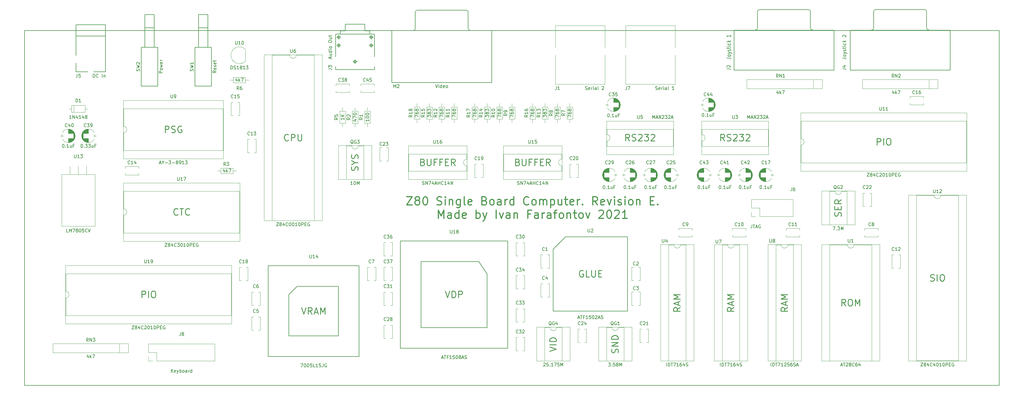
<source format=gbr>
%TF.GenerationSoftware,KiCad,Pcbnew,(5.1.9)-1*%
%TF.CreationDate,2021-09-01T00:43:14-05:00*%
%TF.ProjectId,z80,7a38302e-6b69-4636-9164-5f7063625858,A*%
%TF.SameCoordinates,Original*%
%TF.FileFunction,Legend,Top*%
%TF.FilePolarity,Positive*%
%FSLAX46Y46*%
G04 Gerber Fmt 4.6, Leading zero omitted, Abs format (unit mm)*
G04 Created by KiCad (PCBNEW (5.1.9)-1) date 2021-09-01 00:43:14*
%MOMM*%
%LPD*%
G01*
G04 APERTURE LIST*
%ADD10C,0.254000*%
%TA.AperFunction,Profile*%
%ADD11C,0.150000*%
%TD*%
%ADD12C,0.300000*%
%ADD13C,0.120000*%
%ADD14C,0.150000*%
%ADD15C,0.203200*%
%ADD16C,0.127000*%
%ADD17C,0.149860*%
G04 APERTURE END LIST*
D10*
X189496095Y-117094000D02*
X189302571Y-116997238D01*
X189012285Y-116997238D01*
X188722000Y-117094000D01*
X188528476Y-117287523D01*
X188431714Y-117481047D01*
X188334952Y-117868095D01*
X188334952Y-118158380D01*
X188431714Y-118545428D01*
X188528476Y-118738952D01*
X188722000Y-118932476D01*
X189012285Y-119029238D01*
X189205809Y-119029238D01*
X189496095Y-118932476D01*
X189592857Y-118835714D01*
X189592857Y-118158380D01*
X189205809Y-118158380D01*
X191431333Y-119029238D02*
X190463714Y-119029238D01*
X190463714Y-116997238D01*
X192108666Y-116997238D02*
X192108666Y-118642190D01*
X192205428Y-118835714D01*
X192302190Y-118932476D01*
X192495714Y-119029238D01*
X192882761Y-119029238D01*
X193076285Y-118932476D01*
X193173047Y-118835714D01*
X193269809Y-118642190D01*
X193269809Y-116997238D01*
X194237428Y-117964857D02*
X194914761Y-117964857D01*
X195205047Y-119029238D02*
X194237428Y-119029238D01*
X194237428Y-116997238D01*
X195205047Y-116997238D01*
X147150666Y-123347238D02*
X147828000Y-125379238D01*
X148505333Y-123347238D01*
X149182666Y-125379238D02*
X149182666Y-123347238D01*
X149666476Y-123347238D01*
X149956761Y-123444000D01*
X150150285Y-123637523D01*
X150247047Y-123831047D01*
X150343809Y-124218095D01*
X150343809Y-124508380D01*
X150247047Y-124895428D01*
X150150285Y-125088952D01*
X149956761Y-125282476D01*
X149666476Y-125379238D01*
X149182666Y-125379238D01*
X151214666Y-125379238D02*
X151214666Y-123347238D01*
X151988761Y-123347238D01*
X152182285Y-123444000D01*
X152279047Y-123540761D01*
X152375809Y-123734285D01*
X152375809Y-124024571D01*
X152279047Y-124218095D01*
X152182285Y-124314857D01*
X151988761Y-124411619D01*
X151214666Y-124411619D01*
X102954666Y-128427238D02*
X103632000Y-130459238D01*
X104309333Y-128427238D01*
X106147809Y-130459238D02*
X105470476Y-129491619D01*
X104986666Y-130459238D02*
X104986666Y-128427238D01*
X105760761Y-128427238D01*
X105954285Y-128524000D01*
X106051047Y-128620761D01*
X106147809Y-128814285D01*
X106147809Y-129104571D01*
X106051047Y-129298095D01*
X105954285Y-129394857D01*
X105760761Y-129491619D01*
X104986666Y-129491619D01*
X106921904Y-129878666D02*
X107889523Y-129878666D01*
X106728380Y-130459238D02*
X107405714Y-128427238D01*
X108083047Y-130459238D01*
X108760380Y-130459238D02*
X108760380Y-128427238D01*
X109437714Y-129878666D01*
X110115047Y-128427238D01*
X110115047Y-130459238D01*
D11*
X17780000Y-43180000D02*
X17780000Y-152400000D01*
X317500000Y-152400000D02*
X317500000Y-43180000D01*
X17780000Y-152400000D02*
X317500000Y-152400000D01*
D12*
X135285238Y-94344047D02*
X136978571Y-94344047D01*
X135285238Y-96884047D01*
X136978571Y-96884047D01*
X138309047Y-95432619D02*
X138067142Y-95311666D01*
X137946190Y-95190714D01*
X137825238Y-94948809D01*
X137825238Y-94827857D01*
X137946190Y-94585952D01*
X138067142Y-94465000D01*
X138309047Y-94344047D01*
X138792857Y-94344047D01*
X139034761Y-94465000D01*
X139155714Y-94585952D01*
X139276666Y-94827857D01*
X139276666Y-94948809D01*
X139155714Y-95190714D01*
X139034761Y-95311666D01*
X138792857Y-95432619D01*
X138309047Y-95432619D01*
X138067142Y-95553571D01*
X137946190Y-95674523D01*
X137825238Y-95916428D01*
X137825238Y-96400238D01*
X137946190Y-96642142D01*
X138067142Y-96763095D01*
X138309047Y-96884047D01*
X138792857Y-96884047D01*
X139034761Y-96763095D01*
X139155714Y-96642142D01*
X139276666Y-96400238D01*
X139276666Y-95916428D01*
X139155714Y-95674523D01*
X139034761Y-95553571D01*
X138792857Y-95432619D01*
X140849047Y-94344047D02*
X141090952Y-94344047D01*
X141332857Y-94465000D01*
X141453809Y-94585952D01*
X141574761Y-94827857D01*
X141695714Y-95311666D01*
X141695714Y-95916428D01*
X141574761Y-96400238D01*
X141453809Y-96642142D01*
X141332857Y-96763095D01*
X141090952Y-96884047D01*
X140849047Y-96884047D01*
X140607142Y-96763095D01*
X140486190Y-96642142D01*
X140365238Y-96400238D01*
X140244285Y-95916428D01*
X140244285Y-95311666D01*
X140365238Y-94827857D01*
X140486190Y-94585952D01*
X140607142Y-94465000D01*
X140849047Y-94344047D01*
X144598571Y-96763095D02*
X144961428Y-96884047D01*
X145566190Y-96884047D01*
X145808095Y-96763095D01*
X145929047Y-96642142D01*
X146050000Y-96400238D01*
X146050000Y-96158333D01*
X145929047Y-95916428D01*
X145808095Y-95795476D01*
X145566190Y-95674523D01*
X145082380Y-95553571D01*
X144840476Y-95432619D01*
X144719523Y-95311666D01*
X144598571Y-95069761D01*
X144598571Y-94827857D01*
X144719523Y-94585952D01*
X144840476Y-94465000D01*
X145082380Y-94344047D01*
X145687142Y-94344047D01*
X146050000Y-94465000D01*
X147138571Y-96884047D02*
X147138571Y-95190714D01*
X147138571Y-94344047D02*
X147017619Y-94465000D01*
X147138571Y-94585952D01*
X147259523Y-94465000D01*
X147138571Y-94344047D01*
X147138571Y-94585952D01*
X148348095Y-95190714D02*
X148348095Y-96884047D01*
X148348095Y-95432619D02*
X148469047Y-95311666D01*
X148710952Y-95190714D01*
X149073809Y-95190714D01*
X149315714Y-95311666D01*
X149436666Y-95553571D01*
X149436666Y-96884047D01*
X151734761Y-95190714D02*
X151734761Y-97246904D01*
X151613809Y-97488809D01*
X151492857Y-97609761D01*
X151250952Y-97730714D01*
X150888095Y-97730714D01*
X150646190Y-97609761D01*
X151734761Y-96763095D02*
X151492857Y-96884047D01*
X151009047Y-96884047D01*
X150767142Y-96763095D01*
X150646190Y-96642142D01*
X150525238Y-96400238D01*
X150525238Y-95674523D01*
X150646190Y-95432619D01*
X150767142Y-95311666D01*
X151009047Y-95190714D01*
X151492857Y-95190714D01*
X151734761Y-95311666D01*
X153307142Y-96884047D02*
X153065238Y-96763095D01*
X152944285Y-96521190D01*
X152944285Y-94344047D01*
X155242380Y-96763095D02*
X155000476Y-96884047D01*
X154516666Y-96884047D01*
X154274761Y-96763095D01*
X154153809Y-96521190D01*
X154153809Y-95553571D01*
X154274761Y-95311666D01*
X154516666Y-95190714D01*
X155000476Y-95190714D01*
X155242380Y-95311666D01*
X155363333Y-95553571D01*
X155363333Y-95795476D01*
X154153809Y-96037380D01*
X159233809Y-95553571D02*
X159596666Y-95674523D01*
X159717619Y-95795476D01*
X159838571Y-96037380D01*
X159838571Y-96400238D01*
X159717619Y-96642142D01*
X159596666Y-96763095D01*
X159354761Y-96884047D01*
X158387142Y-96884047D01*
X158387142Y-94344047D01*
X159233809Y-94344047D01*
X159475714Y-94465000D01*
X159596666Y-94585952D01*
X159717619Y-94827857D01*
X159717619Y-95069761D01*
X159596666Y-95311666D01*
X159475714Y-95432619D01*
X159233809Y-95553571D01*
X158387142Y-95553571D01*
X161290000Y-96884047D02*
X161048095Y-96763095D01*
X160927142Y-96642142D01*
X160806190Y-96400238D01*
X160806190Y-95674523D01*
X160927142Y-95432619D01*
X161048095Y-95311666D01*
X161290000Y-95190714D01*
X161652857Y-95190714D01*
X161894761Y-95311666D01*
X162015714Y-95432619D01*
X162136666Y-95674523D01*
X162136666Y-96400238D01*
X162015714Y-96642142D01*
X161894761Y-96763095D01*
X161652857Y-96884047D01*
X161290000Y-96884047D01*
X164313809Y-96884047D02*
X164313809Y-95553571D01*
X164192857Y-95311666D01*
X163950952Y-95190714D01*
X163467142Y-95190714D01*
X163225238Y-95311666D01*
X164313809Y-96763095D02*
X164071904Y-96884047D01*
X163467142Y-96884047D01*
X163225238Y-96763095D01*
X163104285Y-96521190D01*
X163104285Y-96279285D01*
X163225238Y-96037380D01*
X163467142Y-95916428D01*
X164071904Y-95916428D01*
X164313809Y-95795476D01*
X165523333Y-96884047D02*
X165523333Y-95190714D01*
X165523333Y-95674523D02*
X165644285Y-95432619D01*
X165765238Y-95311666D01*
X166007142Y-95190714D01*
X166249047Y-95190714D01*
X168184285Y-96884047D02*
X168184285Y-94344047D01*
X168184285Y-96763095D02*
X167942380Y-96884047D01*
X167458571Y-96884047D01*
X167216666Y-96763095D01*
X167095714Y-96642142D01*
X166974761Y-96400238D01*
X166974761Y-95674523D01*
X167095714Y-95432619D01*
X167216666Y-95311666D01*
X167458571Y-95190714D01*
X167942380Y-95190714D01*
X168184285Y-95311666D01*
X172780476Y-96642142D02*
X172659523Y-96763095D01*
X172296666Y-96884047D01*
X172054761Y-96884047D01*
X171691904Y-96763095D01*
X171450000Y-96521190D01*
X171329047Y-96279285D01*
X171208095Y-95795476D01*
X171208095Y-95432619D01*
X171329047Y-94948809D01*
X171450000Y-94706904D01*
X171691904Y-94465000D01*
X172054761Y-94344047D01*
X172296666Y-94344047D01*
X172659523Y-94465000D01*
X172780476Y-94585952D01*
X174231904Y-96884047D02*
X173990000Y-96763095D01*
X173869047Y-96642142D01*
X173748095Y-96400238D01*
X173748095Y-95674523D01*
X173869047Y-95432619D01*
X173990000Y-95311666D01*
X174231904Y-95190714D01*
X174594761Y-95190714D01*
X174836666Y-95311666D01*
X174957619Y-95432619D01*
X175078571Y-95674523D01*
X175078571Y-96400238D01*
X174957619Y-96642142D01*
X174836666Y-96763095D01*
X174594761Y-96884047D01*
X174231904Y-96884047D01*
X176167142Y-96884047D02*
X176167142Y-95190714D01*
X176167142Y-95432619D02*
X176288095Y-95311666D01*
X176530000Y-95190714D01*
X176892857Y-95190714D01*
X177134761Y-95311666D01*
X177255714Y-95553571D01*
X177255714Y-96884047D01*
X177255714Y-95553571D02*
X177376666Y-95311666D01*
X177618571Y-95190714D01*
X177981428Y-95190714D01*
X178223333Y-95311666D01*
X178344285Y-95553571D01*
X178344285Y-96884047D01*
X179553809Y-95190714D02*
X179553809Y-97730714D01*
X179553809Y-95311666D02*
X179795714Y-95190714D01*
X180279523Y-95190714D01*
X180521428Y-95311666D01*
X180642380Y-95432619D01*
X180763333Y-95674523D01*
X180763333Y-96400238D01*
X180642380Y-96642142D01*
X180521428Y-96763095D01*
X180279523Y-96884047D01*
X179795714Y-96884047D01*
X179553809Y-96763095D01*
X182940476Y-95190714D02*
X182940476Y-96884047D01*
X181851904Y-95190714D02*
X181851904Y-96521190D01*
X181972857Y-96763095D01*
X182214761Y-96884047D01*
X182577619Y-96884047D01*
X182819523Y-96763095D01*
X182940476Y-96642142D01*
X183787142Y-95190714D02*
X184754761Y-95190714D01*
X184150000Y-94344047D02*
X184150000Y-96521190D01*
X184270952Y-96763095D01*
X184512857Y-96884047D01*
X184754761Y-96884047D01*
X186569047Y-96763095D02*
X186327142Y-96884047D01*
X185843333Y-96884047D01*
X185601428Y-96763095D01*
X185480476Y-96521190D01*
X185480476Y-95553571D01*
X185601428Y-95311666D01*
X185843333Y-95190714D01*
X186327142Y-95190714D01*
X186569047Y-95311666D01*
X186690000Y-95553571D01*
X186690000Y-95795476D01*
X185480476Y-96037380D01*
X187778571Y-96884047D02*
X187778571Y-95190714D01*
X187778571Y-95674523D02*
X187899523Y-95432619D01*
X188020476Y-95311666D01*
X188262380Y-95190714D01*
X188504285Y-95190714D01*
X189350952Y-96642142D02*
X189471904Y-96763095D01*
X189350952Y-96884047D01*
X189230000Y-96763095D01*
X189350952Y-96642142D01*
X189350952Y-96884047D01*
X193947142Y-96884047D02*
X193100476Y-95674523D01*
X192495714Y-96884047D02*
X192495714Y-94344047D01*
X193463333Y-94344047D01*
X193705238Y-94465000D01*
X193826190Y-94585952D01*
X193947142Y-94827857D01*
X193947142Y-95190714D01*
X193826190Y-95432619D01*
X193705238Y-95553571D01*
X193463333Y-95674523D01*
X192495714Y-95674523D01*
X196003333Y-96763095D02*
X195761428Y-96884047D01*
X195277619Y-96884047D01*
X195035714Y-96763095D01*
X194914761Y-96521190D01*
X194914761Y-95553571D01*
X195035714Y-95311666D01*
X195277619Y-95190714D01*
X195761428Y-95190714D01*
X196003333Y-95311666D01*
X196124285Y-95553571D01*
X196124285Y-95795476D01*
X194914761Y-96037380D01*
X196970952Y-95190714D02*
X197575714Y-96884047D01*
X198180476Y-95190714D01*
X199148095Y-96884047D02*
X199148095Y-95190714D01*
X199148095Y-94344047D02*
X199027142Y-94465000D01*
X199148095Y-94585952D01*
X199269047Y-94465000D01*
X199148095Y-94344047D01*
X199148095Y-94585952D01*
X200236666Y-96763095D02*
X200478571Y-96884047D01*
X200962380Y-96884047D01*
X201204285Y-96763095D01*
X201325238Y-96521190D01*
X201325238Y-96400238D01*
X201204285Y-96158333D01*
X200962380Y-96037380D01*
X200599523Y-96037380D01*
X200357619Y-95916428D01*
X200236666Y-95674523D01*
X200236666Y-95553571D01*
X200357619Y-95311666D01*
X200599523Y-95190714D01*
X200962380Y-95190714D01*
X201204285Y-95311666D01*
X202413809Y-96884047D02*
X202413809Y-95190714D01*
X202413809Y-94344047D02*
X202292857Y-94465000D01*
X202413809Y-94585952D01*
X202534761Y-94465000D01*
X202413809Y-94344047D01*
X202413809Y-94585952D01*
X203986190Y-96884047D02*
X203744285Y-96763095D01*
X203623333Y-96642142D01*
X203502380Y-96400238D01*
X203502380Y-95674523D01*
X203623333Y-95432619D01*
X203744285Y-95311666D01*
X203986190Y-95190714D01*
X204349047Y-95190714D01*
X204590952Y-95311666D01*
X204711904Y-95432619D01*
X204832857Y-95674523D01*
X204832857Y-96400238D01*
X204711904Y-96642142D01*
X204590952Y-96763095D01*
X204349047Y-96884047D01*
X203986190Y-96884047D01*
X205921428Y-95190714D02*
X205921428Y-96884047D01*
X205921428Y-95432619D02*
X206042380Y-95311666D01*
X206284285Y-95190714D01*
X206647142Y-95190714D01*
X206889047Y-95311666D01*
X207010000Y-95553571D01*
X207010000Y-96884047D01*
X210154761Y-95553571D02*
X211001428Y-95553571D01*
X211364285Y-96884047D02*
X210154761Y-96884047D01*
X210154761Y-94344047D01*
X211364285Y-94344047D01*
X212452857Y-96642142D02*
X212573809Y-96763095D01*
X212452857Y-96884047D01*
X212331904Y-96763095D01*
X212452857Y-96642142D01*
X212452857Y-96884047D01*
X145021904Y-100994047D02*
X145021904Y-98454047D01*
X145868571Y-100268333D01*
X146715238Y-98454047D01*
X146715238Y-100994047D01*
X149013333Y-100994047D02*
X149013333Y-99663571D01*
X148892380Y-99421666D01*
X148650476Y-99300714D01*
X148166666Y-99300714D01*
X147924761Y-99421666D01*
X149013333Y-100873095D02*
X148771428Y-100994047D01*
X148166666Y-100994047D01*
X147924761Y-100873095D01*
X147803809Y-100631190D01*
X147803809Y-100389285D01*
X147924761Y-100147380D01*
X148166666Y-100026428D01*
X148771428Y-100026428D01*
X149013333Y-99905476D01*
X151311428Y-100994047D02*
X151311428Y-98454047D01*
X151311428Y-100873095D02*
X151069523Y-100994047D01*
X150585714Y-100994047D01*
X150343809Y-100873095D01*
X150222857Y-100752142D01*
X150101904Y-100510238D01*
X150101904Y-99784523D01*
X150222857Y-99542619D01*
X150343809Y-99421666D01*
X150585714Y-99300714D01*
X151069523Y-99300714D01*
X151311428Y-99421666D01*
X153488571Y-100873095D02*
X153246666Y-100994047D01*
X152762857Y-100994047D01*
X152520952Y-100873095D01*
X152400000Y-100631190D01*
X152400000Y-99663571D01*
X152520952Y-99421666D01*
X152762857Y-99300714D01*
X153246666Y-99300714D01*
X153488571Y-99421666D01*
X153609523Y-99663571D01*
X153609523Y-99905476D01*
X152400000Y-100147380D01*
X156633333Y-100994047D02*
X156633333Y-98454047D01*
X156633333Y-99421666D02*
X156875238Y-99300714D01*
X157359047Y-99300714D01*
X157600952Y-99421666D01*
X157721904Y-99542619D01*
X157842857Y-99784523D01*
X157842857Y-100510238D01*
X157721904Y-100752142D01*
X157600952Y-100873095D01*
X157359047Y-100994047D01*
X156875238Y-100994047D01*
X156633333Y-100873095D01*
X158689523Y-99300714D02*
X159294285Y-100994047D01*
X159899047Y-99300714D02*
X159294285Y-100994047D01*
X159052380Y-101598809D01*
X158931428Y-101719761D01*
X158689523Y-101840714D01*
X162801904Y-100994047D02*
X162801904Y-98454047D01*
X163769523Y-99300714D02*
X164374285Y-100994047D01*
X164979047Y-99300714D01*
X167035238Y-100994047D02*
X167035238Y-99663571D01*
X166914285Y-99421666D01*
X166672380Y-99300714D01*
X166188571Y-99300714D01*
X165946666Y-99421666D01*
X167035238Y-100873095D02*
X166793333Y-100994047D01*
X166188571Y-100994047D01*
X165946666Y-100873095D01*
X165825714Y-100631190D01*
X165825714Y-100389285D01*
X165946666Y-100147380D01*
X166188571Y-100026428D01*
X166793333Y-100026428D01*
X167035238Y-99905476D01*
X168244761Y-99300714D02*
X168244761Y-100994047D01*
X168244761Y-99542619D02*
X168365714Y-99421666D01*
X168607619Y-99300714D01*
X168970476Y-99300714D01*
X169212380Y-99421666D01*
X169333333Y-99663571D01*
X169333333Y-100994047D01*
X173324761Y-99663571D02*
X172478095Y-99663571D01*
X172478095Y-100994047D02*
X172478095Y-98454047D01*
X173687619Y-98454047D01*
X175743809Y-100994047D02*
X175743809Y-99663571D01*
X175622857Y-99421666D01*
X175380952Y-99300714D01*
X174897142Y-99300714D01*
X174655238Y-99421666D01*
X175743809Y-100873095D02*
X175501904Y-100994047D01*
X174897142Y-100994047D01*
X174655238Y-100873095D01*
X174534285Y-100631190D01*
X174534285Y-100389285D01*
X174655238Y-100147380D01*
X174897142Y-100026428D01*
X175501904Y-100026428D01*
X175743809Y-99905476D01*
X176953333Y-100994047D02*
X176953333Y-99300714D01*
X176953333Y-99784523D02*
X177074285Y-99542619D01*
X177195238Y-99421666D01*
X177437142Y-99300714D01*
X177679047Y-99300714D01*
X179614285Y-100994047D02*
X179614285Y-99663571D01*
X179493333Y-99421666D01*
X179251428Y-99300714D01*
X178767619Y-99300714D01*
X178525714Y-99421666D01*
X179614285Y-100873095D02*
X179372380Y-100994047D01*
X178767619Y-100994047D01*
X178525714Y-100873095D01*
X178404761Y-100631190D01*
X178404761Y-100389285D01*
X178525714Y-100147380D01*
X178767619Y-100026428D01*
X179372380Y-100026428D01*
X179614285Y-99905476D01*
X180460952Y-99300714D02*
X181428571Y-99300714D01*
X180823809Y-100994047D02*
X180823809Y-98816904D01*
X180944761Y-98575000D01*
X181186666Y-98454047D01*
X181428571Y-98454047D01*
X182638095Y-100994047D02*
X182396190Y-100873095D01*
X182275238Y-100752142D01*
X182154285Y-100510238D01*
X182154285Y-99784523D01*
X182275238Y-99542619D01*
X182396190Y-99421666D01*
X182638095Y-99300714D01*
X183000952Y-99300714D01*
X183242857Y-99421666D01*
X183363809Y-99542619D01*
X183484761Y-99784523D01*
X183484761Y-100510238D01*
X183363809Y-100752142D01*
X183242857Y-100873095D01*
X183000952Y-100994047D01*
X182638095Y-100994047D01*
X184573333Y-99300714D02*
X184573333Y-100994047D01*
X184573333Y-99542619D02*
X184694285Y-99421666D01*
X184936190Y-99300714D01*
X185299047Y-99300714D01*
X185540952Y-99421666D01*
X185661904Y-99663571D01*
X185661904Y-100994047D01*
X186508571Y-99300714D02*
X187476190Y-99300714D01*
X186871428Y-98454047D02*
X186871428Y-100631190D01*
X186992380Y-100873095D01*
X187234285Y-100994047D01*
X187476190Y-100994047D01*
X188685714Y-100994047D02*
X188443809Y-100873095D01*
X188322857Y-100752142D01*
X188201904Y-100510238D01*
X188201904Y-99784523D01*
X188322857Y-99542619D01*
X188443809Y-99421666D01*
X188685714Y-99300714D01*
X189048571Y-99300714D01*
X189290476Y-99421666D01*
X189411428Y-99542619D01*
X189532380Y-99784523D01*
X189532380Y-100510238D01*
X189411428Y-100752142D01*
X189290476Y-100873095D01*
X189048571Y-100994047D01*
X188685714Y-100994047D01*
X190379047Y-99300714D02*
X190983809Y-100994047D01*
X191588571Y-99300714D01*
X194370476Y-98695952D02*
X194491428Y-98575000D01*
X194733333Y-98454047D01*
X195338095Y-98454047D01*
X195580000Y-98575000D01*
X195700952Y-98695952D01*
X195821904Y-98937857D01*
X195821904Y-99179761D01*
X195700952Y-99542619D01*
X194249523Y-100994047D01*
X195821904Y-100994047D01*
X197394285Y-98454047D02*
X197636190Y-98454047D01*
X197878095Y-98575000D01*
X197999047Y-98695952D01*
X198120000Y-98937857D01*
X198240952Y-99421666D01*
X198240952Y-100026428D01*
X198120000Y-100510238D01*
X197999047Y-100752142D01*
X197878095Y-100873095D01*
X197636190Y-100994047D01*
X197394285Y-100994047D01*
X197152380Y-100873095D01*
X197031428Y-100752142D01*
X196910476Y-100510238D01*
X196789523Y-100026428D01*
X196789523Y-99421666D01*
X196910476Y-98937857D01*
X197031428Y-98695952D01*
X197152380Y-98575000D01*
X197394285Y-98454047D01*
X199208571Y-98695952D02*
X199329523Y-98575000D01*
X199571428Y-98454047D01*
X200176190Y-98454047D01*
X200418095Y-98575000D01*
X200539047Y-98695952D01*
X200660000Y-98937857D01*
X200660000Y-99179761D01*
X200539047Y-99542619D01*
X199087619Y-100994047D01*
X200660000Y-100994047D01*
X203079047Y-100994047D02*
X201627619Y-100994047D01*
X202353333Y-100994047D02*
X202353333Y-98454047D01*
X202111428Y-98816904D01*
X201869523Y-99058809D01*
X201627619Y-99179761D01*
D11*
X317500000Y-43180000D02*
X17780000Y-43180000D01*
D13*
X226000000Y-77200000D02*
X226000000Y-78850000D01*
X226000000Y-78850000D02*
X246440000Y-78850000D01*
X246440000Y-78850000D02*
X246440000Y-73550000D01*
X246440000Y-73550000D02*
X226000000Y-73550000D01*
X226000000Y-73550000D02*
X226000000Y-75200000D01*
X225940000Y-81340000D02*
X246500000Y-81340000D01*
X246500000Y-81340000D02*
X246500000Y-71060000D01*
X246500000Y-71060000D02*
X225940000Y-71060000D01*
X225940000Y-71060000D02*
X225940000Y-81340000D01*
X226000000Y-75200000D02*
G75*
G02*
X226000000Y-77200000I0J-1000000D01*
G01*
X196790000Y-77200000D02*
X196790000Y-78850000D01*
X196790000Y-78850000D02*
X217230000Y-78850000D01*
X217230000Y-78850000D02*
X217230000Y-73550000D01*
X217230000Y-73550000D02*
X196790000Y-73550000D01*
X196790000Y-73550000D02*
X196790000Y-75200000D01*
X196730000Y-81340000D02*
X217290000Y-81340000D01*
X217290000Y-81340000D02*
X217290000Y-71060000D01*
X217290000Y-71060000D02*
X196730000Y-71060000D01*
X196730000Y-71060000D02*
X196730000Y-81340000D01*
X196790000Y-75200000D02*
G75*
G02*
X196790000Y-77200000I0J-1000000D01*
G01*
X30360000Y-115510000D02*
X30360000Y-133410000D01*
X81400000Y-115510000D02*
X30360000Y-115510000D01*
X81400000Y-133410000D02*
X81400000Y-115510000D01*
X30360000Y-133410000D02*
X81400000Y-133410000D01*
X30420000Y-118000000D02*
X30420000Y-123460000D01*
X81340000Y-118000000D02*
X30420000Y-118000000D01*
X81340000Y-130920000D02*
X81340000Y-118000000D01*
X30420000Y-130920000D02*
X81340000Y-130920000D01*
X30420000Y-125460000D02*
X30420000Y-130920000D01*
X30420000Y-123460000D02*
G75*
G02*
X30420000Y-125460000I0J-1000000D01*
G01*
X49700000Y-142370000D02*
X49700000Y-139570000D01*
X49700000Y-139570000D02*
X26500000Y-139570000D01*
X26500000Y-139570000D02*
X26500000Y-142370000D01*
X26500000Y-142370000D02*
X49700000Y-142370000D01*
X46990000Y-142370000D02*
X46990000Y-139570000D01*
X298620000Y-61090000D02*
X298620000Y-58290000D01*
X298620000Y-58290000D02*
X275420000Y-58290000D01*
X275420000Y-58290000D02*
X275420000Y-61090000D01*
X275420000Y-61090000D02*
X298620000Y-61090000D01*
X295910000Y-61090000D02*
X295910000Y-58290000D01*
X263060000Y-61090000D02*
X263060000Y-58290000D01*
X263060000Y-58290000D02*
X239860000Y-58290000D01*
X239860000Y-58290000D02*
X239860000Y-61090000D01*
X239860000Y-61090000D02*
X263060000Y-61090000D01*
X260350000Y-61090000D02*
X260350000Y-58290000D01*
D14*
X53680000Y-60310000D02*
X58680000Y-60310000D01*
X58680000Y-60310000D02*
X58680000Y-48310000D01*
X58680000Y-48310000D02*
X53680000Y-48310000D01*
X53680000Y-48310000D02*
X53680000Y-60310000D01*
X54780000Y-48310000D02*
X54780000Y-38310000D01*
X57580000Y-38310000D02*
X57580000Y-48310000D01*
X54780000Y-38310000D02*
X57580000Y-38310000D01*
X54780000Y-42310000D02*
X57580000Y-42310000D01*
D15*
X130652520Y-59179460D02*
X161447480Y-59179460D01*
X138430000Y-36944300D02*
X153670000Y-36944300D01*
X154178000Y-42532300D02*
X154178000Y-37452300D01*
X130652520Y-43180000D02*
X161447480Y-43180000D01*
X137922000Y-42532300D02*
X137922000Y-37452300D01*
X161447480Y-47150020D02*
X161447480Y-43180000D01*
X161447480Y-59179460D02*
X161447480Y-47150020D01*
X130652520Y-47150020D02*
X130652520Y-43180000D01*
X130652520Y-59179460D02*
X130652520Y-47150020D01*
X138430000Y-36944300D02*
G75*
G03*
X137922000Y-37452300I0J-508000D01*
G01*
X154178000Y-37452300D02*
G75*
G03*
X153670000Y-36944300I-508000J0D01*
G01*
X137289540Y-43164760D02*
G75*
G03*
X137922000Y-42532300I0J632460D01*
G01*
X154175460Y-42532300D02*
G75*
G03*
X154810460Y-43167300I635000J0D01*
G01*
D13*
X217800000Y-41660000D02*
X202560000Y-41660000D01*
X202560000Y-59690000D02*
X202570000Y-50700000D01*
X202560000Y-59690000D02*
X217800000Y-59690000D01*
X217800000Y-59690000D02*
X217800000Y-50690000D01*
X202570000Y-48360000D02*
X202560000Y-41660000D01*
X217800000Y-48370000D02*
X217800000Y-41660000D01*
D15*
X235889520Y-55387380D02*
X266684480Y-55387380D01*
X243667000Y-36781880D02*
X258907000Y-36781880D01*
X259415000Y-42369880D02*
X259415000Y-37289880D01*
X235889520Y-43088700D02*
X266684480Y-43088700D01*
X243159000Y-42369880D02*
X243159000Y-37289880D01*
X266684480Y-50048300D02*
X266684480Y-43088700D01*
X266684480Y-55387380D02*
X266684480Y-50048300D01*
X235889520Y-50045760D02*
X235889520Y-43088700D01*
X235889520Y-55387380D02*
X235889520Y-50048300D01*
X243667000Y-36781880D02*
G75*
G03*
X243159000Y-37289880I0J-508000D01*
G01*
X259415000Y-37289880D02*
G75*
G03*
X258907000Y-36781880I-508000J0D01*
G01*
X242526540Y-43002340D02*
G75*
G03*
X243159000Y-42369880I0J632460D01*
G01*
X259412460Y-42369880D02*
G75*
G03*
X260047460Y-43004880I635000J0D01*
G01*
D16*
X118780560Y-52750720D02*
X119979440Y-52750720D01*
X119380000Y-52151280D02*
X119380000Y-53350160D01*
X119803868Y-52750720D02*
G75*
G03*
X119803868Y-52750720I-423868J0D01*
G01*
X113781840Y-47752000D02*
X114980720Y-47752000D01*
X114381280Y-47152560D02*
X114381280Y-48351440D01*
X114805148Y-47752000D02*
G75*
G03*
X114805148Y-47752000I-423868J0D01*
G01*
X113781840Y-45252640D02*
X114980720Y-45252640D01*
X114381280Y-44653200D02*
X114381280Y-45852080D01*
X114805148Y-45252640D02*
G75*
G03*
X114805148Y-45252640I-423868J0D01*
G01*
X123779280Y-45252640D02*
X124978160Y-45252640D01*
X124378720Y-44653200D02*
X124378720Y-45852080D01*
X124802588Y-45252640D02*
G75*
G03*
X124802588Y-45252640I-423868J0D01*
G01*
X123779280Y-47752000D02*
X124978160Y-47752000D01*
X124378720Y-47152560D02*
X124378720Y-48351440D01*
X124802588Y-47752000D02*
G75*
G03*
X124802588Y-47752000I-423868J0D01*
G01*
D15*
X113380520Y-55250080D02*
X113380520Y-54251860D01*
X113380520Y-44254420D02*
X113380520Y-51249580D01*
X125379480Y-44254420D02*
X113380520Y-44254420D01*
X125379480Y-55250080D02*
X125379480Y-54251860D01*
X125379480Y-44254420D02*
X125379480Y-51249580D01*
X122379740Y-41252140D02*
X122379740Y-43253660D01*
X116380260Y-41252140D02*
X116380260Y-43253660D01*
X122379740Y-41252140D02*
X116380260Y-41252140D01*
X123878340Y-43253660D02*
X123878340Y-44254420D01*
X114881660Y-43253660D02*
X114881660Y-44254420D01*
X116380260Y-43253660D02*
X114881660Y-43253660D01*
X123878340Y-43253660D02*
X122379740Y-43253660D01*
X114881660Y-44254420D02*
X113380520Y-44254420D01*
X125379480Y-44254420D02*
X123878340Y-44254420D01*
X125379480Y-55250080D02*
X113380520Y-55250080D01*
X42598340Y-44874180D02*
X33601660Y-44874180D01*
X42598340Y-55874920D02*
X38999160Y-55874920D01*
X42598340Y-44874180D02*
X42598340Y-55874920D01*
X33601660Y-55874920D02*
X33601660Y-53174900D01*
X33601660Y-44874180D02*
X33601660Y-50774600D01*
X33601660Y-41374060D02*
X42598340Y-41374060D01*
X33601660Y-41374060D02*
X33601660Y-44673520D01*
X42598340Y-44874180D02*
X42598340Y-41374060D01*
X33601660Y-55874920D02*
X37200840Y-55874920D01*
X271622520Y-55387380D02*
X271622520Y-50048300D01*
X271622520Y-50045760D02*
X271622520Y-43088700D01*
X302417480Y-55387380D02*
X302417480Y-50048300D01*
X302417480Y-50048300D02*
X302417480Y-43088700D01*
X278892000Y-42369880D02*
X278892000Y-37289880D01*
X271622520Y-43088700D02*
X302417480Y-43088700D01*
X295148000Y-42369880D02*
X295148000Y-37289880D01*
X279400000Y-36781880D02*
X294640000Y-36781880D01*
X271622520Y-55387380D02*
X302417480Y-55387380D01*
X295145460Y-42369880D02*
G75*
G03*
X295780460Y-43004880I635000J0D01*
G01*
X278259540Y-43002340D02*
G75*
G03*
X278892000Y-42369880I0J632460D01*
G01*
X295148000Y-37289880D02*
G75*
G03*
X294640000Y-36781880I-508000J0D01*
G01*
X279400000Y-36781880D02*
G75*
G03*
X278892000Y-37289880I0J-508000D01*
G01*
D13*
X196210000Y-48370000D02*
X196210000Y-41660000D01*
X180980000Y-48360000D02*
X180970000Y-41660000D01*
X196210000Y-59690000D02*
X196210000Y-50690000D01*
X180970000Y-59690000D02*
X196210000Y-59690000D01*
X180970000Y-59690000D02*
X180980000Y-50700000D01*
X196210000Y-41660000D02*
X180970000Y-41660000D01*
X204530000Y-134500000D02*
X194250000Y-134500000D01*
X204530000Y-144900000D02*
X204530000Y-134500000D01*
X194250000Y-144900000D02*
X204530000Y-144900000D01*
X194250000Y-134500000D02*
X194250000Y-144900000D01*
X202040000Y-134560000D02*
X200390000Y-134560000D01*
X202040000Y-144840000D02*
X202040000Y-134560000D01*
X196740000Y-144840000D02*
X202040000Y-144840000D01*
X196740000Y-134560000D02*
X196740000Y-144840000D01*
X198390000Y-134560000D02*
X196740000Y-134560000D01*
X200390000Y-134560000D02*
G75*
G02*
X198390000Y-134560000I-1000000J0D01*
G01*
X273110000Y-92590000D02*
X262830000Y-92590000D01*
X273110000Y-102990000D02*
X273110000Y-92590000D01*
X262830000Y-102990000D02*
X273110000Y-102990000D01*
X262830000Y-92590000D02*
X262830000Y-102990000D01*
X270620000Y-92650000D02*
X268970000Y-92650000D01*
X270620000Y-102930000D02*
X270620000Y-92650000D01*
X265320000Y-102930000D02*
X270620000Y-102930000D01*
X265320000Y-92650000D02*
X265320000Y-102930000D01*
X266970000Y-92650000D02*
X265320000Y-92650000D01*
X268970000Y-92650000D02*
G75*
G02*
X266970000Y-92650000I-1000000J0D01*
G01*
X82940000Y-86360000D02*
X81870000Y-86360000D01*
X77080000Y-86360000D02*
X78150000Y-86360000D01*
X81870000Y-85500000D02*
X78150000Y-85500000D01*
X81870000Y-87220000D02*
X81870000Y-85500000D01*
X78150000Y-87220000D02*
X81870000Y-87220000D01*
X78150000Y-85500000D02*
X78150000Y-87220000D01*
X124520000Y-78620000D02*
X114240000Y-78620000D01*
X124520000Y-89020000D02*
X124520000Y-78620000D01*
X114240000Y-89020000D02*
X124520000Y-89020000D01*
X114240000Y-78620000D02*
X114240000Y-89020000D01*
X122030000Y-78680000D02*
X120380000Y-78680000D01*
X122030000Y-88960000D02*
X122030000Y-78680000D01*
X116730000Y-88960000D02*
X122030000Y-88960000D01*
X116730000Y-78680000D02*
X116730000Y-88960000D01*
X118380000Y-78680000D02*
X116730000Y-78680000D01*
X120380000Y-78680000D02*
G75*
G02*
X118380000Y-78680000I-1000000J0D01*
G01*
X185480000Y-134500000D02*
X175200000Y-134500000D01*
X185480000Y-144900000D02*
X185480000Y-134500000D01*
X175200000Y-144900000D02*
X185480000Y-144900000D01*
X175200000Y-134500000D02*
X175200000Y-144900000D01*
X182990000Y-134560000D02*
X181340000Y-134560000D01*
X182990000Y-144840000D02*
X182990000Y-134560000D01*
X177690000Y-144840000D02*
X182990000Y-144840000D01*
X177690000Y-134560000D02*
X177690000Y-144840000D01*
X179340000Y-134560000D02*
X177690000Y-134560000D01*
X181340000Y-134560000D02*
G75*
G02*
X179340000Y-134560000I-1000000J0D01*
G01*
X115570000Y-72780000D02*
X115570000Y-71710000D01*
X115570000Y-66920000D02*
X115570000Y-67990000D01*
X116430000Y-71710000D02*
X116430000Y-67990000D01*
X114710000Y-71710000D02*
X116430000Y-71710000D01*
X114710000Y-67990000D02*
X114710000Y-71710000D01*
X116430000Y-67990000D02*
X114710000Y-67990000D01*
X80890000Y-58420000D02*
X81960000Y-58420000D01*
X86750000Y-58420000D02*
X85680000Y-58420000D01*
X81960000Y-59280000D02*
X85680000Y-59280000D01*
X81960000Y-57560000D02*
X81960000Y-59280000D01*
X85680000Y-57560000D02*
X81960000Y-57560000D01*
X85680000Y-59280000D02*
X85680000Y-57560000D01*
X185420000Y-71510000D02*
X185420000Y-70440000D01*
X185420000Y-65650000D02*
X185420000Y-66720000D01*
X186280000Y-70440000D02*
X186280000Y-66720000D01*
X184560000Y-70440000D02*
X186280000Y-70440000D01*
X184560000Y-66720000D02*
X184560000Y-70440000D01*
X186280000Y-66720000D02*
X184560000Y-66720000D01*
X181610000Y-71510000D02*
X181610000Y-70440000D01*
X181610000Y-65650000D02*
X181610000Y-66720000D01*
X182470000Y-70440000D02*
X182470000Y-66720000D01*
X180750000Y-70440000D02*
X182470000Y-70440000D01*
X180750000Y-66720000D02*
X180750000Y-70440000D01*
X182470000Y-66720000D02*
X180750000Y-66720000D01*
X32890000Y-66250000D02*
X32890000Y-68370000D01*
X37120000Y-67310000D02*
X36350000Y-67310000D01*
X31460000Y-67310000D02*
X32230000Y-67310000D01*
X36350000Y-66250000D02*
X32230000Y-66250000D01*
X36350000Y-68370000D02*
X36350000Y-66250000D01*
X32230000Y-68370000D02*
X36350000Y-68370000D01*
X32230000Y-66250000D02*
X32230000Y-68370000D01*
X167640000Y-71510000D02*
X167640000Y-70440000D01*
X167640000Y-65650000D02*
X167640000Y-66720000D01*
X168500000Y-70440000D02*
X168500000Y-66720000D01*
X166780000Y-70440000D02*
X168500000Y-70440000D01*
X166780000Y-66720000D02*
X166780000Y-70440000D01*
X168500000Y-66720000D02*
X166780000Y-66720000D01*
X163830000Y-71510000D02*
X163830000Y-70440000D01*
X163830000Y-65650000D02*
X163830000Y-66720000D01*
X164690000Y-70440000D02*
X164690000Y-66720000D01*
X162970000Y-70440000D02*
X164690000Y-70440000D01*
X162970000Y-66720000D02*
X162970000Y-70440000D01*
X164690000Y-66720000D02*
X162970000Y-66720000D01*
X149860000Y-71510000D02*
X149860000Y-70440000D01*
X149860000Y-65650000D02*
X149860000Y-66720000D01*
X150720000Y-70440000D02*
X150720000Y-66720000D01*
X149000000Y-70440000D02*
X150720000Y-70440000D01*
X149000000Y-66720000D02*
X149000000Y-70440000D01*
X150720000Y-66720000D02*
X149000000Y-66720000D01*
X146050000Y-71510000D02*
X146050000Y-70440000D01*
X146050000Y-65650000D02*
X146050000Y-66720000D01*
X146910000Y-70440000D02*
X146910000Y-66720000D01*
X145190000Y-70440000D02*
X146910000Y-70440000D01*
X145190000Y-66720000D02*
X145190000Y-70440000D01*
X146910000Y-66720000D02*
X145190000Y-66720000D01*
X177800000Y-65650000D02*
X177800000Y-66720000D01*
X177800000Y-71510000D02*
X177800000Y-70440000D01*
X176940000Y-66720000D02*
X176940000Y-70440000D01*
X178660000Y-66720000D02*
X176940000Y-66720000D01*
X178660000Y-70440000D02*
X178660000Y-66720000D01*
X176940000Y-70440000D02*
X178660000Y-70440000D01*
X160020000Y-65650000D02*
X160020000Y-66720000D01*
X160020000Y-71510000D02*
X160020000Y-70440000D01*
X159160000Y-66720000D02*
X159160000Y-70440000D01*
X160880000Y-66720000D02*
X159160000Y-66720000D01*
X160880000Y-70440000D02*
X160880000Y-66720000D01*
X159160000Y-70440000D02*
X160880000Y-70440000D01*
X153790000Y-88960000D02*
X153790000Y-78680000D01*
X135770000Y-88960000D02*
X153790000Y-88960000D01*
X135770000Y-78680000D02*
X135770000Y-88960000D01*
X153790000Y-78680000D02*
X135770000Y-78680000D01*
X153730000Y-86470000D02*
X153730000Y-84820000D01*
X135830000Y-86470000D02*
X153730000Y-86470000D01*
X135830000Y-81170000D02*
X135830000Y-86470000D01*
X153730000Y-81170000D02*
X135830000Y-81170000D01*
X153730000Y-82820000D02*
X153730000Y-81170000D01*
X153730000Y-84820000D02*
G75*
G02*
X153730000Y-82820000I0J1000000D01*
G01*
X142240000Y-65650000D02*
X142240000Y-66720000D01*
X142240000Y-71510000D02*
X142240000Y-70440000D01*
X141380000Y-66720000D02*
X141380000Y-70440000D01*
X143100000Y-66720000D02*
X141380000Y-66720000D01*
X143100000Y-70440000D02*
X143100000Y-66720000D01*
X141380000Y-70440000D02*
X143100000Y-70440000D01*
X276090000Y-104660000D02*
X276090000Y-104100000D01*
X276090000Y-106720000D02*
X276090000Y-106160000D01*
X280210000Y-104660000D02*
X280210000Y-104100000D01*
X280210000Y-106720000D02*
X280210000Y-106160000D01*
X280210000Y-104100000D02*
X276090000Y-104100000D01*
X280210000Y-106720000D02*
X276090000Y-106720000D01*
X218940000Y-104660000D02*
X218940000Y-104100000D01*
X218940000Y-106720000D02*
X218940000Y-106160000D01*
X223060000Y-104660000D02*
X223060000Y-104100000D01*
X223060000Y-106720000D02*
X223060000Y-106160000D01*
X223060000Y-104100000D02*
X218940000Y-104100000D01*
X223060000Y-106720000D02*
X218940000Y-106720000D01*
X235450000Y-104660000D02*
X235450000Y-104100000D01*
X235450000Y-106720000D02*
X235450000Y-106160000D01*
X239570000Y-104660000D02*
X239570000Y-104100000D01*
X239570000Y-106720000D02*
X239570000Y-106160000D01*
X239570000Y-104100000D02*
X235450000Y-104100000D01*
X239570000Y-106720000D02*
X235450000Y-106720000D01*
X251960000Y-104660000D02*
X251960000Y-104100000D01*
X251960000Y-106720000D02*
X251960000Y-106160000D01*
X256080000Y-104660000D02*
X256080000Y-104100000D01*
X256080000Y-106720000D02*
X256080000Y-106160000D01*
X256080000Y-104100000D02*
X251960000Y-104100000D01*
X256080000Y-106720000D02*
X251960000Y-106720000D01*
X286500000Y-112220000D02*
X287060000Y-112220000D01*
X284440000Y-112220000D02*
X285000000Y-112220000D01*
X286500000Y-116340000D02*
X287060000Y-116340000D01*
X284440000Y-116340000D02*
X285000000Y-116340000D01*
X287060000Y-116340000D02*
X287060000Y-112220000D01*
X284440000Y-116340000D02*
X284440000Y-112220000D01*
X86880000Y-80780000D02*
X86320000Y-80780000D01*
X88940000Y-80780000D02*
X88380000Y-80780000D01*
X86880000Y-76660000D02*
X86320000Y-76660000D01*
X88940000Y-76660000D02*
X88380000Y-76660000D01*
X86320000Y-76660000D02*
X86320000Y-80780000D01*
X88940000Y-76660000D02*
X88940000Y-80780000D01*
X48760000Y-85610000D02*
X48760000Y-85050000D01*
X48760000Y-87670000D02*
X48760000Y-87110000D01*
X52880000Y-85610000D02*
X52880000Y-85050000D01*
X52880000Y-87670000D02*
X52880000Y-87110000D01*
X52880000Y-85050000D02*
X48760000Y-85050000D01*
X52880000Y-87670000D02*
X48760000Y-87670000D01*
X81800000Y-69390000D02*
X81240000Y-69390000D01*
X83860000Y-69390000D02*
X83300000Y-69390000D01*
X81800000Y-65270000D02*
X81240000Y-65270000D01*
X83860000Y-65270000D02*
X83300000Y-65270000D01*
X81240000Y-65270000D02*
X81240000Y-69390000D01*
X83860000Y-65270000D02*
X83860000Y-69390000D01*
X290060000Y-64020000D02*
X290060000Y-63460000D01*
X290060000Y-66080000D02*
X290060000Y-65520000D01*
X294180000Y-64020000D02*
X294180000Y-63460000D01*
X294180000Y-66080000D02*
X294180000Y-65520000D01*
X294180000Y-63460000D02*
X290060000Y-63460000D01*
X294180000Y-66080000D02*
X290060000Y-66080000D01*
X85840000Y-116070000D02*
X86400000Y-116070000D01*
X83780000Y-116070000D02*
X84340000Y-116070000D01*
X85840000Y-120190000D02*
X86400000Y-120190000D01*
X83780000Y-120190000D02*
X84340000Y-120190000D01*
X86400000Y-120190000D02*
X86400000Y-116070000D01*
X83780000Y-120190000D02*
X83780000Y-116070000D01*
X158230000Y-84320000D02*
X158790000Y-84320000D01*
X156170000Y-84320000D02*
X156730000Y-84320000D01*
X158230000Y-88440000D02*
X158790000Y-88440000D01*
X156170000Y-88440000D02*
X156730000Y-88440000D01*
X158790000Y-88440000D02*
X158790000Y-84320000D01*
X156170000Y-88440000D02*
X156170000Y-84320000D01*
X187440000Y-84320000D02*
X188000000Y-84320000D01*
X185380000Y-84320000D02*
X185940000Y-84320000D01*
X187440000Y-88440000D02*
X188000000Y-88440000D01*
X185380000Y-88440000D02*
X185940000Y-88440000D01*
X188000000Y-88440000D02*
X188000000Y-84320000D01*
X185380000Y-88440000D02*
X185380000Y-84320000D01*
X207530000Y-139200000D02*
X206970000Y-139200000D01*
X209590000Y-139200000D02*
X209030000Y-139200000D01*
X207530000Y-135080000D02*
X206970000Y-135080000D01*
X209590000Y-135080000D02*
X209030000Y-135080000D01*
X206970000Y-135080000D02*
X206970000Y-139200000D01*
X209590000Y-135080000D02*
X209590000Y-139200000D01*
X276110000Y-97330000D02*
X275550000Y-97330000D01*
X278170000Y-97330000D02*
X277610000Y-97330000D01*
X276110000Y-93210000D02*
X275550000Y-93210000D01*
X278170000Y-93210000D02*
X277610000Y-93210000D01*
X275550000Y-93210000D02*
X275550000Y-97330000D01*
X278170000Y-93210000D02*
X278170000Y-97330000D01*
X127520000Y-83320000D02*
X126960000Y-83320000D01*
X129580000Y-83320000D02*
X129020000Y-83320000D01*
X127520000Y-79200000D02*
X126960000Y-79200000D01*
X129580000Y-79200000D02*
X129020000Y-79200000D01*
X126960000Y-79200000D02*
X126960000Y-83320000D01*
X129580000Y-79200000D02*
X129580000Y-83320000D01*
X188480000Y-139200000D02*
X187920000Y-139200000D01*
X190540000Y-139200000D02*
X189980000Y-139200000D01*
X188480000Y-135080000D02*
X187920000Y-135080000D01*
X190540000Y-135080000D02*
X189980000Y-135080000D01*
X187920000Y-135080000D02*
X187920000Y-139200000D01*
X190540000Y-135080000D02*
X190540000Y-139200000D01*
X173990000Y-71510000D02*
X173990000Y-70440000D01*
X173990000Y-65650000D02*
X173990000Y-66720000D01*
X174850000Y-70440000D02*
X174850000Y-66720000D01*
X173130000Y-70440000D02*
X174850000Y-70440000D01*
X173130000Y-66720000D02*
X173130000Y-70440000D01*
X174850000Y-66720000D02*
X173130000Y-66720000D01*
X156210000Y-71510000D02*
X156210000Y-70440000D01*
X156210000Y-65650000D02*
X156210000Y-66720000D01*
X157070000Y-70440000D02*
X157070000Y-66720000D01*
X155350000Y-70440000D02*
X157070000Y-70440000D01*
X155350000Y-66720000D02*
X155350000Y-70440000D01*
X157070000Y-66720000D02*
X155350000Y-66720000D01*
X138430000Y-71510000D02*
X138430000Y-70440000D01*
X138430000Y-65650000D02*
X138430000Y-66720000D01*
X139290000Y-70440000D02*
X139290000Y-66720000D01*
X137570000Y-70440000D02*
X139290000Y-70440000D01*
X137570000Y-66720000D02*
X137570000Y-70440000D01*
X139290000Y-66720000D02*
X137570000Y-66720000D01*
X130290000Y-133850000D02*
X130850000Y-133850000D01*
X128230000Y-133850000D02*
X128790000Y-133850000D01*
X130290000Y-137970000D02*
X130850000Y-137970000D01*
X128230000Y-137970000D02*
X128790000Y-137970000D01*
X130850000Y-137970000D02*
X130850000Y-133850000D01*
X128230000Y-137970000D02*
X128230000Y-133850000D01*
X170930000Y-108450000D02*
X171490000Y-108450000D01*
X168870000Y-108450000D02*
X169430000Y-108450000D01*
X170930000Y-112570000D02*
X171490000Y-112570000D01*
X168870000Y-112570000D02*
X169430000Y-112570000D01*
X171490000Y-112570000D02*
X171490000Y-108450000D01*
X168870000Y-112570000D02*
X168870000Y-108450000D01*
X130850000Y-123690000D02*
X130850000Y-127810000D01*
X128230000Y-123690000D02*
X128230000Y-127810000D01*
X130850000Y-123690000D02*
X130290000Y-123690000D01*
X128790000Y-123690000D02*
X128230000Y-123690000D01*
X130850000Y-127810000D02*
X130290000Y-127810000D01*
X128790000Y-127810000D02*
X128230000Y-127810000D01*
X169430000Y-141740000D02*
X168870000Y-141740000D01*
X171490000Y-141740000D02*
X170930000Y-141740000D01*
X169430000Y-137620000D02*
X168870000Y-137620000D01*
X171490000Y-137620000D02*
X170930000Y-137620000D01*
X168870000Y-137620000D02*
X168870000Y-141740000D01*
X171490000Y-137620000D02*
X171490000Y-141740000D01*
X168870000Y-132890000D02*
X168870000Y-128770000D01*
X171490000Y-132890000D02*
X171490000Y-128770000D01*
X168870000Y-132890000D02*
X169430000Y-132890000D01*
X170930000Y-132890000D02*
X171490000Y-132890000D01*
X168870000Y-128770000D02*
X169430000Y-128770000D01*
X170930000Y-128770000D02*
X171490000Y-128770000D01*
X168870000Y-122690000D02*
X168870000Y-118570000D01*
X171490000Y-122690000D02*
X171490000Y-118570000D01*
X168870000Y-122690000D02*
X169430000Y-122690000D01*
X170930000Y-122690000D02*
X171490000Y-122690000D01*
X168870000Y-118570000D02*
X169430000Y-118570000D01*
X170930000Y-118570000D02*
X171490000Y-118570000D01*
X130850000Y-108410000D02*
X130850000Y-112530000D01*
X128230000Y-108410000D02*
X128230000Y-112530000D01*
X130850000Y-108410000D02*
X130290000Y-108410000D01*
X128790000Y-108410000D02*
X128230000Y-108410000D01*
X130850000Y-112530000D02*
X130290000Y-112530000D01*
X128790000Y-112530000D02*
X128230000Y-112530000D01*
X128790000Y-120150000D02*
X128230000Y-120150000D01*
X130850000Y-120150000D02*
X130290000Y-120150000D01*
X128790000Y-116030000D02*
X128230000Y-116030000D01*
X130850000Y-116030000D02*
X130290000Y-116030000D01*
X128230000Y-116030000D02*
X128230000Y-120150000D01*
X130850000Y-116030000D02*
X130850000Y-120150000D01*
X254060000Y-100390000D02*
X254060000Y-95190000D01*
X243840000Y-100390000D02*
X254060000Y-100390000D01*
X241240000Y-95190000D02*
X254060000Y-95190000D01*
X243840000Y-100390000D02*
X243840000Y-97790000D01*
X243840000Y-97790000D02*
X241240000Y-97790000D01*
X241240000Y-97790000D02*
X241240000Y-95190000D01*
X242570000Y-100390000D02*
X241240000Y-100390000D01*
X241240000Y-100390000D02*
X241240000Y-99060000D01*
X179110000Y-112220000D02*
X179110000Y-116340000D01*
X176490000Y-112220000D02*
X176490000Y-116340000D01*
X179110000Y-112220000D02*
X178550000Y-112220000D01*
X177050000Y-112220000D02*
X176490000Y-112220000D01*
X179110000Y-116340000D02*
X178550000Y-116340000D01*
X177050000Y-116340000D02*
X176490000Y-116340000D01*
X207050000Y-116030000D02*
X207050000Y-120150000D01*
X204430000Y-116030000D02*
X204430000Y-120150000D01*
X207050000Y-116030000D02*
X206490000Y-116030000D01*
X204990000Y-116030000D02*
X204430000Y-116030000D01*
X207050000Y-120150000D02*
X206490000Y-120150000D01*
X204990000Y-120150000D02*
X204430000Y-120150000D01*
X204990000Y-127770000D02*
X204430000Y-127770000D01*
X207050000Y-127770000D02*
X206490000Y-127770000D01*
X204990000Y-123650000D02*
X204430000Y-123650000D01*
X207050000Y-123650000D02*
X206490000Y-123650000D01*
X204430000Y-123650000D02*
X204430000Y-127770000D01*
X207050000Y-123650000D02*
X207050000Y-127770000D01*
X177050000Y-125230000D02*
X176490000Y-125230000D01*
X179110000Y-125230000D02*
X178550000Y-125230000D01*
X177050000Y-121110000D02*
X176490000Y-121110000D01*
X179110000Y-121110000D02*
X178550000Y-121110000D01*
X176490000Y-121110000D02*
X176490000Y-125230000D01*
X179110000Y-121110000D02*
X179110000Y-125230000D01*
X87590000Y-135430000D02*
X87590000Y-131310000D01*
X90210000Y-135430000D02*
X90210000Y-131310000D01*
X87590000Y-135430000D02*
X88150000Y-135430000D01*
X89650000Y-135430000D02*
X90210000Y-135430000D01*
X87590000Y-131310000D02*
X88150000Y-131310000D01*
X89650000Y-131310000D02*
X90210000Y-131310000D01*
X87590000Y-127810000D02*
X87590000Y-123690000D01*
X90210000Y-127810000D02*
X90210000Y-123690000D01*
X87590000Y-127810000D02*
X88150000Y-127810000D01*
X89650000Y-127810000D02*
X90210000Y-127810000D01*
X87590000Y-123690000D02*
X88150000Y-123690000D01*
X89650000Y-123690000D02*
X90210000Y-123690000D01*
X125210000Y-116070000D02*
X125770000Y-116070000D01*
X123150000Y-116070000D02*
X123710000Y-116070000D01*
X125210000Y-120190000D02*
X125770000Y-120190000D01*
X123150000Y-120190000D02*
X123710000Y-120190000D01*
X125770000Y-120190000D02*
X125770000Y-116070000D01*
X123150000Y-120190000D02*
X123150000Y-116070000D01*
X218420000Y-88080000D02*
X218420000Y-87180000D01*
X218870000Y-87630000D02*
X217970000Y-87630000D01*
X214339000Y-87795000D02*
X214339000Y-87465000D01*
X214379000Y-88045000D02*
X214379000Y-87215000D01*
X214419000Y-88197000D02*
X214419000Y-87063000D01*
X214459000Y-88316000D02*
X214459000Y-86944000D01*
X214499000Y-88416000D02*
X214499000Y-86844000D01*
X214539000Y-88504000D02*
X214539000Y-86756000D01*
X214579000Y-88582000D02*
X214579000Y-86678000D01*
X214619000Y-88653000D02*
X214619000Y-86607000D01*
X214659000Y-88718000D02*
X214659000Y-86542000D01*
X214699000Y-88778000D02*
X214699000Y-86482000D01*
X214739000Y-88834000D02*
X214739000Y-86426000D01*
X214779000Y-88886000D02*
X214779000Y-86374000D01*
X214819000Y-88935000D02*
X214819000Y-86325000D01*
X214859000Y-88981000D02*
X214859000Y-86279000D01*
X214899000Y-86850000D02*
X214899000Y-86235000D01*
X214899000Y-89025000D02*
X214899000Y-88410000D01*
X214939000Y-86850000D02*
X214939000Y-86194000D01*
X214939000Y-89066000D02*
X214939000Y-88410000D01*
X214979000Y-86850000D02*
X214979000Y-86155000D01*
X214979000Y-89105000D02*
X214979000Y-88410000D01*
X215019000Y-86850000D02*
X215019000Y-86118000D01*
X215019000Y-89142000D02*
X215019000Y-88410000D01*
X215059000Y-86850000D02*
X215059000Y-86083000D01*
X215059000Y-89177000D02*
X215059000Y-88410000D01*
X215099000Y-86850000D02*
X215099000Y-86049000D01*
X215099000Y-89211000D02*
X215099000Y-88410000D01*
X215139000Y-86850000D02*
X215139000Y-86017000D01*
X215139000Y-89243000D02*
X215139000Y-88410000D01*
X215179000Y-86850000D02*
X215179000Y-85987000D01*
X215179000Y-89273000D02*
X215179000Y-88410000D01*
X215219000Y-86850000D02*
X215219000Y-85958000D01*
X215219000Y-89302000D02*
X215219000Y-88410000D01*
X215259000Y-86850000D02*
X215259000Y-85931000D01*
X215259000Y-89329000D02*
X215259000Y-88410000D01*
X215299000Y-86850000D02*
X215299000Y-85905000D01*
X215299000Y-89355000D02*
X215299000Y-88410000D01*
X215339000Y-86850000D02*
X215339000Y-85880000D01*
X215339000Y-89380000D02*
X215339000Y-88410000D01*
X215379000Y-86850000D02*
X215379000Y-85857000D01*
X215379000Y-89403000D02*
X215379000Y-88410000D01*
X215419000Y-86850000D02*
X215419000Y-85834000D01*
X215419000Y-89426000D02*
X215419000Y-88410000D01*
X215459000Y-86850000D02*
X215459000Y-85813000D01*
X215459000Y-89447000D02*
X215459000Y-88410000D01*
X215499000Y-86850000D02*
X215499000Y-85793000D01*
X215499000Y-89467000D02*
X215499000Y-88410000D01*
X215539000Y-86850000D02*
X215539000Y-85774000D01*
X215539000Y-89486000D02*
X215539000Y-88410000D01*
X215579000Y-86850000D02*
X215579000Y-85756000D01*
X215579000Y-89504000D02*
X215579000Y-88410000D01*
X215619000Y-86850000D02*
X215619000Y-85739000D01*
X215619000Y-89521000D02*
X215619000Y-88410000D01*
X215659000Y-86850000D02*
X215659000Y-85723000D01*
X215659000Y-89537000D02*
X215659000Y-88410000D01*
X215699000Y-86850000D02*
X215699000Y-85707000D01*
X215699000Y-89553000D02*
X215699000Y-88410000D01*
X215740000Y-86850000D02*
X215740000Y-85693000D01*
X215740000Y-89567000D02*
X215740000Y-88410000D01*
X215780000Y-86850000D02*
X215780000Y-85680000D01*
X215780000Y-89580000D02*
X215780000Y-88410000D01*
X215820000Y-86850000D02*
X215820000Y-85667000D01*
X215820000Y-89593000D02*
X215820000Y-88410000D01*
X215860000Y-86850000D02*
X215860000Y-85656000D01*
X215860000Y-89604000D02*
X215860000Y-88410000D01*
X215900000Y-86850000D02*
X215900000Y-85645000D01*
X215900000Y-89615000D02*
X215900000Y-88410000D01*
X215940000Y-86850000D02*
X215940000Y-85635000D01*
X215940000Y-89625000D02*
X215940000Y-88410000D01*
X215980000Y-86850000D02*
X215980000Y-85626000D01*
X215980000Y-89634000D02*
X215980000Y-88410000D01*
X216020000Y-86850000D02*
X216020000Y-85618000D01*
X216020000Y-89642000D02*
X216020000Y-88410000D01*
X216060000Y-86850000D02*
X216060000Y-85611000D01*
X216060000Y-89649000D02*
X216060000Y-88410000D01*
X216100000Y-86850000D02*
X216100000Y-85604000D01*
X216100000Y-89656000D02*
X216100000Y-88410000D01*
X216140000Y-86850000D02*
X216140000Y-85598000D01*
X216140000Y-89662000D02*
X216140000Y-88410000D01*
X216180000Y-86850000D02*
X216180000Y-85593000D01*
X216180000Y-89667000D02*
X216180000Y-88410000D01*
X216220000Y-86850000D02*
X216220000Y-85589000D01*
X216220000Y-89671000D02*
X216220000Y-88410000D01*
X216260000Y-86850000D02*
X216260000Y-85586000D01*
X216260000Y-89674000D02*
X216260000Y-88410000D01*
X216300000Y-86850000D02*
X216300000Y-85583000D01*
X216300000Y-89677000D02*
X216300000Y-88410000D01*
X216340000Y-86850000D02*
X216340000Y-85581000D01*
X216340000Y-89679000D02*
X216340000Y-88410000D01*
X216380000Y-86850000D02*
X216380000Y-85580000D01*
X216380000Y-89680000D02*
X216380000Y-88410000D01*
X216420000Y-89680000D02*
X216420000Y-88410000D01*
X216420000Y-86850000D02*
X216420000Y-85580000D01*
X214573564Y-88609170D02*
G75*
G03*
X218265996Y-88610000I1846436J979170D01*
G01*
X214573564Y-86650830D02*
G75*
G02*
X218265996Y-86650000I1846436J-979170D01*
G01*
X214573564Y-86650830D02*
G75*
G03*
X214574004Y-88610000I1846436J-979170D01*
G01*
X203950000Y-88410000D02*
X203950000Y-89680000D01*
X203950000Y-85580000D02*
X203950000Y-86850000D01*
X203990000Y-85580000D02*
X203990000Y-86850000D01*
X203990000Y-88410000D02*
X203990000Y-89680000D01*
X204030000Y-85581000D02*
X204030000Y-86850000D01*
X204030000Y-88410000D02*
X204030000Y-89679000D01*
X204070000Y-85583000D02*
X204070000Y-86850000D01*
X204070000Y-88410000D02*
X204070000Y-89677000D01*
X204110000Y-85586000D02*
X204110000Y-86850000D01*
X204110000Y-88410000D02*
X204110000Y-89674000D01*
X204150000Y-85589000D02*
X204150000Y-86850000D01*
X204150000Y-88410000D02*
X204150000Y-89671000D01*
X204190000Y-85593000D02*
X204190000Y-86850000D01*
X204190000Y-88410000D02*
X204190000Y-89667000D01*
X204230000Y-85598000D02*
X204230000Y-86850000D01*
X204230000Y-88410000D02*
X204230000Y-89662000D01*
X204270000Y-85604000D02*
X204270000Y-86850000D01*
X204270000Y-88410000D02*
X204270000Y-89656000D01*
X204310000Y-85611000D02*
X204310000Y-86850000D01*
X204310000Y-88410000D02*
X204310000Y-89649000D01*
X204350000Y-85618000D02*
X204350000Y-86850000D01*
X204350000Y-88410000D02*
X204350000Y-89642000D01*
X204390000Y-85626000D02*
X204390000Y-86850000D01*
X204390000Y-88410000D02*
X204390000Y-89634000D01*
X204430000Y-85635000D02*
X204430000Y-86850000D01*
X204430000Y-88410000D02*
X204430000Y-89625000D01*
X204470000Y-85645000D02*
X204470000Y-86850000D01*
X204470000Y-88410000D02*
X204470000Y-89615000D01*
X204510000Y-85656000D02*
X204510000Y-86850000D01*
X204510000Y-88410000D02*
X204510000Y-89604000D01*
X204550000Y-85667000D02*
X204550000Y-86850000D01*
X204550000Y-88410000D02*
X204550000Y-89593000D01*
X204590000Y-85680000D02*
X204590000Y-86850000D01*
X204590000Y-88410000D02*
X204590000Y-89580000D01*
X204630000Y-85693000D02*
X204630000Y-86850000D01*
X204630000Y-88410000D02*
X204630000Y-89567000D01*
X204671000Y-85707000D02*
X204671000Y-86850000D01*
X204671000Y-88410000D02*
X204671000Y-89553000D01*
X204711000Y-85723000D02*
X204711000Y-86850000D01*
X204711000Y-88410000D02*
X204711000Y-89537000D01*
X204751000Y-85739000D02*
X204751000Y-86850000D01*
X204751000Y-88410000D02*
X204751000Y-89521000D01*
X204791000Y-85756000D02*
X204791000Y-86850000D01*
X204791000Y-88410000D02*
X204791000Y-89504000D01*
X204831000Y-85774000D02*
X204831000Y-86850000D01*
X204831000Y-88410000D02*
X204831000Y-89486000D01*
X204871000Y-85793000D02*
X204871000Y-86850000D01*
X204871000Y-88410000D02*
X204871000Y-89467000D01*
X204911000Y-85813000D02*
X204911000Y-86850000D01*
X204911000Y-88410000D02*
X204911000Y-89447000D01*
X204951000Y-85834000D02*
X204951000Y-86850000D01*
X204951000Y-88410000D02*
X204951000Y-89426000D01*
X204991000Y-85857000D02*
X204991000Y-86850000D01*
X204991000Y-88410000D02*
X204991000Y-89403000D01*
X205031000Y-85880000D02*
X205031000Y-86850000D01*
X205031000Y-88410000D02*
X205031000Y-89380000D01*
X205071000Y-85905000D02*
X205071000Y-86850000D01*
X205071000Y-88410000D02*
X205071000Y-89355000D01*
X205111000Y-85931000D02*
X205111000Y-86850000D01*
X205111000Y-88410000D02*
X205111000Y-89329000D01*
X205151000Y-85958000D02*
X205151000Y-86850000D01*
X205151000Y-88410000D02*
X205151000Y-89302000D01*
X205191000Y-85987000D02*
X205191000Y-86850000D01*
X205191000Y-88410000D02*
X205191000Y-89273000D01*
X205231000Y-86017000D02*
X205231000Y-86850000D01*
X205231000Y-88410000D02*
X205231000Y-89243000D01*
X205271000Y-86049000D02*
X205271000Y-86850000D01*
X205271000Y-88410000D02*
X205271000Y-89211000D01*
X205311000Y-86083000D02*
X205311000Y-86850000D01*
X205311000Y-88410000D02*
X205311000Y-89177000D01*
X205351000Y-86118000D02*
X205351000Y-86850000D01*
X205351000Y-88410000D02*
X205351000Y-89142000D01*
X205391000Y-86155000D02*
X205391000Y-86850000D01*
X205391000Y-88410000D02*
X205391000Y-89105000D01*
X205431000Y-86194000D02*
X205431000Y-86850000D01*
X205431000Y-88410000D02*
X205431000Y-89066000D01*
X205471000Y-86235000D02*
X205471000Y-86850000D01*
X205471000Y-88410000D02*
X205471000Y-89025000D01*
X205511000Y-86279000D02*
X205511000Y-88981000D01*
X205551000Y-86325000D02*
X205551000Y-88935000D01*
X205591000Y-86374000D02*
X205591000Y-88886000D01*
X205631000Y-86426000D02*
X205631000Y-88834000D01*
X205671000Y-86482000D02*
X205671000Y-88778000D01*
X205711000Y-86542000D02*
X205711000Y-88718000D01*
X205751000Y-86607000D02*
X205751000Y-88653000D01*
X205791000Y-86678000D02*
X205791000Y-88582000D01*
X205831000Y-86756000D02*
X205831000Y-88504000D01*
X205871000Y-86844000D02*
X205871000Y-88416000D01*
X205911000Y-86944000D02*
X205911000Y-88316000D01*
X205951000Y-87063000D02*
X205951000Y-88197000D01*
X205991000Y-87215000D02*
X205991000Y-88045000D01*
X206031000Y-87465000D02*
X206031000Y-87795000D01*
X201500000Y-87630000D02*
X202400000Y-87630000D01*
X201950000Y-87180000D02*
X201950000Y-88080000D01*
X205796436Y-88609170D02*
G75*
G03*
X205795996Y-86650000I-1846436J979170D01*
G01*
X205796436Y-88609170D02*
G75*
G02*
X202104004Y-88610000I-1846436J979170D01*
G01*
X205796436Y-86650830D02*
G75*
G03*
X202104004Y-86650000I-1846436J-979170D01*
G01*
X208300000Y-87180000D02*
X208300000Y-88080000D01*
X207850000Y-87630000D02*
X208750000Y-87630000D01*
X212381000Y-87465000D02*
X212381000Y-87795000D01*
X212341000Y-87215000D02*
X212341000Y-88045000D01*
X212301000Y-87063000D02*
X212301000Y-88197000D01*
X212261000Y-86944000D02*
X212261000Y-88316000D01*
X212221000Y-86844000D02*
X212221000Y-88416000D01*
X212181000Y-86756000D02*
X212181000Y-88504000D01*
X212141000Y-86678000D02*
X212141000Y-88582000D01*
X212101000Y-86607000D02*
X212101000Y-88653000D01*
X212061000Y-86542000D02*
X212061000Y-88718000D01*
X212021000Y-86482000D02*
X212021000Y-88778000D01*
X211981000Y-86426000D02*
X211981000Y-88834000D01*
X211941000Y-86374000D02*
X211941000Y-88886000D01*
X211901000Y-86325000D02*
X211901000Y-88935000D01*
X211861000Y-86279000D02*
X211861000Y-88981000D01*
X211821000Y-88410000D02*
X211821000Y-89025000D01*
X211821000Y-86235000D02*
X211821000Y-86850000D01*
X211781000Y-88410000D02*
X211781000Y-89066000D01*
X211781000Y-86194000D02*
X211781000Y-86850000D01*
X211741000Y-88410000D02*
X211741000Y-89105000D01*
X211741000Y-86155000D02*
X211741000Y-86850000D01*
X211701000Y-88410000D02*
X211701000Y-89142000D01*
X211701000Y-86118000D02*
X211701000Y-86850000D01*
X211661000Y-88410000D02*
X211661000Y-89177000D01*
X211661000Y-86083000D02*
X211661000Y-86850000D01*
X211621000Y-88410000D02*
X211621000Y-89211000D01*
X211621000Y-86049000D02*
X211621000Y-86850000D01*
X211581000Y-88410000D02*
X211581000Y-89243000D01*
X211581000Y-86017000D02*
X211581000Y-86850000D01*
X211541000Y-88410000D02*
X211541000Y-89273000D01*
X211541000Y-85987000D02*
X211541000Y-86850000D01*
X211501000Y-88410000D02*
X211501000Y-89302000D01*
X211501000Y-85958000D02*
X211501000Y-86850000D01*
X211461000Y-88410000D02*
X211461000Y-89329000D01*
X211461000Y-85931000D02*
X211461000Y-86850000D01*
X211421000Y-88410000D02*
X211421000Y-89355000D01*
X211421000Y-85905000D02*
X211421000Y-86850000D01*
X211381000Y-88410000D02*
X211381000Y-89380000D01*
X211381000Y-85880000D02*
X211381000Y-86850000D01*
X211341000Y-88410000D02*
X211341000Y-89403000D01*
X211341000Y-85857000D02*
X211341000Y-86850000D01*
X211301000Y-88410000D02*
X211301000Y-89426000D01*
X211301000Y-85834000D02*
X211301000Y-86850000D01*
X211261000Y-88410000D02*
X211261000Y-89447000D01*
X211261000Y-85813000D02*
X211261000Y-86850000D01*
X211221000Y-88410000D02*
X211221000Y-89467000D01*
X211221000Y-85793000D02*
X211221000Y-86850000D01*
X211181000Y-88410000D02*
X211181000Y-89486000D01*
X211181000Y-85774000D02*
X211181000Y-86850000D01*
X211141000Y-88410000D02*
X211141000Y-89504000D01*
X211141000Y-85756000D02*
X211141000Y-86850000D01*
X211101000Y-88410000D02*
X211101000Y-89521000D01*
X211101000Y-85739000D02*
X211101000Y-86850000D01*
X211061000Y-88410000D02*
X211061000Y-89537000D01*
X211061000Y-85723000D02*
X211061000Y-86850000D01*
X211021000Y-88410000D02*
X211021000Y-89553000D01*
X211021000Y-85707000D02*
X211021000Y-86850000D01*
X210980000Y-88410000D02*
X210980000Y-89567000D01*
X210980000Y-85693000D02*
X210980000Y-86850000D01*
X210940000Y-88410000D02*
X210940000Y-89580000D01*
X210940000Y-85680000D02*
X210940000Y-86850000D01*
X210900000Y-88410000D02*
X210900000Y-89593000D01*
X210900000Y-85667000D02*
X210900000Y-86850000D01*
X210860000Y-88410000D02*
X210860000Y-89604000D01*
X210860000Y-85656000D02*
X210860000Y-86850000D01*
X210820000Y-88410000D02*
X210820000Y-89615000D01*
X210820000Y-85645000D02*
X210820000Y-86850000D01*
X210780000Y-88410000D02*
X210780000Y-89625000D01*
X210780000Y-85635000D02*
X210780000Y-86850000D01*
X210740000Y-88410000D02*
X210740000Y-89634000D01*
X210740000Y-85626000D02*
X210740000Y-86850000D01*
X210700000Y-88410000D02*
X210700000Y-89642000D01*
X210700000Y-85618000D02*
X210700000Y-86850000D01*
X210660000Y-88410000D02*
X210660000Y-89649000D01*
X210660000Y-85611000D02*
X210660000Y-86850000D01*
X210620000Y-88410000D02*
X210620000Y-89656000D01*
X210620000Y-85604000D02*
X210620000Y-86850000D01*
X210580000Y-88410000D02*
X210580000Y-89662000D01*
X210580000Y-85598000D02*
X210580000Y-86850000D01*
X210540000Y-88410000D02*
X210540000Y-89667000D01*
X210540000Y-85593000D02*
X210540000Y-86850000D01*
X210500000Y-88410000D02*
X210500000Y-89671000D01*
X210500000Y-85589000D02*
X210500000Y-86850000D01*
X210460000Y-88410000D02*
X210460000Y-89674000D01*
X210460000Y-85586000D02*
X210460000Y-86850000D01*
X210420000Y-88410000D02*
X210420000Y-89677000D01*
X210420000Y-85583000D02*
X210420000Y-86850000D01*
X210380000Y-88410000D02*
X210380000Y-89679000D01*
X210380000Y-85581000D02*
X210380000Y-86850000D01*
X210340000Y-88410000D02*
X210340000Y-89680000D01*
X210340000Y-85580000D02*
X210340000Y-86850000D01*
X210300000Y-85580000D02*
X210300000Y-86850000D01*
X210300000Y-88410000D02*
X210300000Y-89680000D01*
X212146436Y-86650830D02*
G75*
G03*
X208454004Y-86650000I-1846436J-979170D01*
G01*
X212146436Y-88609170D02*
G75*
G02*
X208454004Y-88610000I-1846436J979170D01*
G01*
X212146436Y-88609170D02*
G75*
G03*
X212145996Y-86650000I-1846436J979170D01*
G01*
X197503000Y-86850000D02*
X197503000Y-85580000D01*
X197503000Y-89680000D02*
X197503000Y-88410000D01*
X197463000Y-89680000D02*
X197463000Y-88410000D01*
X197463000Y-86850000D02*
X197463000Y-85580000D01*
X197423000Y-89679000D02*
X197423000Y-88410000D01*
X197423000Y-86850000D02*
X197423000Y-85581000D01*
X197383000Y-89677000D02*
X197383000Y-88410000D01*
X197383000Y-86850000D02*
X197383000Y-85583000D01*
X197343000Y-89674000D02*
X197343000Y-88410000D01*
X197343000Y-86850000D02*
X197343000Y-85586000D01*
X197303000Y-89671000D02*
X197303000Y-88410000D01*
X197303000Y-86850000D02*
X197303000Y-85589000D01*
X197263000Y-89667000D02*
X197263000Y-88410000D01*
X197263000Y-86850000D02*
X197263000Y-85593000D01*
X197223000Y-89662000D02*
X197223000Y-88410000D01*
X197223000Y-86850000D02*
X197223000Y-85598000D01*
X197183000Y-89656000D02*
X197183000Y-88410000D01*
X197183000Y-86850000D02*
X197183000Y-85604000D01*
X197143000Y-89649000D02*
X197143000Y-88410000D01*
X197143000Y-86850000D02*
X197143000Y-85611000D01*
X197103000Y-89642000D02*
X197103000Y-88410000D01*
X197103000Y-86850000D02*
X197103000Y-85618000D01*
X197063000Y-89634000D02*
X197063000Y-88410000D01*
X197063000Y-86850000D02*
X197063000Y-85626000D01*
X197023000Y-89625000D02*
X197023000Y-88410000D01*
X197023000Y-86850000D02*
X197023000Y-85635000D01*
X196983000Y-89615000D02*
X196983000Y-88410000D01*
X196983000Y-86850000D02*
X196983000Y-85645000D01*
X196943000Y-89604000D02*
X196943000Y-88410000D01*
X196943000Y-86850000D02*
X196943000Y-85656000D01*
X196903000Y-89593000D02*
X196903000Y-88410000D01*
X196903000Y-86850000D02*
X196903000Y-85667000D01*
X196863000Y-89580000D02*
X196863000Y-88410000D01*
X196863000Y-86850000D02*
X196863000Y-85680000D01*
X196823000Y-89567000D02*
X196823000Y-88410000D01*
X196823000Y-86850000D02*
X196823000Y-85693000D01*
X196782000Y-89553000D02*
X196782000Y-88410000D01*
X196782000Y-86850000D02*
X196782000Y-85707000D01*
X196742000Y-89537000D02*
X196742000Y-88410000D01*
X196742000Y-86850000D02*
X196742000Y-85723000D01*
X196702000Y-89521000D02*
X196702000Y-88410000D01*
X196702000Y-86850000D02*
X196702000Y-85739000D01*
X196662000Y-89504000D02*
X196662000Y-88410000D01*
X196662000Y-86850000D02*
X196662000Y-85756000D01*
X196622000Y-89486000D02*
X196622000Y-88410000D01*
X196622000Y-86850000D02*
X196622000Y-85774000D01*
X196582000Y-89467000D02*
X196582000Y-88410000D01*
X196582000Y-86850000D02*
X196582000Y-85793000D01*
X196542000Y-89447000D02*
X196542000Y-88410000D01*
X196542000Y-86850000D02*
X196542000Y-85813000D01*
X196502000Y-89426000D02*
X196502000Y-88410000D01*
X196502000Y-86850000D02*
X196502000Y-85834000D01*
X196462000Y-89403000D02*
X196462000Y-88410000D01*
X196462000Y-86850000D02*
X196462000Y-85857000D01*
X196422000Y-89380000D02*
X196422000Y-88410000D01*
X196422000Y-86850000D02*
X196422000Y-85880000D01*
X196382000Y-89355000D02*
X196382000Y-88410000D01*
X196382000Y-86850000D02*
X196382000Y-85905000D01*
X196342000Y-89329000D02*
X196342000Y-88410000D01*
X196342000Y-86850000D02*
X196342000Y-85931000D01*
X196302000Y-89302000D02*
X196302000Y-88410000D01*
X196302000Y-86850000D02*
X196302000Y-85958000D01*
X196262000Y-89273000D02*
X196262000Y-88410000D01*
X196262000Y-86850000D02*
X196262000Y-85987000D01*
X196222000Y-89243000D02*
X196222000Y-88410000D01*
X196222000Y-86850000D02*
X196222000Y-86017000D01*
X196182000Y-89211000D02*
X196182000Y-88410000D01*
X196182000Y-86850000D02*
X196182000Y-86049000D01*
X196142000Y-89177000D02*
X196142000Y-88410000D01*
X196142000Y-86850000D02*
X196142000Y-86083000D01*
X196102000Y-89142000D02*
X196102000Y-88410000D01*
X196102000Y-86850000D02*
X196102000Y-86118000D01*
X196062000Y-89105000D02*
X196062000Y-88410000D01*
X196062000Y-86850000D02*
X196062000Y-86155000D01*
X196022000Y-89066000D02*
X196022000Y-88410000D01*
X196022000Y-86850000D02*
X196022000Y-86194000D01*
X195982000Y-89025000D02*
X195982000Y-88410000D01*
X195982000Y-86850000D02*
X195982000Y-86235000D01*
X195942000Y-88981000D02*
X195942000Y-86279000D01*
X195902000Y-88935000D02*
X195902000Y-86325000D01*
X195862000Y-88886000D02*
X195862000Y-86374000D01*
X195822000Y-88834000D02*
X195822000Y-86426000D01*
X195782000Y-88778000D02*
X195782000Y-86482000D01*
X195742000Y-88718000D02*
X195742000Y-86542000D01*
X195702000Y-88653000D02*
X195702000Y-86607000D01*
X195662000Y-88582000D02*
X195662000Y-86678000D01*
X195622000Y-88504000D02*
X195622000Y-86756000D01*
X195582000Y-88416000D02*
X195582000Y-86844000D01*
X195542000Y-88316000D02*
X195542000Y-86944000D01*
X195502000Y-88197000D02*
X195502000Y-87063000D01*
X195462000Y-88045000D02*
X195462000Y-87215000D01*
X195422000Y-87795000D02*
X195422000Y-87465000D01*
X199953000Y-87630000D02*
X199053000Y-87630000D01*
X199503000Y-88080000D02*
X199503000Y-87180000D01*
X195656564Y-86650830D02*
G75*
G03*
X195657004Y-88610000I1846436J-979170D01*
G01*
X195656564Y-86650830D02*
G75*
G02*
X199348996Y-86650000I1846436J-979170D01*
G01*
X195656564Y-88609170D02*
G75*
G03*
X199348996Y-88610000I1846436J979170D01*
G01*
X198870000Y-66820000D02*
X198870000Y-68090000D01*
X198870000Y-63990000D02*
X198870000Y-65260000D01*
X198910000Y-63990000D02*
X198910000Y-65260000D01*
X198910000Y-66820000D02*
X198910000Y-68090000D01*
X198950000Y-63991000D02*
X198950000Y-65260000D01*
X198950000Y-66820000D02*
X198950000Y-68089000D01*
X198990000Y-63993000D02*
X198990000Y-65260000D01*
X198990000Y-66820000D02*
X198990000Y-68087000D01*
X199030000Y-63996000D02*
X199030000Y-65260000D01*
X199030000Y-66820000D02*
X199030000Y-68084000D01*
X199070000Y-63999000D02*
X199070000Y-65260000D01*
X199070000Y-66820000D02*
X199070000Y-68081000D01*
X199110000Y-64003000D02*
X199110000Y-65260000D01*
X199110000Y-66820000D02*
X199110000Y-68077000D01*
X199150000Y-64008000D02*
X199150000Y-65260000D01*
X199150000Y-66820000D02*
X199150000Y-68072000D01*
X199190000Y-64014000D02*
X199190000Y-65260000D01*
X199190000Y-66820000D02*
X199190000Y-68066000D01*
X199230000Y-64021000D02*
X199230000Y-65260000D01*
X199230000Y-66820000D02*
X199230000Y-68059000D01*
X199270000Y-64028000D02*
X199270000Y-65260000D01*
X199270000Y-66820000D02*
X199270000Y-68052000D01*
X199310000Y-64036000D02*
X199310000Y-65260000D01*
X199310000Y-66820000D02*
X199310000Y-68044000D01*
X199350000Y-64045000D02*
X199350000Y-65260000D01*
X199350000Y-66820000D02*
X199350000Y-68035000D01*
X199390000Y-64055000D02*
X199390000Y-65260000D01*
X199390000Y-66820000D02*
X199390000Y-68025000D01*
X199430000Y-64066000D02*
X199430000Y-65260000D01*
X199430000Y-66820000D02*
X199430000Y-68014000D01*
X199470000Y-64077000D02*
X199470000Y-65260000D01*
X199470000Y-66820000D02*
X199470000Y-68003000D01*
X199510000Y-64090000D02*
X199510000Y-65260000D01*
X199510000Y-66820000D02*
X199510000Y-67990000D01*
X199550000Y-64103000D02*
X199550000Y-65260000D01*
X199550000Y-66820000D02*
X199550000Y-67977000D01*
X199591000Y-64117000D02*
X199591000Y-65260000D01*
X199591000Y-66820000D02*
X199591000Y-67963000D01*
X199631000Y-64133000D02*
X199631000Y-65260000D01*
X199631000Y-66820000D02*
X199631000Y-67947000D01*
X199671000Y-64149000D02*
X199671000Y-65260000D01*
X199671000Y-66820000D02*
X199671000Y-67931000D01*
X199711000Y-64166000D02*
X199711000Y-65260000D01*
X199711000Y-66820000D02*
X199711000Y-67914000D01*
X199751000Y-64184000D02*
X199751000Y-65260000D01*
X199751000Y-66820000D02*
X199751000Y-67896000D01*
X199791000Y-64203000D02*
X199791000Y-65260000D01*
X199791000Y-66820000D02*
X199791000Y-67877000D01*
X199831000Y-64223000D02*
X199831000Y-65260000D01*
X199831000Y-66820000D02*
X199831000Y-67857000D01*
X199871000Y-64244000D02*
X199871000Y-65260000D01*
X199871000Y-66820000D02*
X199871000Y-67836000D01*
X199911000Y-64267000D02*
X199911000Y-65260000D01*
X199911000Y-66820000D02*
X199911000Y-67813000D01*
X199951000Y-64290000D02*
X199951000Y-65260000D01*
X199951000Y-66820000D02*
X199951000Y-67790000D01*
X199991000Y-64315000D02*
X199991000Y-65260000D01*
X199991000Y-66820000D02*
X199991000Y-67765000D01*
X200031000Y-64341000D02*
X200031000Y-65260000D01*
X200031000Y-66820000D02*
X200031000Y-67739000D01*
X200071000Y-64368000D02*
X200071000Y-65260000D01*
X200071000Y-66820000D02*
X200071000Y-67712000D01*
X200111000Y-64397000D02*
X200111000Y-65260000D01*
X200111000Y-66820000D02*
X200111000Y-67683000D01*
X200151000Y-64427000D02*
X200151000Y-65260000D01*
X200151000Y-66820000D02*
X200151000Y-67653000D01*
X200191000Y-64459000D02*
X200191000Y-65260000D01*
X200191000Y-66820000D02*
X200191000Y-67621000D01*
X200231000Y-64493000D02*
X200231000Y-65260000D01*
X200231000Y-66820000D02*
X200231000Y-67587000D01*
X200271000Y-64528000D02*
X200271000Y-65260000D01*
X200271000Y-66820000D02*
X200271000Y-67552000D01*
X200311000Y-64565000D02*
X200311000Y-65260000D01*
X200311000Y-66820000D02*
X200311000Y-67515000D01*
X200351000Y-64604000D02*
X200351000Y-65260000D01*
X200351000Y-66820000D02*
X200351000Y-67476000D01*
X200391000Y-64645000D02*
X200391000Y-65260000D01*
X200391000Y-66820000D02*
X200391000Y-67435000D01*
X200431000Y-64689000D02*
X200431000Y-67391000D01*
X200471000Y-64735000D02*
X200471000Y-67345000D01*
X200511000Y-64784000D02*
X200511000Y-67296000D01*
X200551000Y-64836000D02*
X200551000Y-67244000D01*
X200591000Y-64892000D02*
X200591000Y-67188000D01*
X200631000Y-64952000D02*
X200631000Y-67128000D01*
X200671000Y-65017000D02*
X200671000Y-67063000D01*
X200711000Y-65088000D02*
X200711000Y-66992000D01*
X200751000Y-65166000D02*
X200751000Y-66914000D01*
X200791000Y-65254000D02*
X200791000Y-66826000D01*
X200831000Y-65354000D02*
X200831000Y-66726000D01*
X200871000Y-65473000D02*
X200871000Y-66607000D01*
X200911000Y-65625000D02*
X200911000Y-66455000D01*
X200951000Y-65875000D02*
X200951000Y-66205000D01*
X196420000Y-66040000D02*
X197320000Y-66040000D01*
X196870000Y-65590000D02*
X196870000Y-66490000D01*
X200716436Y-67019170D02*
G75*
G03*
X200715996Y-65060000I-1846436J979170D01*
G01*
X200716436Y-67019170D02*
G75*
G02*
X197024004Y-67020000I-1846436J979170D01*
G01*
X200716436Y-65060830D02*
G75*
G03*
X197024004Y-65060000I-1846436J-979170D01*
G01*
X39350000Y-76048000D02*
X39350000Y-75148000D01*
X39800000Y-75598000D02*
X38900000Y-75598000D01*
X35269000Y-75763000D02*
X35269000Y-75433000D01*
X35309000Y-76013000D02*
X35309000Y-75183000D01*
X35349000Y-76165000D02*
X35349000Y-75031000D01*
X35389000Y-76284000D02*
X35389000Y-74912000D01*
X35429000Y-76384000D02*
X35429000Y-74812000D01*
X35469000Y-76472000D02*
X35469000Y-74724000D01*
X35509000Y-76550000D02*
X35509000Y-74646000D01*
X35549000Y-76621000D02*
X35549000Y-74575000D01*
X35589000Y-76686000D02*
X35589000Y-74510000D01*
X35629000Y-76746000D02*
X35629000Y-74450000D01*
X35669000Y-76802000D02*
X35669000Y-74394000D01*
X35709000Y-76854000D02*
X35709000Y-74342000D01*
X35749000Y-76903000D02*
X35749000Y-74293000D01*
X35789000Y-76949000D02*
X35789000Y-74247000D01*
X35829000Y-74818000D02*
X35829000Y-74203000D01*
X35829000Y-76993000D02*
X35829000Y-76378000D01*
X35869000Y-74818000D02*
X35869000Y-74162000D01*
X35869000Y-77034000D02*
X35869000Y-76378000D01*
X35909000Y-74818000D02*
X35909000Y-74123000D01*
X35909000Y-77073000D02*
X35909000Y-76378000D01*
X35949000Y-74818000D02*
X35949000Y-74086000D01*
X35949000Y-77110000D02*
X35949000Y-76378000D01*
X35989000Y-74818000D02*
X35989000Y-74051000D01*
X35989000Y-77145000D02*
X35989000Y-76378000D01*
X36029000Y-74818000D02*
X36029000Y-74017000D01*
X36029000Y-77179000D02*
X36029000Y-76378000D01*
X36069000Y-74818000D02*
X36069000Y-73985000D01*
X36069000Y-77211000D02*
X36069000Y-76378000D01*
X36109000Y-74818000D02*
X36109000Y-73955000D01*
X36109000Y-77241000D02*
X36109000Y-76378000D01*
X36149000Y-74818000D02*
X36149000Y-73926000D01*
X36149000Y-77270000D02*
X36149000Y-76378000D01*
X36189000Y-74818000D02*
X36189000Y-73899000D01*
X36189000Y-77297000D02*
X36189000Y-76378000D01*
X36229000Y-74818000D02*
X36229000Y-73873000D01*
X36229000Y-77323000D02*
X36229000Y-76378000D01*
X36269000Y-74818000D02*
X36269000Y-73848000D01*
X36269000Y-77348000D02*
X36269000Y-76378000D01*
X36309000Y-74818000D02*
X36309000Y-73825000D01*
X36309000Y-77371000D02*
X36309000Y-76378000D01*
X36349000Y-74818000D02*
X36349000Y-73802000D01*
X36349000Y-77394000D02*
X36349000Y-76378000D01*
X36389000Y-74818000D02*
X36389000Y-73781000D01*
X36389000Y-77415000D02*
X36389000Y-76378000D01*
X36429000Y-74818000D02*
X36429000Y-73761000D01*
X36429000Y-77435000D02*
X36429000Y-76378000D01*
X36469000Y-74818000D02*
X36469000Y-73742000D01*
X36469000Y-77454000D02*
X36469000Y-76378000D01*
X36509000Y-74818000D02*
X36509000Y-73724000D01*
X36509000Y-77472000D02*
X36509000Y-76378000D01*
X36549000Y-74818000D02*
X36549000Y-73707000D01*
X36549000Y-77489000D02*
X36549000Y-76378000D01*
X36589000Y-74818000D02*
X36589000Y-73691000D01*
X36589000Y-77505000D02*
X36589000Y-76378000D01*
X36629000Y-74818000D02*
X36629000Y-73675000D01*
X36629000Y-77521000D02*
X36629000Y-76378000D01*
X36670000Y-74818000D02*
X36670000Y-73661000D01*
X36670000Y-77535000D02*
X36670000Y-76378000D01*
X36710000Y-74818000D02*
X36710000Y-73648000D01*
X36710000Y-77548000D02*
X36710000Y-76378000D01*
X36750000Y-74818000D02*
X36750000Y-73635000D01*
X36750000Y-77561000D02*
X36750000Y-76378000D01*
X36790000Y-74818000D02*
X36790000Y-73624000D01*
X36790000Y-77572000D02*
X36790000Y-76378000D01*
X36830000Y-74818000D02*
X36830000Y-73613000D01*
X36830000Y-77583000D02*
X36830000Y-76378000D01*
X36870000Y-74818000D02*
X36870000Y-73603000D01*
X36870000Y-77593000D02*
X36870000Y-76378000D01*
X36910000Y-74818000D02*
X36910000Y-73594000D01*
X36910000Y-77602000D02*
X36910000Y-76378000D01*
X36950000Y-74818000D02*
X36950000Y-73586000D01*
X36950000Y-77610000D02*
X36950000Y-76378000D01*
X36990000Y-74818000D02*
X36990000Y-73579000D01*
X36990000Y-77617000D02*
X36990000Y-76378000D01*
X37030000Y-74818000D02*
X37030000Y-73572000D01*
X37030000Y-77624000D02*
X37030000Y-76378000D01*
X37070000Y-74818000D02*
X37070000Y-73566000D01*
X37070000Y-77630000D02*
X37070000Y-76378000D01*
X37110000Y-74818000D02*
X37110000Y-73561000D01*
X37110000Y-77635000D02*
X37110000Y-76378000D01*
X37150000Y-74818000D02*
X37150000Y-73557000D01*
X37150000Y-77639000D02*
X37150000Y-76378000D01*
X37190000Y-74818000D02*
X37190000Y-73554000D01*
X37190000Y-77642000D02*
X37190000Y-76378000D01*
X37230000Y-74818000D02*
X37230000Y-73551000D01*
X37230000Y-77645000D02*
X37230000Y-76378000D01*
X37270000Y-74818000D02*
X37270000Y-73549000D01*
X37270000Y-77647000D02*
X37270000Y-76378000D01*
X37310000Y-74818000D02*
X37310000Y-73548000D01*
X37310000Y-77648000D02*
X37310000Y-76378000D01*
X37350000Y-77648000D02*
X37350000Y-76378000D01*
X37350000Y-74818000D02*
X37350000Y-73548000D01*
X35503564Y-76577170D02*
G75*
G03*
X39195996Y-76578000I1846436J979170D01*
G01*
X35503564Y-74618830D02*
G75*
G02*
X39195996Y-74618000I1846436J-979170D01*
G01*
X35503564Y-74618830D02*
G75*
G03*
X35504004Y-76578000I1846436J-979170D01*
G01*
X31230000Y-76378000D02*
X31230000Y-77648000D01*
X31230000Y-73548000D02*
X31230000Y-74818000D01*
X31270000Y-73548000D02*
X31270000Y-74818000D01*
X31270000Y-76378000D02*
X31270000Y-77648000D01*
X31310000Y-73549000D02*
X31310000Y-74818000D01*
X31310000Y-76378000D02*
X31310000Y-77647000D01*
X31350000Y-73551000D02*
X31350000Y-74818000D01*
X31350000Y-76378000D02*
X31350000Y-77645000D01*
X31390000Y-73554000D02*
X31390000Y-74818000D01*
X31390000Y-76378000D02*
X31390000Y-77642000D01*
X31430000Y-73557000D02*
X31430000Y-74818000D01*
X31430000Y-76378000D02*
X31430000Y-77639000D01*
X31470000Y-73561000D02*
X31470000Y-74818000D01*
X31470000Y-76378000D02*
X31470000Y-77635000D01*
X31510000Y-73566000D02*
X31510000Y-74818000D01*
X31510000Y-76378000D02*
X31510000Y-77630000D01*
X31550000Y-73572000D02*
X31550000Y-74818000D01*
X31550000Y-76378000D02*
X31550000Y-77624000D01*
X31590000Y-73579000D02*
X31590000Y-74818000D01*
X31590000Y-76378000D02*
X31590000Y-77617000D01*
X31630000Y-73586000D02*
X31630000Y-74818000D01*
X31630000Y-76378000D02*
X31630000Y-77610000D01*
X31670000Y-73594000D02*
X31670000Y-74818000D01*
X31670000Y-76378000D02*
X31670000Y-77602000D01*
X31710000Y-73603000D02*
X31710000Y-74818000D01*
X31710000Y-76378000D02*
X31710000Y-77593000D01*
X31750000Y-73613000D02*
X31750000Y-74818000D01*
X31750000Y-76378000D02*
X31750000Y-77583000D01*
X31790000Y-73624000D02*
X31790000Y-74818000D01*
X31790000Y-76378000D02*
X31790000Y-77572000D01*
X31830000Y-73635000D02*
X31830000Y-74818000D01*
X31830000Y-76378000D02*
X31830000Y-77561000D01*
X31870000Y-73648000D02*
X31870000Y-74818000D01*
X31870000Y-76378000D02*
X31870000Y-77548000D01*
X31910000Y-73661000D02*
X31910000Y-74818000D01*
X31910000Y-76378000D02*
X31910000Y-77535000D01*
X31951000Y-73675000D02*
X31951000Y-74818000D01*
X31951000Y-76378000D02*
X31951000Y-77521000D01*
X31991000Y-73691000D02*
X31991000Y-74818000D01*
X31991000Y-76378000D02*
X31991000Y-77505000D01*
X32031000Y-73707000D02*
X32031000Y-74818000D01*
X32031000Y-76378000D02*
X32031000Y-77489000D01*
X32071000Y-73724000D02*
X32071000Y-74818000D01*
X32071000Y-76378000D02*
X32071000Y-77472000D01*
X32111000Y-73742000D02*
X32111000Y-74818000D01*
X32111000Y-76378000D02*
X32111000Y-77454000D01*
X32151000Y-73761000D02*
X32151000Y-74818000D01*
X32151000Y-76378000D02*
X32151000Y-77435000D01*
X32191000Y-73781000D02*
X32191000Y-74818000D01*
X32191000Y-76378000D02*
X32191000Y-77415000D01*
X32231000Y-73802000D02*
X32231000Y-74818000D01*
X32231000Y-76378000D02*
X32231000Y-77394000D01*
X32271000Y-73825000D02*
X32271000Y-74818000D01*
X32271000Y-76378000D02*
X32271000Y-77371000D01*
X32311000Y-73848000D02*
X32311000Y-74818000D01*
X32311000Y-76378000D02*
X32311000Y-77348000D01*
X32351000Y-73873000D02*
X32351000Y-74818000D01*
X32351000Y-76378000D02*
X32351000Y-77323000D01*
X32391000Y-73899000D02*
X32391000Y-74818000D01*
X32391000Y-76378000D02*
X32391000Y-77297000D01*
X32431000Y-73926000D02*
X32431000Y-74818000D01*
X32431000Y-76378000D02*
X32431000Y-77270000D01*
X32471000Y-73955000D02*
X32471000Y-74818000D01*
X32471000Y-76378000D02*
X32471000Y-77241000D01*
X32511000Y-73985000D02*
X32511000Y-74818000D01*
X32511000Y-76378000D02*
X32511000Y-77211000D01*
X32551000Y-74017000D02*
X32551000Y-74818000D01*
X32551000Y-76378000D02*
X32551000Y-77179000D01*
X32591000Y-74051000D02*
X32591000Y-74818000D01*
X32591000Y-76378000D02*
X32591000Y-77145000D01*
X32631000Y-74086000D02*
X32631000Y-74818000D01*
X32631000Y-76378000D02*
X32631000Y-77110000D01*
X32671000Y-74123000D02*
X32671000Y-74818000D01*
X32671000Y-76378000D02*
X32671000Y-77073000D01*
X32711000Y-74162000D02*
X32711000Y-74818000D01*
X32711000Y-76378000D02*
X32711000Y-77034000D01*
X32751000Y-74203000D02*
X32751000Y-74818000D01*
X32751000Y-76378000D02*
X32751000Y-76993000D01*
X32791000Y-74247000D02*
X32791000Y-76949000D01*
X32831000Y-74293000D02*
X32831000Y-76903000D01*
X32871000Y-74342000D02*
X32871000Y-76854000D01*
X32911000Y-74394000D02*
X32911000Y-76802000D01*
X32951000Y-74450000D02*
X32951000Y-76746000D01*
X32991000Y-74510000D02*
X32991000Y-76686000D01*
X33031000Y-74575000D02*
X33031000Y-76621000D01*
X33071000Y-74646000D02*
X33071000Y-76550000D01*
X33111000Y-74724000D02*
X33111000Y-76472000D01*
X33151000Y-74812000D02*
X33151000Y-76384000D01*
X33191000Y-74912000D02*
X33191000Y-76284000D01*
X33231000Y-75031000D02*
X33231000Y-76165000D01*
X33271000Y-75183000D02*
X33271000Y-76013000D01*
X33311000Y-75433000D02*
X33311000Y-75763000D01*
X28780000Y-75598000D02*
X29680000Y-75598000D01*
X29230000Y-75148000D02*
X29230000Y-76048000D01*
X33076436Y-76577170D02*
G75*
G03*
X33075996Y-74618000I-1846436J979170D01*
G01*
X33076436Y-76577170D02*
G75*
G02*
X29384004Y-76578000I-1846436J979170D01*
G01*
X33076436Y-74618830D02*
G75*
G03*
X29384004Y-74618000I-1846436J-979170D01*
G01*
X270780000Y-109160000D02*
X265320000Y-109160000D01*
X265320000Y-109160000D02*
X265320000Y-144840000D01*
X265320000Y-144840000D02*
X278240000Y-144840000D01*
X278240000Y-144840000D02*
X278240000Y-109160000D01*
X278240000Y-109160000D02*
X272780000Y-109160000D01*
X262830000Y-109100000D02*
X262830000Y-144900000D01*
X262830000Y-144900000D02*
X280730000Y-144900000D01*
X280730000Y-144900000D02*
X280730000Y-109100000D01*
X280730000Y-109100000D02*
X262830000Y-109100000D01*
X272780000Y-109160000D02*
G75*
G02*
X270780000Y-109160000I-1000000J0D01*
G01*
D14*
X184150000Y-106680000D02*
X180340000Y-110490000D01*
X180340000Y-110490000D02*
X180340000Y-129540000D01*
X180340000Y-129540000D02*
X203200000Y-129540000D01*
X203200000Y-129540000D02*
X203200000Y-106680000D01*
X203200000Y-106680000D02*
X184150000Y-106680000D01*
D13*
X217440000Y-109160000D02*
X215790000Y-109160000D01*
X215790000Y-109160000D02*
X215790000Y-144840000D01*
X215790000Y-144840000D02*
X221090000Y-144840000D01*
X221090000Y-144840000D02*
X221090000Y-109160000D01*
X221090000Y-109160000D02*
X219440000Y-109160000D01*
X213300000Y-109100000D02*
X213300000Y-144900000D01*
X213300000Y-144900000D02*
X223580000Y-144900000D01*
X223580000Y-144900000D02*
X223580000Y-109100000D01*
X223580000Y-109100000D02*
X213300000Y-109100000D01*
X219440000Y-109160000D02*
G75*
G02*
X217440000Y-109160000I-1000000J0D01*
G01*
X99330000Y-50740000D02*
X93870000Y-50740000D01*
X93870000Y-50740000D02*
X93870000Y-101660000D01*
X93870000Y-101660000D02*
X106790000Y-101660000D01*
X106790000Y-101660000D02*
X106790000Y-50740000D01*
X106790000Y-50740000D02*
X101330000Y-50740000D01*
X91380000Y-50680000D02*
X91380000Y-101720000D01*
X91380000Y-101720000D02*
X109280000Y-101720000D01*
X109280000Y-101720000D02*
X109280000Y-50680000D01*
X109280000Y-50680000D02*
X91380000Y-50680000D01*
X101330000Y-50740000D02*
G75*
G02*
X99330000Y-50740000I-1000000J0D01*
G01*
X233950000Y-109160000D02*
X232300000Y-109160000D01*
X232300000Y-109160000D02*
X232300000Y-144840000D01*
X232300000Y-144840000D02*
X237600000Y-144840000D01*
X237600000Y-144840000D02*
X237600000Y-109160000D01*
X237600000Y-109160000D02*
X235950000Y-109160000D01*
X229810000Y-109100000D02*
X229810000Y-144900000D01*
X229810000Y-144900000D02*
X240090000Y-144900000D01*
X240090000Y-144900000D02*
X240090000Y-109100000D01*
X240090000Y-109100000D02*
X229810000Y-109100000D01*
X235950000Y-109160000D02*
G75*
G02*
X233950000Y-109160000I-1000000J0D01*
G01*
X256600000Y-109100000D02*
X246320000Y-109100000D01*
X256600000Y-144900000D02*
X256600000Y-109100000D01*
X246320000Y-144900000D02*
X256600000Y-144900000D01*
X246320000Y-109100000D02*
X246320000Y-144900000D01*
X254110000Y-109160000D02*
X252460000Y-109160000D01*
X254110000Y-144840000D02*
X254110000Y-109160000D01*
X248810000Y-144840000D02*
X254110000Y-144840000D01*
X248810000Y-109160000D02*
X248810000Y-144840000D01*
X250460000Y-109160000D02*
X248810000Y-109160000D01*
X252460000Y-109160000D02*
G75*
G02*
X250460000Y-109160000I-1000000J0D01*
G01*
X48200000Y-74660000D02*
X48200000Y-80120000D01*
X48200000Y-80120000D02*
X78800000Y-80120000D01*
X78800000Y-80120000D02*
X78800000Y-67200000D01*
X78800000Y-67200000D02*
X48200000Y-67200000D01*
X48200000Y-67200000D02*
X48200000Y-72660000D01*
X48140000Y-82610000D02*
X78860000Y-82610000D01*
X78860000Y-82610000D02*
X78860000Y-64710000D01*
X78860000Y-64710000D02*
X48140000Y-64710000D01*
X48140000Y-64710000D02*
X48140000Y-82610000D01*
X48200000Y-72660000D02*
G75*
G02*
X48200000Y-74660000I0J-1000000D01*
G01*
X85670000Y-52600000D02*
X85670000Y-49000000D01*
X85658478Y-48961522D02*
G75*
G03*
X81220000Y-50800000I-1838478J-1838478D01*
G01*
X85658478Y-52638478D02*
G75*
G02*
X81220000Y-50800000I-1838478J1838478D01*
G01*
X256420000Y-68520000D02*
X256420000Y-86420000D01*
X307460000Y-68520000D02*
X256420000Y-68520000D01*
X307460000Y-86420000D02*
X307460000Y-68520000D01*
X256420000Y-86420000D02*
X307460000Y-86420000D01*
X256480000Y-71010000D02*
X256480000Y-76470000D01*
X307400000Y-71010000D02*
X256480000Y-71010000D01*
X307400000Y-83930000D02*
X307400000Y-71010000D01*
X256480000Y-83930000D02*
X307400000Y-83930000D01*
X256480000Y-78470000D02*
X256480000Y-83930000D01*
X256480000Y-76470000D02*
G75*
G02*
X256480000Y-78470000I0J-1000000D01*
G01*
X297450000Y-93902500D02*
X291990000Y-93902500D01*
X291990000Y-93902500D02*
X291990000Y-144822500D01*
X291990000Y-144822500D02*
X304910000Y-144822500D01*
X304910000Y-144822500D02*
X304910000Y-93902500D01*
X304910000Y-93902500D02*
X299450000Y-93902500D01*
X289500000Y-93842500D02*
X289500000Y-144882500D01*
X289500000Y-144882500D02*
X307400000Y-144882500D01*
X307400000Y-144882500D02*
X307400000Y-93842500D01*
X307400000Y-93842500D02*
X289500000Y-93842500D01*
X299450000Y-93902500D02*
G75*
G02*
X297450000Y-93902500I-1000000J0D01*
G01*
X39410000Y-87510000D02*
X29170000Y-87510000D01*
X39410000Y-103400000D02*
X29170000Y-103400000D01*
X39410000Y-103400000D02*
X39410000Y-87510000D01*
X29170000Y-103400000D02*
X29170000Y-87510000D01*
X36830000Y-87510000D02*
X36830000Y-84870000D01*
X34290000Y-87510000D02*
X34290000Y-84886000D01*
X31750000Y-87510000D02*
X31750000Y-84886000D01*
D14*
X120650000Y-115570000D02*
X120650000Y-143510000D01*
X120650000Y-143510000D02*
X92710000Y-143510000D01*
X92710000Y-143510000D02*
X92710000Y-115570000D01*
X92710000Y-115570000D02*
X120650000Y-115570000D01*
X114300000Y-121920000D02*
X114300000Y-137160000D01*
X114300000Y-137160000D02*
X99060000Y-137160000D01*
X99060000Y-137160000D02*
X99060000Y-124460000D01*
X99060000Y-124460000D02*
X101600000Y-121920000D01*
X101600000Y-121920000D02*
X114300000Y-121920000D01*
D13*
X182940000Y-82820000D02*
X182940000Y-81170000D01*
X182940000Y-81170000D02*
X165040000Y-81170000D01*
X165040000Y-81170000D02*
X165040000Y-86470000D01*
X165040000Y-86470000D02*
X182940000Y-86470000D01*
X182940000Y-86470000D02*
X182940000Y-84820000D01*
X183000000Y-78680000D02*
X164980000Y-78680000D01*
X164980000Y-78680000D02*
X164980000Y-88960000D01*
X164980000Y-88960000D02*
X183000000Y-88960000D01*
X183000000Y-88960000D02*
X183000000Y-78680000D01*
X182940000Y-84820000D02*
G75*
G02*
X182940000Y-82820000I0J1000000D01*
G01*
X48140000Y-90110000D02*
X48140000Y-108010000D01*
X83940000Y-90110000D02*
X48140000Y-90110000D01*
X83940000Y-108010000D02*
X83940000Y-90110000D01*
X48140000Y-108010000D02*
X83940000Y-108010000D01*
X48200000Y-92600000D02*
X48200000Y-98060000D01*
X83880000Y-92600000D02*
X48200000Y-92600000D01*
X83880000Y-105520000D02*
X83880000Y-92600000D01*
X48200000Y-105520000D02*
X83880000Y-105520000D01*
X48200000Y-100060000D02*
X48200000Y-105520000D01*
X48200000Y-98060000D02*
G75*
G02*
X48200000Y-100060000I0J-1000000D01*
G01*
D14*
X160020000Y-118110000D02*
X157480000Y-114300000D01*
X157480000Y-114300000D02*
X139700000Y-114300000D01*
X139700000Y-114300000D02*
X139700000Y-134620000D01*
X139700000Y-134620000D02*
X160020000Y-134620000D01*
X166370000Y-140970000D02*
X166370000Y-107950000D01*
X166370000Y-107950000D02*
X133350000Y-107950000D01*
X133350000Y-107950000D02*
X133350000Y-140970000D01*
X133350000Y-140970000D02*
X166370000Y-140970000D01*
X160020000Y-134620000D02*
X160020000Y-118110000D01*
D13*
X247630000Y-88080000D02*
X247630000Y-87180000D01*
X248080000Y-87630000D02*
X247180000Y-87630000D01*
X243549000Y-87795000D02*
X243549000Y-87465000D01*
X243589000Y-88045000D02*
X243589000Y-87215000D01*
X243629000Y-88197000D02*
X243629000Y-87063000D01*
X243669000Y-88316000D02*
X243669000Y-86944000D01*
X243709000Y-88416000D02*
X243709000Y-86844000D01*
X243749000Y-88504000D02*
X243749000Y-86756000D01*
X243789000Y-88582000D02*
X243789000Y-86678000D01*
X243829000Y-88653000D02*
X243829000Y-86607000D01*
X243869000Y-88718000D02*
X243869000Y-86542000D01*
X243909000Y-88778000D02*
X243909000Y-86482000D01*
X243949000Y-88834000D02*
X243949000Y-86426000D01*
X243989000Y-88886000D02*
X243989000Y-86374000D01*
X244029000Y-88935000D02*
X244029000Y-86325000D01*
X244069000Y-88981000D02*
X244069000Y-86279000D01*
X244109000Y-86850000D02*
X244109000Y-86235000D01*
X244109000Y-89025000D02*
X244109000Y-88410000D01*
X244149000Y-86850000D02*
X244149000Y-86194000D01*
X244149000Y-89066000D02*
X244149000Y-88410000D01*
X244189000Y-86850000D02*
X244189000Y-86155000D01*
X244189000Y-89105000D02*
X244189000Y-88410000D01*
X244229000Y-86850000D02*
X244229000Y-86118000D01*
X244229000Y-89142000D02*
X244229000Y-88410000D01*
X244269000Y-86850000D02*
X244269000Y-86083000D01*
X244269000Y-89177000D02*
X244269000Y-88410000D01*
X244309000Y-86850000D02*
X244309000Y-86049000D01*
X244309000Y-89211000D02*
X244309000Y-88410000D01*
X244349000Y-86850000D02*
X244349000Y-86017000D01*
X244349000Y-89243000D02*
X244349000Y-88410000D01*
X244389000Y-86850000D02*
X244389000Y-85987000D01*
X244389000Y-89273000D02*
X244389000Y-88410000D01*
X244429000Y-86850000D02*
X244429000Y-85958000D01*
X244429000Y-89302000D02*
X244429000Y-88410000D01*
X244469000Y-86850000D02*
X244469000Y-85931000D01*
X244469000Y-89329000D02*
X244469000Y-88410000D01*
X244509000Y-86850000D02*
X244509000Y-85905000D01*
X244509000Y-89355000D02*
X244509000Y-88410000D01*
X244549000Y-86850000D02*
X244549000Y-85880000D01*
X244549000Y-89380000D02*
X244549000Y-88410000D01*
X244589000Y-86850000D02*
X244589000Y-85857000D01*
X244589000Y-89403000D02*
X244589000Y-88410000D01*
X244629000Y-86850000D02*
X244629000Y-85834000D01*
X244629000Y-89426000D02*
X244629000Y-88410000D01*
X244669000Y-86850000D02*
X244669000Y-85813000D01*
X244669000Y-89447000D02*
X244669000Y-88410000D01*
X244709000Y-86850000D02*
X244709000Y-85793000D01*
X244709000Y-89467000D02*
X244709000Y-88410000D01*
X244749000Y-86850000D02*
X244749000Y-85774000D01*
X244749000Y-89486000D02*
X244749000Y-88410000D01*
X244789000Y-86850000D02*
X244789000Y-85756000D01*
X244789000Y-89504000D02*
X244789000Y-88410000D01*
X244829000Y-86850000D02*
X244829000Y-85739000D01*
X244829000Y-89521000D02*
X244829000Y-88410000D01*
X244869000Y-86850000D02*
X244869000Y-85723000D01*
X244869000Y-89537000D02*
X244869000Y-88410000D01*
X244909000Y-86850000D02*
X244909000Y-85707000D01*
X244909000Y-89553000D02*
X244909000Y-88410000D01*
X244950000Y-86850000D02*
X244950000Y-85693000D01*
X244950000Y-89567000D02*
X244950000Y-88410000D01*
X244990000Y-86850000D02*
X244990000Y-85680000D01*
X244990000Y-89580000D02*
X244990000Y-88410000D01*
X245030000Y-86850000D02*
X245030000Y-85667000D01*
X245030000Y-89593000D02*
X245030000Y-88410000D01*
X245070000Y-86850000D02*
X245070000Y-85656000D01*
X245070000Y-89604000D02*
X245070000Y-88410000D01*
X245110000Y-86850000D02*
X245110000Y-85645000D01*
X245110000Y-89615000D02*
X245110000Y-88410000D01*
X245150000Y-86850000D02*
X245150000Y-85635000D01*
X245150000Y-89625000D02*
X245150000Y-88410000D01*
X245190000Y-86850000D02*
X245190000Y-85626000D01*
X245190000Y-89634000D02*
X245190000Y-88410000D01*
X245230000Y-86850000D02*
X245230000Y-85618000D01*
X245230000Y-89642000D02*
X245230000Y-88410000D01*
X245270000Y-86850000D02*
X245270000Y-85611000D01*
X245270000Y-89649000D02*
X245270000Y-88410000D01*
X245310000Y-86850000D02*
X245310000Y-85604000D01*
X245310000Y-89656000D02*
X245310000Y-88410000D01*
X245350000Y-86850000D02*
X245350000Y-85598000D01*
X245350000Y-89662000D02*
X245350000Y-88410000D01*
X245390000Y-86850000D02*
X245390000Y-85593000D01*
X245390000Y-89667000D02*
X245390000Y-88410000D01*
X245430000Y-86850000D02*
X245430000Y-85589000D01*
X245430000Y-89671000D02*
X245430000Y-88410000D01*
X245470000Y-86850000D02*
X245470000Y-85586000D01*
X245470000Y-89674000D02*
X245470000Y-88410000D01*
X245510000Y-86850000D02*
X245510000Y-85583000D01*
X245510000Y-89677000D02*
X245510000Y-88410000D01*
X245550000Y-86850000D02*
X245550000Y-85581000D01*
X245550000Y-89679000D02*
X245550000Y-88410000D01*
X245590000Y-86850000D02*
X245590000Y-85580000D01*
X245590000Y-89680000D02*
X245590000Y-88410000D01*
X245630000Y-89680000D02*
X245630000Y-88410000D01*
X245630000Y-86850000D02*
X245630000Y-85580000D01*
X243783564Y-88609170D02*
G75*
G03*
X247475996Y-88610000I1846436J979170D01*
G01*
X243783564Y-86650830D02*
G75*
G02*
X247475996Y-86650000I1846436J-979170D01*
G01*
X243783564Y-86650830D02*
G75*
G03*
X243784004Y-88610000I1846436J-979170D01*
G01*
X233160000Y-88410000D02*
X233160000Y-89680000D01*
X233160000Y-85580000D02*
X233160000Y-86850000D01*
X233200000Y-85580000D02*
X233200000Y-86850000D01*
X233200000Y-88410000D02*
X233200000Y-89680000D01*
X233240000Y-85581000D02*
X233240000Y-86850000D01*
X233240000Y-88410000D02*
X233240000Y-89679000D01*
X233280000Y-85583000D02*
X233280000Y-86850000D01*
X233280000Y-88410000D02*
X233280000Y-89677000D01*
X233320000Y-85586000D02*
X233320000Y-86850000D01*
X233320000Y-88410000D02*
X233320000Y-89674000D01*
X233360000Y-85589000D02*
X233360000Y-86850000D01*
X233360000Y-88410000D02*
X233360000Y-89671000D01*
X233400000Y-85593000D02*
X233400000Y-86850000D01*
X233400000Y-88410000D02*
X233400000Y-89667000D01*
X233440000Y-85598000D02*
X233440000Y-86850000D01*
X233440000Y-88410000D02*
X233440000Y-89662000D01*
X233480000Y-85604000D02*
X233480000Y-86850000D01*
X233480000Y-88410000D02*
X233480000Y-89656000D01*
X233520000Y-85611000D02*
X233520000Y-86850000D01*
X233520000Y-88410000D02*
X233520000Y-89649000D01*
X233560000Y-85618000D02*
X233560000Y-86850000D01*
X233560000Y-88410000D02*
X233560000Y-89642000D01*
X233600000Y-85626000D02*
X233600000Y-86850000D01*
X233600000Y-88410000D02*
X233600000Y-89634000D01*
X233640000Y-85635000D02*
X233640000Y-86850000D01*
X233640000Y-88410000D02*
X233640000Y-89625000D01*
X233680000Y-85645000D02*
X233680000Y-86850000D01*
X233680000Y-88410000D02*
X233680000Y-89615000D01*
X233720000Y-85656000D02*
X233720000Y-86850000D01*
X233720000Y-88410000D02*
X233720000Y-89604000D01*
X233760000Y-85667000D02*
X233760000Y-86850000D01*
X233760000Y-88410000D02*
X233760000Y-89593000D01*
X233800000Y-85680000D02*
X233800000Y-86850000D01*
X233800000Y-88410000D02*
X233800000Y-89580000D01*
X233840000Y-85693000D02*
X233840000Y-86850000D01*
X233840000Y-88410000D02*
X233840000Y-89567000D01*
X233881000Y-85707000D02*
X233881000Y-86850000D01*
X233881000Y-88410000D02*
X233881000Y-89553000D01*
X233921000Y-85723000D02*
X233921000Y-86850000D01*
X233921000Y-88410000D02*
X233921000Y-89537000D01*
X233961000Y-85739000D02*
X233961000Y-86850000D01*
X233961000Y-88410000D02*
X233961000Y-89521000D01*
X234001000Y-85756000D02*
X234001000Y-86850000D01*
X234001000Y-88410000D02*
X234001000Y-89504000D01*
X234041000Y-85774000D02*
X234041000Y-86850000D01*
X234041000Y-88410000D02*
X234041000Y-89486000D01*
X234081000Y-85793000D02*
X234081000Y-86850000D01*
X234081000Y-88410000D02*
X234081000Y-89467000D01*
X234121000Y-85813000D02*
X234121000Y-86850000D01*
X234121000Y-88410000D02*
X234121000Y-89447000D01*
X234161000Y-85834000D02*
X234161000Y-86850000D01*
X234161000Y-88410000D02*
X234161000Y-89426000D01*
X234201000Y-85857000D02*
X234201000Y-86850000D01*
X234201000Y-88410000D02*
X234201000Y-89403000D01*
X234241000Y-85880000D02*
X234241000Y-86850000D01*
X234241000Y-88410000D02*
X234241000Y-89380000D01*
X234281000Y-85905000D02*
X234281000Y-86850000D01*
X234281000Y-88410000D02*
X234281000Y-89355000D01*
X234321000Y-85931000D02*
X234321000Y-86850000D01*
X234321000Y-88410000D02*
X234321000Y-89329000D01*
X234361000Y-85958000D02*
X234361000Y-86850000D01*
X234361000Y-88410000D02*
X234361000Y-89302000D01*
X234401000Y-85987000D02*
X234401000Y-86850000D01*
X234401000Y-88410000D02*
X234401000Y-89273000D01*
X234441000Y-86017000D02*
X234441000Y-86850000D01*
X234441000Y-88410000D02*
X234441000Y-89243000D01*
X234481000Y-86049000D02*
X234481000Y-86850000D01*
X234481000Y-88410000D02*
X234481000Y-89211000D01*
X234521000Y-86083000D02*
X234521000Y-86850000D01*
X234521000Y-88410000D02*
X234521000Y-89177000D01*
X234561000Y-86118000D02*
X234561000Y-86850000D01*
X234561000Y-88410000D02*
X234561000Y-89142000D01*
X234601000Y-86155000D02*
X234601000Y-86850000D01*
X234601000Y-88410000D02*
X234601000Y-89105000D01*
X234641000Y-86194000D02*
X234641000Y-86850000D01*
X234641000Y-88410000D02*
X234641000Y-89066000D01*
X234681000Y-86235000D02*
X234681000Y-86850000D01*
X234681000Y-88410000D02*
X234681000Y-89025000D01*
X234721000Y-86279000D02*
X234721000Y-88981000D01*
X234761000Y-86325000D02*
X234761000Y-88935000D01*
X234801000Y-86374000D02*
X234801000Y-88886000D01*
X234841000Y-86426000D02*
X234841000Y-88834000D01*
X234881000Y-86482000D02*
X234881000Y-88778000D01*
X234921000Y-86542000D02*
X234921000Y-88718000D01*
X234961000Y-86607000D02*
X234961000Y-88653000D01*
X235001000Y-86678000D02*
X235001000Y-88582000D01*
X235041000Y-86756000D02*
X235041000Y-88504000D01*
X235081000Y-86844000D02*
X235081000Y-88416000D01*
X235121000Y-86944000D02*
X235121000Y-88316000D01*
X235161000Y-87063000D02*
X235161000Y-88197000D01*
X235201000Y-87215000D02*
X235201000Y-88045000D01*
X235241000Y-87465000D02*
X235241000Y-87795000D01*
X230710000Y-87630000D02*
X231610000Y-87630000D01*
X231160000Y-87180000D02*
X231160000Y-88080000D01*
X235006436Y-88609170D02*
G75*
G03*
X235005996Y-86650000I-1846436J979170D01*
G01*
X235006436Y-88609170D02*
G75*
G02*
X231314004Y-88610000I-1846436J979170D01*
G01*
X235006436Y-86650830D02*
G75*
G03*
X231314004Y-86650000I-1846436J-979170D01*
G01*
X237510000Y-87180000D02*
X237510000Y-88080000D01*
X237060000Y-87630000D02*
X237960000Y-87630000D01*
X241591000Y-87465000D02*
X241591000Y-87795000D01*
X241551000Y-87215000D02*
X241551000Y-88045000D01*
X241511000Y-87063000D02*
X241511000Y-88197000D01*
X241471000Y-86944000D02*
X241471000Y-88316000D01*
X241431000Y-86844000D02*
X241431000Y-88416000D01*
X241391000Y-86756000D02*
X241391000Y-88504000D01*
X241351000Y-86678000D02*
X241351000Y-88582000D01*
X241311000Y-86607000D02*
X241311000Y-88653000D01*
X241271000Y-86542000D02*
X241271000Y-88718000D01*
X241231000Y-86482000D02*
X241231000Y-88778000D01*
X241191000Y-86426000D02*
X241191000Y-88834000D01*
X241151000Y-86374000D02*
X241151000Y-88886000D01*
X241111000Y-86325000D02*
X241111000Y-88935000D01*
X241071000Y-86279000D02*
X241071000Y-88981000D01*
X241031000Y-88410000D02*
X241031000Y-89025000D01*
X241031000Y-86235000D02*
X241031000Y-86850000D01*
X240991000Y-88410000D02*
X240991000Y-89066000D01*
X240991000Y-86194000D02*
X240991000Y-86850000D01*
X240951000Y-88410000D02*
X240951000Y-89105000D01*
X240951000Y-86155000D02*
X240951000Y-86850000D01*
X240911000Y-88410000D02*
X240911000Y-89142000D01*
X240911000Y-86118000D02*
X240911000Y-86850000D01*
X240871000Y-88410000D02*
X240871000Y-89177000D01*
X240871000Y-86083000D02*
X240871000Y-86850000D01*
X240831000Y-88410000D02*
X240831000Y-89211000D01*
X240831000Y-86049000D02*
X240831000Y-86850000D01*
X240791000Y-88410000D02*
X240791000Y-89243000D01*
X240791000Y-86017000D02*
X240791000Y-86850000D01*
X240751000Y-88410000D02*
X240751000Y-89273000D01*
X240751000Y-85987000D02*
X240751000Y-86850000D01*
X240711000Y-88410000D02*
X240711000Y-89302000D01*
X240711000Y-85958000D02*
X240711000Y-86850000D01*
X240671000Y-88410000D02*
X240671000Y-89329000D01*
X240671000Y-85931000D02*
X240671000Y-86850000D01*
X240631000Y-88410000D02*
X240631000Y-89355000D01*
X240631000Y-85905000D02*
X240631000Y-86850000D01*
X240591000Y-88410000D02*
X240591000Y-89380000D01*
X240591000Y-85880000D02*
X240591000Y-86850000D01*
X240551000Y-88410000D02*
X240551000Y-89403000D01*
X240551000Y-85857000D02*
X240551000Y-86850000D01*
X240511000Y-88410000D02*
X240511000Y-89426000D01*
X240511000Y-85834000D02*
X240511000Y-86850000D01*
X240471000Y-88410000D02*
X240471000Y-89447000D01*
X240471000Y-85813000D02*
X240471000Y-86850000D01*
X240431000Y-88410000D02*
X240431000Y-89467000D01*
X240431000Y-85793000D02*
X240431000Y-86850000D01*
X240391000Y-88410000D02*
X240391000Y-89486000D01*
X240391000Y-85774000D02*
X240391000Y-86850000D01*
X240351000Y-88410000D02*
X240351000Y-89504000D01*
X240351000Y-85756000D02*
X240351000Y-86850000D01*
X240311000Y-88410000D02*
X240311000Y-89521000D01*
X240311000Y-85739000D02*
X240311000Y-86850000D01*
X240271000Y-88410000D02*
X240271000Y-89537000D01*
X240271000Y-85723000D02*
X240271000Y-86850000D01*
X240231000Y-88410000D02*
X240231000Y-89553000D01*
X240231000Y-85707000D02*
X240231000Y-86850000D01*
X240190000Y-88410000D02*
X240190000Y-89567000D01*
X240190000Y-85693000D02*
X240190000Y-86850000D01*
X240150000Y-88410000D02*
X240150000Y-89580000D01*
X240150000Y-85680000D02*
X240150000Y-86850000D01*
X240110000Y-88410000D02*
X240110000Y-89593000D01*
X240110000Y-85667000D02*
X240110000Y-86850000D01*
X240070000Y-88410000D02*
X240070000Y-89604000D01*
X240070000Y-85656000D02*
X240070000Y-86850000D01*
X240030000Y-88410000D02*
X240030000Y-89615000D01*
X240030000Y-85645000D02*
X240030000Y-86850000D01*
X239990000Y-88410000D02*
X239990000Y-89625000D01*
X239990000Y-85635000D02*
X239990000Y-86850000D01*
X239950000Y-88410000D02*
X239950000Y-89634000D01*
X239950000Y-85626000D02*
X239950000Y-86850000D01*
X239910000Y-88410000D02*
X239910000Y-89642000D01*
X239910000Y-85618000D02*
X239910000Y-86850000D01*
X239870000Y-88410000D02*
X239870000Y-89649000D01*
X239870000Y-85611000D02*
X239870000Y-86850000D01*
X239830000Y-88410000D02*
X239830000Y-89656000D01*
X239830000Y-85604000D02*
X239830000Y-86850000D01*
X239790000Y-88410000D02*
X239790000Y-89662000D01*
X239790000Y-85598000D02*
X239790000Y-86850000D01*
X239750000Y-88410000D02*
X239750000Y-89667000D01*
X239750000Y-85593000D02*
X239750000Y-86850000D01*
X239710000Y-88410000D02*
X239710000Y-89671000D01*
X239710000Y-85589000D02*
X239710000Y-86850000D01*
X239670000Y-88410000D02*
X239670000Y-89674000D01*
X239670000Y-85586000D02*
X239670000Y-86850000D01*
X239630000Y-88410000D02*
X239630000Y-89677000D01*
X239630000Y-85583000D02*
X239630000Y-86850000D01*
X239590000Y-88410000D02*
X239590000Y-89679000D01*
X239590000Y-85581000D02*
X239590000Y-86850000D01*
X239550000Y-88410000D02*
X239550000Y-89680000D01*
X239550000Y-85580000D02*
X239550000Y-86850000D01*
X239510000Y-85580000D02*
X239510000Y-86850000D01*
X239510000Y-88410000D02*
X239510000Y-89680000D01*
X241356436Y-86650830D02*
G75*
G03*
X237664004Y-86650000I-1846436J-979170D01*
G01*
X241356436Y-88609170D02*
G75*
G02*
X237664004Y-88610000I-1846436J979170D01*
G01*
X241356436Y-88609170D02*
G75*
G03*
X241355996Y-86650000I-1846436J979170D01*
G01*
X226580000Y-86850000D02*
X226580000Y-85580000D01*
X226580000Y-89680000D02*
X226580000Y-88410000D01*
X226540000Y-89680000D02*
X226540000Y-88410000D01*
X226540000Y-86850000D02*
X226540000Y-85580000D01*
X226500000Y-89679000D02*
X226500000Y-88410000D01*
X226500000Y-86850000D02*
X226500000Y-85581000D01*
X226460000Y-89677000D02*
X226460000Y-88410000D01*
X226460000Y-86850000D02*
X226460000Y-85583000D01*
X226420000Y-89674000D02*
X226420000Y-88410000D01*
X226420000Y-86850000D02*
X226420000Y-85586000D01*
X226380000Y-89671000D02*
X226380000Y-88410000D01*
X226380000Y-86850000D02*
X226380000Y-85589000D01*
X226340000Y-89667000D02*
X226340000Y-88410000D01*
X226340000Y-86850000D02*
X226340000Y-85593000D01*
X226300000Y-89662000D02*
X226300000Y-88410000D01*
X226300000Y-86850000D02*
X226300000Y-85598000D01*
X226260000Y-89656000D02*
X226260000Y-88410000D01*
X226260000Y-86850000D02*
X226260000Y-85604000D01*
X226220000Y-89649000D02*
X226220000Y-88410000D01*
X226220000Y-86850000D02*
X226220000Y-85611000D01*
X226180000Y-89642000D02*
X226180000Y-88410000D01*
X226180000Y-86850000D02*
X226180000Y-85618000D01*
X226140000Y-89634000D02*
X226140000Y-88410000D01*
X226140000Y-86850000D02*
X226140000Y-85626000D01*
X226100000Y-89625000D02*
X226100000Y-88410000D01*
X226100000Y-86850000D02*
X226100000Y-85635000D01*
X226060000Y-89615000D02*
X226060000Y-88410000D01*
X226060000Y-86850000D02*
X226060000Y-85645000D01*
X226020000Y-89604000D02*
X226020000Y-88410000D01*
X226020000Y-86850000D02*
X226020000Y-85656000D01*
X225980000Y-89593000D02*
X225980000Y-88410000D01*
X225980000Y-86850000D02*
X225980000Y-85667000D01*
X225940000Y-89580000D02*
X225940000Y-88410000D01*
X225940000Y-86850000D02*
X225940000Y-85680000D01*
X225900000Y-89567000D02*
X225900000Y-88410000D01*
X225900000Y-86850000D02*
X225900000Y-85693000D01*
X225859000Y-89553000D02*
X225859000Y-88410000D01*
X225859000Y-86850000D02*
X225859000Y-85707000D01*
X225819000Y-89537000D02*
X225819000Y-88410000D01*
X225819000Y-86850000D02*
X225819000Y-85723000D01*
X225779000Y-89521000D02*
X225779000Y-88410000D01*
X225779000Y-86850000D02*
X225779000Y-85739000D01*
X225739000Y-89504000D02*
X225739000Y-88410000D01*
X225739000Y-86850000D02*
X225739000Y-85756000D01*
X225699000Y-89486000D02*
X225699000Y-88410000D01*
X225699000Y-86850000D02*
X225699000Y-85774000D01*
X225659000Y-89467000D02*
X225659000Y-88410000D01*
X225659000Y-86850000D02*
X225659000Y-85793000D01*
X225619000Y-89447000D02*
X225619000Y-88410000D01*
X225619000Y-86850000D02*
X225619000Y-85813000D01*
X225579000Y-89426000D02*
X225579000Y-88410000D01*
X225579000Y-86850000D02*
X225579000Y-85834000D01*
X225539000Y-89403000D02*
X225539000Y-88410000D01*
X225539000Y-86850000D02*
X225539000Y-85857000D01*
X225499000Y-89380000D02*
X225499000Y-88410000D01*
X225499000Y-86850000D02*
X225499000Y-85880000D01*
X225459000Y-89355000D02*
X225459000Y-88410000D01*
X225459000Y-86850000D02*
X225459000Y-85905000D01*
X225419000Y-89329000D02*
X225419000Y-88410000D01*
X225419000Y-86850000D02*
X225419000Y-85931000D01*
X225379000Y-89302000D02*
X225379000Y-88410000D01*
X225379000Y-86850000D02*
X225379000Y-85958000D01*
X225339000Y-89273000D02*
X225339000Y-88410000D01*
X225339000Y-86850000D02*
X225339000Y-85987000D01*
X225299000Y-89243000D02*
X225299000Y-88410000D01*
X225299000Y-86850000D02*
X225299000Y-86017000D01*
X225259000Y-89211000D02*
X225259000Y-88410000D01*
X225259000Y-86850000D02*
X225259000Y-86049000D01*
X225219000Y-89177000D02*
X225219000Y-88410000D01*
X225219000Y-86850000D02*
X225219000Y-86083000D01*
X225179000Y-89142000D02*
X225179000Y-88410000D01*
X225179000Y-86850000D02*
X225179000Y-86118000D01*
X225139000Y-89105000D02*
X225139000Y-88410000D01*
X225139000Y-86850000D02*
X225139000Y-86155000D01*
X225099000Y-89066000D02*
X225099000Y-88410000D01*
X225099000Y-86850000D02*
X225099000Y-86194000D01*
X225059000Y-89025000D02*
X225059000Y-88410000D01*
X225059000Y-86850000D02*
X225059000Y-86235000D01*
X225019000Y-88981000D02*
X225019000Y-86279000D01*
X224979000Y-88935000D02*
X224979000Y-86325000D01*
X224939000Y-88886000D02*
X224939000Y-86374000D01*
X224899000Y-88834000D02*
X224899000Y-86426000D01*
X224859000Y-88778000D02*
X224859000Y-86482000D01*
X224819000Y-88718000D02*
X224819000Y-86542000D01*
X224779000Y-88653000D02*
X224779000Y-86607000D01*
X224739000Y-88582000D02*
X224739000Y-86678000D01*
X224699000Y-88504000D02*
X224699000Y-86756000D01*
X224659000Y-88416000D02*
X224659000Y-86844000D01*
X224619000Y-88316000D02*
X224619000Y-86944000D01*
X224579000Y-88197000D02*
X224579000Y-87063000D01*
X224539000Y-88045000D02*
X224539000Y-87215000D01*
X224499000Y-87795000D02*
X224499000Y-87465000D01*
X229030000Y-87630000D02*
X228130000Y-87630000D01*
X228580000Y-88080000D02*
X228580000Y-87180000D01*
X224733564Y-86650830D02*
G75*
G03*
X224734004Y-88610000I1846436J-979170D01*
G01*
X224733564Y-86650830D02*
G75*
G02*
X228425996Y-86650000I1846436J-979170D01*
G01*
X224733564Y-88609170D02*
G75*
G03*
X228425996Y-88610000I1846436J979170D01*
G01*
X228080000Y-66820000D02*
X228080000Y-68090000D01*
X228080000Y-63990000D02*
X228080000Y-65260000D01*
X228120000Y-63990000D02*
X228120000Y-65260000D01*
X228120000Y-66820000D02*
X228120000Y-68090000D01*
X228160000Y-63991000D02*
X228160000Y-65260000D01*
X228160000Y-66820000D02*
X228160000Y-68089000D01*
X228200000Y-63993000D02*
X228200000Y-65260000D01*
X228200000Y-66820000D02*
X228200000Y-68087000D01*
X228240000Y-63996000D02*
X228240000Y-65260000D01*
X228240000Y-66820000D02*
X228240000Y-68084000D01*
X228280000Y-63999000D02*
X228280000Y-65260000D01*
X228280000Y-66820000D02*
X228280000Y-68081000D01*
X228320000Y-64003000D02*
X228320000Y-65260000D01*
X228320000Y-66820000D02*
X228320000Y-68077000D01*
X228360000Y-64008000D02*
X228360000Y-65260000D01*
X228360000Y-66820000D02*
X228360000Y-68072000D01*
X228400000Y-64014000D02*
X228400000Y-65260000D01*
X228400000Y-66820000D02*
X228400000Y-68066000D01*
X228440000Y-64021000D02*
X228440000Y-65260000D01*
X228440000Y-66820000D02*
X228440000Y-68059000D01*
X228480000Y-64028000D02*
X228480000Y-65260000D01*
X228480000Y-66820000D02*
X228480000Y-68052000D01*
X228520000Y-64036000D02*
X228520000Y-65260000D01*
X228520000Y-66820000D02*
X228520000Y-68044000D01*
X228560000Y-64045000D02*
X228560000Y-65260000D01*
X228560000Y-66820000D02*
X228560000Y-68035000D01*
X228600000Y-64055000D02*
X228600000Y-65260000D01*
X228600000Y-66820000D02*
X228600000Y-68025000D01*
X228640000Y-64066000D02*
X228640000Y-65260000D01*
X228640000Y-66820000D02*
X228640000Y-68014000D01*
X228680000Y-64077000D02*
X228680000Y-65260000D01*
X228680000Y-66820000D02*
X228680000Y-68003000D01*
X228720000Y-64090000D02*
X228720000Y-65260000D01*
X228720000Y-66820000D02*
X228720000Y-67990000D01*
X228760000Y-64103000D02*
X228760000Y-65260000D01*
X228760000Y-66820000D02*
X228760000Y-67977000D01*
X228801000Y-64117000D02*
X228801000Y-65260000D01*
X228801000Y-66820000D02*
X228801000Y-67963000D01*
X228841000Y-64133000D02*
X228841000Y-65260000D01*
X228841000Y-66820000D02*
X228841000Y-67947000D01*
X228881000Y-64149000D02*
X228881000Y-65260000D01*
X228881000Y-66820000D02*
X228881000Y-67931000D01*
X228921000Y-64166000D02*
X228921000Y-65260000D01*
X228921000Y-66820000D02*
X228921000Y-67914000D01*
X228961000Y-64184000D02*
X228961000Y-65260000D01*
X228961000Y-66820000D02*
X228961000Y-67896000D01*
X229001000Y-64203000D02*
X229001000Y-65260000D01*
X229001000Y-66820000D02*
X229001000Y-67877000D01*
X229041000Y-64223000D02*
X229041000Y-65260000D01*
X229041000Y-66820000D02*
X229041000Y-67857000D01*
X229081000Y-64244000D02*
X229081000Y-65260000D01*
X229081000Y-66820000D02*
X229081000Y-67836000D01*
X229121000Y-64267000D02*
X229121000Y-65260000D01*
X229121000Y-66820000D02*
X229121000Y-67813000D01*
X229161000Y-64290000D02*
X229161000Y-65260000D01*
X229161000Y-66820000D02*
X229161000Y-67790000D01*
X229201000Y-64315000D02*
X229201000Y-65260000D01*
X229201000Y-66820000D02*
X229201000Y-67765000D01*
X229241000Y-64341000D02*
X229241000Y-65260000D01*
X229241000Y-66820000D02*
X229241000Y-67739000D01*
X229281000Y-64368000D02*
X229281000Y-65260000D01*
X229281000Y-66820000D02*
X229281000Y-67712000D01*
X229321000Y-64397000D02*
X229321000Y-65260000D01*
X229321000Y-66820000D02*
X229321000Y-67683000D01*
X229361000Y-64427000D02*
X229361000Y-65260000D01*
X229361000Y-66820000D02*
X229361000Y-67653000D01*
X229401000Y-64459000D02*
X229401000Y-65260000D01*
X229401000Y-66820000D02*
X229401000Y-67621000D01*
X229441000Y-64493000D02*
X229441000Y-65260000D01*
X229441000Y-66820000D02*
X229441000Y-67587000D01*
X229481000Y-64528000D02*
X229481000Y-65260000D01*
X229481000Y-66820000D02*
X229481000Y-67552000D01*
X229521000Y-64565000D02*
X229521000Y-65260000D01*
X229521000Y-66820000D02*
X229521000Y-67515000D01*
X229561000Y-64604000D02*
X229561000Y-65260000D01*
X229561000Y-66820000D02*
X229561000Y-67476000D01*
X229601000Y-64645000D02*
X229601000Y-65260000D01*
X229601000Y-66820000D02*
X229601000Y-67435000D01*
X229641000Y-64689000D02*
X229641000Y-67391000D01*
X229681000Y-64735000D02*
X229681000Y-67345000D01*
X229721000Y-64784000D02*
X229721000Y-67296000D01*
X229761000Y-64836000D02*
X229761000Y-67244000D01*
X229801000Y-64892000D02*
X229801000Y-67188000D01*
X229841000Y-64952000D02*
X229841000Y-67128000D01*
X229881000Y-65017000D02*
X229881000Y-67063000D01*
X229921000Y-65088000D02*
X229921000Y-66992000D01*
X229961000Y-65166000D02*
X229961000Y-66914000D01*
X230001000Y-65254000D02*
X230001000Y-66826000D01*
X230041000Y-65354000D02*
X230041000Y-66726000D01*
X230081000Y-65473000D02*
X230081000Y-66607000D01*
X230121000Y-65625000D02*
X230121000Y-66455000D01*
X230161000Y-65875000D02*
X230161000Y-66205000D01*
X225630000Y-66040000D02*
X226530000Y-66040000D01*
X226080000Y-65590000D02*
X226080000Y-66490000D01*
X229926436Y-67019170D02*
G75*
G03*
X229925996Y-65060000I-1846436J979170D01*
G01*
X229926436Y-67019170D02*
G75*
G02*
X226234004Y-67020000I-1846436J979170D01*
G01*
X229926436Y-65060830D02*
G75*
G03*
X226234004Y-65060000I-1846436J-979170D01*
G01*
X76260000Y-144840000D02*
X76260000Y-139640000D01*
X58420000Y-144840000D02*
X76260000Y-144840000D01*
X55820000Y-139640000D02*
X76260000Y-139640000D01*
X58420000Y-144840000D02*
X58420000Y-142240000D01*
X58420000Y-142240000D02*
X55820000Y-142240000D01*
X55820000Y-142240000D02*
X55820000Y-139640000D01*
X57150000Y-144840000D02*
X55820000Y-144840000D01*
X55820000Y-144840000D02*
X55820000Y-143510000D01*
X113530000Y-60210000D02*
X113530000Y-59650000D01*
X113530000Y-62270000D02*
X113530000Y-61710000D01*
X117650000Y-60210000D02*
X117650000Y-59650000D01*
X117650000Y-62270000D02*
X117650000Y-61710000D01*
X117650000Y-59650000D02*
X113530000Y-59650000D01*
X117650000Y-62270000D02*
X113530000Y-62270000D01*
X125270000Y-62270000D02*
X121150000Y-62270000D01*
X125270000Y-59650000D02*
X121150000Y-59650000D01*
X125270000Y-62270000D02*
X125270000Y-61710000D01*
X125270000Y-60210000D02*
X125270000Y-59650000D01*
X121150000Y-62270000D02*
X121150000Y-61710000D01*
X121150000Y-60210000D02*
X121150000Y-59650000D01*
X124050000Y-67990000D02*
X122330000Y-67990000D01*
X122330000Y-67990000D02*
X122330000Y-71710000D01*
X122330000Y-71710000D02*
X124050000Y-71710000D01*
X124050000Y-71710000D02*
X124050000Y-67990000D01*
X123190000Y-66920000D02*
X123190000Y-67990000D01*
X123190000Y-72780000D02*
X123190000Y-71710000D01*
X119380000Y-72780000D02*
X119380000Y-71710000D01*
X119380000Y-66920000D02*
X119380000Y-67990000D01*
X120240000Y-71710000D02*
X120240000Y-67990000D01*
X118520000Y-71710000D02*
X120240000Y-71710000D01*
X118520000Y-67990000D02*
X118520000Y-71710000D01*
X120240000Y-67990000D02*
X118520000Y-67990000D01*
D14*
X71290000Y-42310000D02*
X74090000Y-42310000D01*
X71290000Y-38310000D02*
X74090000Y-38310000D01*
X74090000Y-38310000D02*
X74090000Y-48310000D01*
X71290000Y-48310000D02*
X71290000Y-38310000D01*
X70190000Y-48310000D02*
X70190000Y-60310000D01*
X75190000Y-48310000D02*
X70190000Y-48310000D01*
X75190000Y-60310000D02*
X75190000Y-48310000D01*
X70190000Y-60310000D02*
X75190000Y-60310000D01*
X235458095Y-69302380D02*
X235458095Y-70111904D01*
X235505714Y-70207142D01*
X235553333Y-70254761D01*
X235648571Y-70302380D01*
X235839047Y-70302380D01*
X235934285Y-70254761D01*
X235981904Y-70207142D01*
X236029523Y-70111904D01*
X236029523Y-69302380D01*
X236410476Y-69302380D02*
X237029523Y-69302380D01*
X236696190Y-69683333D01*
X236839047Y-69683333D01*
X236934285Y-69730952D01*
X236981904Y-69778571D01*
X237029523Y-69873809D01*
X237029523Y-70111904D01*
X236981904Y-70207142D01*
X236934285Y-70254761D01*
X236839047Y-70302380D01*
X236553333Y-70302380D01*
X236458095Y-70254761D01*
X236410476Y-70207142D01*
X240109761Y-70302380D02*
X240109761Y-69302380D01*
X240443095Y-70016666D01*
X240776428Y-69302380D01*
X240776428Y-70302380D01*
X241205000Y-70016666D02*
X241681190Y-70016666D01*
X241109761Y-70302380D02*
X241443095Y-69302380D01*
X241776428Y-70302380D01*
X242014523Y-69302380D02*
X242681190Y-70302380D01*
X242681190Y-69302380D02*
X242014523Y-70302380D01*
X243014523Y-69397619D02*
X243062142Y-69350000D01*
X243157380Y-69302380D01*
X243395476Y-69302380D01*
X243490714Y-69350000D01*
X243538333Y-69397619D01*
X243585952Y-69492857D01*
X243585952Y-69588095D01*
X243538333Y-69730952D01*
X242966904Y-70302380D01*
X243585952Y-70302380D01*
X243919285Y-69302380D02*
X244538333Y-69302380D01*
X244205000Y-69683333D01*
X244347857Y-69683333D01*
X244443095Y-69730952D01*
X244490714Y-69778571D01*
X244538333Y-69873809D01*
X244538333Y-70111904D01*
X244490714Y-70207142D01*
X244443095Y-70254761D01*
X244347857Y-70302380D01*
X244062142Y-70302380D01*
X243966904Y-70254761D01*
X243919285Y-70207142D01*
X244919285Y-69397619D02*
X244966904Y-69350000D01*
X245062142Y-69302380D01*
X245300238Y-69302380D01*
X245395476Y-69350000D01*
X245443095Y-69397619D01*
X245490714Y-69492857D01*
X245490714Y-69588095D01*
X245443095Y-69730952D01*
X244871666Y-70302380D01*
X245490714Y-70302380D01*
X245871666Y-70016666D02*
X246347857Y-70016666D01*
X245776428Y-70302380D02*
X246109761Y-69302380D01*
X246443095Y-70302380D01*
D10*
X232978476Y-77119238D02*
X232301142Y-76151619D01*
X231817333Y-77119238D02*
X231817333Y-75087238D01*
X232591428Y-75087238D01*
X232784952Y-75184000D01*
X232881714Y-75280761D01*
X232978476Y-75474285D01*
X232978476Y-75764571D01*
X232881714Y-75958095D01*
X232784952Y-76054857D01*
X232591428Y-76151619D01*
X231817333Y-76151619D01*
X233752571Y-77022476D02*
X234042857Y-77119238D01*
X234526666Y-77119238D01*
X234720190Y-77022476D01*
X234816952Y-76925714D01*
X234913714Y-76732190D01*
X234913714Y-76538666D01*
X234816952Y-76345142D01*
X234720190Y-76248380D01*
X234526666Y-76151619D01*
X234139619Y-76054857D01*
X233946095Y-75958095D01*
X233849333Y-75861333D01*
X233752571Y-75667809D01*
X233752571Y-75474285D01*
X233849333Y-75280761D01*
X233946095Y-75184000D01*
X234139619Y-75087238D01*
X234623428Y-75087238D01*
X234913714Y-75184000D01*
X235687809Y-75280761D02*
X235784571Y-75184000D01*
X235978095Y-75087238D01*
X236461904Y-75087238D01*
X236655428Y-75184000D01*
X236752190Y-75280761D01*
X236848952Y-75474285D01*
X236848952Y-75667809D01*
X236752190Y-75958095D01*
X235591047Y-77119238D01*
X236848952Y-77119238D01*
X237526285Y-75087238D02*
X238784190Y-75087238D01*
X238106857Y-75861333D01*
X238397142Y-75861333D01*
X238590666Y-75958095D01*
X238687428Y-76054857D01*
X238784190Y-76248380D01*
X238784190Y-76732190D01*
X238687428Y-76925714D01*
X238590666Y-77022476D01*
X238397142Y-77119238D01*
X237816571Y-77119238D01*
X237623047Y-77022476D01*
X237526285Y-76925714D01*
X239558285Y-75280761D02*
X239655047Y-75184000D01*
X239848571Y-75087238D01*
X240332380Y-75087238D01*
X240525904Y-75184000D01*
X240622666Y-75280761D01*
X240719428Y-75474285D01*
X240719428Y-75667809D01*
X240622666Y-75958095D01*
X239461523Y-77119238D01*
X240719428Y-77119238D01*
D14*
X206248095Y-69302380D02*
X206248095Y-70111904D01*
X206295714Y-70207142D01*
X206343333Y-70254761D01*
X206438571Y-70302380D01*
X206629047Y-70302380D01*
X206724285Y-70254761D01*
X206771904Y-70207142D01*
X206819523Y-70111904D01*
X206819523Y-69302380D01*
X207771904Y-69302380D02*
X207295714Y-69302380D01*
X207248095Y-69778571D01*
X207295714Y-69730952D01*
X207390952Y-69683333D01*
X207629047Y-69683333D01*
X207724285Y-69730952D01*
X207771904Y-69778571D01*
X207819523Y-69873809D01*
X207819523Y-70111904D01*
X207771904Y-70207142D01*
X207724285Y-70254761D01*
X207629047Y-70302380D01*
X207390952Y-70302380D01*
X207295714Y-70254761D01*
X207248095Y-70207142D01*
X210899761Y-70302380D02*
X210899761Y-69302380D01*
X211233095Y-70016666D01*
X211566428Y-69302380D01*
X211566428Y-70302380D01*
X211995000Y-70016666D02*
X212471190Y-70016666D01*
X211899761Y-70302380D02*
X212233095Y-69302380D01*
X212566428Y-70302380D01*
X212804523Y-69302380D02*
X213471190Y-70302380D01*
X213471190Y-69302380D02*
X212804523Y-70302380D01*
X213804523Y-69397619D02*
X213852142Y-69350000D01*
X213947380Y-69302380D01*
X214185476Y-69302380D01*
X214280714Y-69350000D01*
X214328333Y-69397619D01*
X214375952Y-69492857D01*
X214375952Y-69588095D01*
X214328333Y-69730952D01*
X213756904Y-70302380D01*
X214375952Y-70302380D01*
X214709285Y-69302380D02*
X215328333Y-69302380D01*
X214995000Y-69683333D01*
X215137857Y-69683333D01*
X215233095Y-69730952D01*
X215280714Y-69778571D01*
X215328333Y-69873809D01*
X215328333Y-70111904D01*
X215280714Y-70207142D01*
X215233095Y-70254761D01*
X215137857Y-70302380D01*
X214852142Y-70302380D01*
X214756904Y-70254761D01*
X214709285Y-70207142D01*
X215709285Y-69397619D02*
X215756904Y-69350000D01*
X215852142Y-69302380D01*
X216090238Y-69302380D01*
X216185476Y-69350000D01*
X216233095Y-69397619D01*
X216280714Y-69492857D01*
X216280714Y-69588095D01*
X216233095Y-69730952D01*
X215661666Y-70302380D01*
X216280714Y-70302380D01*
X216661666Y-70016666D02*
X217137857Y-70016666D01*
X216566428Y-70302380D02*
X216899761Y-69302380D01*
X217233095Y-70302380D01*
D10*
X203768476Y-77119238D02*
X203091142Y-76151619D01*
X202607333Y-77119238D02*
X202607333Y-75087238D01*
X203381428Y-75087238D01*
X203574952Y-75184000D01*
X203671714Y-75280761D01*
X203768476Y-75474285D01*
X203768476Y-75764571D01*
X203671714Y-75958095D01*
X203574952Y-76054857D01*
X203381428Y-76151619D01*
X202607333Y-76151619D01*
X204542571Y-77022476D02*
X204832857Y-77119238D01*
X205316666Y-77119238D01*
X205510190Y-77022476D01*
X205606952Y-76925714D01*
X205703714Y-76732190D01*
X205703714Y-76538666D01*
X205606952Y-76345142D01*
X205510190Y-76248380D01*
X205316666Y-76151619D01*
X204929619Y-76054857D01*
X204736095Y-75958095D01*
X204639333Y-75861333D01*
X204542571Y-75667809D01*
X204542571Y-75474285D01*
X204639333Y-75280761D01*
X204736095Y-75184000D01*
X204929619Y-75087238D01*
X205413428Y-75087238D01*
X205703714Y-75184000D01*
X206477809Y-75280761D02*
X206574571Y-75184000D01*
X206768095Y-75087238D01*
X207251904Y-75087238D01*
X207445428Y-75184000D01*
X207542190Y-75280761D01*
X207638952Y-75474285D01*
X207638952Y-75667809D01*
X207542190Y-75958095D01*
X206381047Y-77119238D01*
X207638952Y-77119238D01*
X208316285Y-75087238D02*
X209574190Y-75087238D01*
X208896857Y-75861333D01*
X209187142Y-75861333D01*
X209380666Y-75958095D01*
X209477428Y-76054857D01*
X209574190Y-76248380D01*
X209574190Y-76732190D01*
X209477428Y-76925714D01*
X209380666Y-77022476D01*
X209187142Y-77119238D01*
X208606571Y-77119238D01*
X208413047Y-77022476D01*
X208316285Y-76925714D01*
X210348285Y-75280761D02*
X210445047Y-75184000D01*
X210638571Y-75087238D01*
X211122380Y-75087238D01*
X211315904Y-75184000D01*
X211412666Y-75280761D01*
X211509428Y-75474285D01*
X211509428Y-75667809D01*
X211412666Y-75958095D01*
X210251523Y-77119238D01*
X211509428Y-77119238D01*
D14*
X54641904Y-113752380D02*
X54641904Y-114561904D01*
X54689523Y-114657142D01*
X54737142Y-114704761D01*
X54832380Y-114752380D01*
X55022857Y-114752380D01*
X55118095Y-114704761D01*
X55165714Y-114657142D01*
X55213333Y-114561904D01*
X55213333Y-113752380D01*
X56213333Y-114752380D02*
X55641904Y-114752380D01*
X55927619Y-114752380D02*
X55927619Y-113752380D01*
X55832380Y-113895238D01*
X55737142Y-113990476D01*
X55641904Y-114038095D01*
X56689523Y-114752380D02*
X56880000Y-114752380D01*
X56975238Y-114704761D01*
X57022857Y-114657142D01*
X57118095Y-114514285D01*
X57165714Y-114323809D01*
X57165714Y-113942857D01*
X57118095Y-113847619D01*
X57070476Y-113800000D01*
X56975238Y-113752380D01*
X56784761Y-113752380D01*
X56689523Y-113800000D01*
X56641904Y-113847619D01*
X56594285Y-113942857D01*
X56594285Y-114180952D01*
X56641904Y-114276190D01*
X56689523Y-114323809D01*
X56784761Y-114371428D01*
X56975238Y-114371428D01*
X57070476Y-114323809D01*
X57118095Y-114276190D01*
X57165714Y-114180952D01*
X50737142Y-134072380D02*
X51403809Y-134072380D01*
X50737142Y-135072380D01*
X51403809Y-135072380D01*
X51927619Y-134500952D02*
X51832380Y-134453333D01*
X51784761Y-134405714D01*
X51737142Y-134310476D01*
X51737142Y-134262857D01*
X51784761Y-134167619D01*
X51832380Y-134120000D01*
X51927619Y-134072380D01*
X52118095Y-134072380D01*
X52213333Y-134120000D01*
X52260952Y-134167619D01*
X52308571Y-134262857D01*
X52308571Y-134310476D01*
X52260952Y-134405714D01*
X52213333Y-134453333D01*
X52118095Y-134500952D01*
X51927619Y-134500952D01*
X51832380Y-134548571D01*
X51784761Y-134596190D01*
X51737142Y-134691428D01*
X51737142Y-134881904D01*
X51784761Y-134977142D01*
X51832380Y-135024761D01*
X51927619Y-135072380D01*
X52118095Y-135072380D01*
X52213333Y-135024761D01*
X52260952Y-134977142D01*
X52308571Y-134881904D01*
X52308571Y-134691428D01*
X52260952Y-134596190D01*
X52213333Y-134548571D01*
X52118095Y-134500952D01*
X53165714Y-134405714D02*
X53165714Y-135072380D01*
X52927619Y-134024761D02*
X52689523Y-134739047D01*
X53308571Y-134739047D01*
X54260952Y-134977142D02*
X54213333Y-135024761D01*
X54070476Y-135072380D01*
X53975238Y-135072380D01*
X53832380Y-135024761D01*
X53737142Y-134929523D01*
X53689523Y-134834285D01*
X53641904Y-134643809D01*
X53641904Y-134500952D01*
X53689523Y-134310476D01*
X53737142Y-134215238D01*
X53832380Y-134120000D01*
X53975238Y-134072380D01*
X54070476Y-134072380D01*
X54213333Y-134120000D01*
X54260952Y-134167619D01*
X54641904Y-134167619D02*
X54689523Y-134120000D01*
X54784761Y-134072380D01*
X55022857Y-134072380D01*
X55118095Y-134120000D01*
X55165714Y-134167619D01*
X55213333Y-134262857D01*
X55213333Y-134358095D01*
X55165714Y-134500952D01*
X54594285Y-135072380D01*
X55213333Y-135072380D01*
X55832380Y-134072380D02*
X55927619Y-134072380D01*
X56022857Y-134120000D01*
X56070476Y-134167619D01*
X56118095Y-134262857D01*
X56165714Y-134453333D01*
X56165714Y-134691428D01*
X56118095Y-134881904D01*
X56070476Y-134977142D01*
X56022857Y-135024761D01*
X55927619Y-135072380D01*
X55832380Y-135072380D01*
X55737142Y-135024761D01*
X55689523Y-134977142D01*
X55641904Y-134881904D01*
X55594285Y-134691428D01*
X55594285Y-134453333D01*
X55641904Y-134262857D01*
X55689523Y-134167619D01*
X55737142Y-134120000D01*
X55832380Y-134072380D01*
X57118095Y-135072380D02*
X56546666Y-135072380D01*
X56832380Y-135072380D02*
X56832380Y-134072380D01*
X56737142Y-134215238D01*
X56641904Y-134310476D01*
X56546666Y-134358095D01*
X57737142Y-134072380D02*
X57832380Y-134072380D01*
X57927619Y-134120000D01*
X57975238Y-134167619D01*
X58022857Y-134262857D01*
X58070476Y-134453333D01*
X58070476Y-134691428D01*
X58022857Y-134881904D01*
X57975238Y-134977142D01*
X57927619Y-135024761D01*
X57832380Y-135072380D01*
X57737142Y-135072380D01*
X57641904Y-135024761D01*
X57594285Y-134977142D01*
X57546666Y-134881904D01*
X57499047Y-134691428D01*
X57499047Y-134453333D01*
X57546666Y-134262857D01*
X57594285Y-134167619D01*
X57641904Y-134120000D01*
X57737142Y-134072380D01*
X58499047Y-135072380D02*
X58499047Y-134072380D01*
X58880000Y-134072380D01*
X58975238Y-134120000D01*
X59022857Y-134167619D01*
X59070476Y-134262857D01*
X59070476Y-134405714D01*
X59022857Y-134500952D01*
X58975238Y-134548571D01*
X58880000Y-134596190D01*
X58499047Y-134596190D01*
X59499047Y-134548571D02*
X59832380Y-134548571D01*
X59975238Y-135072380D02*
X59499047Y-135072380D01*
X59499047Y-134072380D01*
X59975238Y-134072380D01*
X60927619Y-134120000D02*
X60832380Y-134072380D01*
X60689523Y-134072380D01*
X60546666Y-134120000D01*
X60451428Y-134215238D01*
X60403809Y-134310476D01*
X60356190Y-134500952D01*
X60356190Y-134643809D01*
X60403809Y-134834285D01*
X60451428Y-134929523D01*
X60546666Y-135024761D01*
X60689523Y-135072380D01*
X60784761Y-135072380D01*
X60927619Y-135024761D01*
X60975238Y-134977142D01*
X60975238Y-134643809D01*
X60784761Y-134643809D01*
D10*
X53799619Y-125379238D02*
X53799619Y-123347238D01*
X54573714Y-123347238D01*
X54767238Y-123444000D01*
X54864000Y-123540761D01*
X54960761Y-123734285D01*
X54960761Y-124024571D01*
X54864000Y-124218095D01*
X54767238Y-124314857D01*
X54573714Y-124411619D01*
X53799619Y-124411619D01*
X55831619Y-125379238D02*
X55831619Y-123347238D01*
X57186285Y-123347238D02*
X57573333Y-123347238D01*
X57766857Y-123444000D01*
X57960380Y-123637523D01*
X58057142Y-124024571D01*
X58057142Y-124701904D01*
X57960380Y-125088952D01*
X57766857Y-125282476D01*
X57573333Y-125379238D01*
X57186285Y-125379238D01*
X56992761Y-125282476D01*
X56799238Y-125088952D01*
X56702476Y-124701904D01*
X56702476Y-124024571D01*
X56799238Y-123637523D01*
X56992761Y-123444000D01*
X57186285Y-123347238D01*
D14*
X37409523Y-138882380D02*
X37076190Y-138406190D01*
X36838095Y-138882380D02*
X36838095Y-137882380D01*
X37219047Y-137882380D01*
X37314285Y-137930000D01*
X37361904Y-137977619D01*
X37409523Y-138072857D01*
X37409523Y-138215714D01*
X37361904Y-138310952D01*
X37314285Y-138358571D01*
X37219047Y-138406190D01*
X36838095Y-138406190D01*
X37838095Y-138882380D02*
X37838095Y-137882380D01*
X38409523Y-138882380D01*
X38409523Y-137882380D01*
X38790476Y-137882380D02*
X39409523Y-137882380D01*
X39076190Y-138263333D01*
X39219047Y-138263333D01*
X39314285Y-138310952D01*
X39361904Y-138358571D01*
X39409523Y-138453809D01*
X39409523Y-138691904D01*
X39361904Y-138787142D01*
X39314285Y-138834761D01*
X39219047Y-138882380D01*
X38933333Y-138882380D01*
X38838095Y-138834761D01*
X38790476Y-138787142D01*
X37409523Y-143295714D02*
X37409523Y-143962380D01*
X37171428Y-142914761D02*
X36933333Y-143629047D01*
X37552380Y-143629047D01*
X37933333Y-143962380D02*
X37933333Y-142962380D01*
X38028571Y-143581428D02*
X38314285Y-143962380D01*
X38314285Y-143295714D02*
X37933333Y-143676666D01*
X38647619Y-142962380D02*
X39314285Y-142962380D01*
X38885714Y-143962380D01*
X285059523Y-57602380D02*
X284726190Y-57126190D01*
X284488095Y-57602380D02*
X284488095Y-56602380D01*
X284869047Y-56602380D01*
X284964285Y-56650000D01*
X285011904Y-56697619D01*
X285059523Y-56792857D01*
X285059523Y-56935714D01*
X285011904Y-57030952D01*
X284964285Y-57078571D01*
X284869047Y-57126190D01*
X284488095Y-57126190D01*
X285488095Y-57602380D02*
X285488095Y-56602380D01*
X286059523Y-57602380D01*
X286059523Y-56602380D01*
X286488095Y-56697619D02*
X286535714Y-56650000D01*
X286630952Y-56602380D01*
X286869047Y-56602380D01*
X286964285Y-56650000D01*
X287011904Y-56697619D01*
X287059523Y-56792857D01*
X287059523Y-56888095D01*
X287011904Y-57030952D01*
X286440476Y-57602380D01*
X287059523Y-57602380D01*
X285059523Y-62015714D02*
X285059523Y-62682380D01*
X284821428Y-61634761D02*
X284583333Y-62349047D01*
X285202380Y-62349047D01*
X285583333Y-62682380D02*
X285583333Y-61682380D01*
X285678571Y-62301428D02*
X285964285Y-62682380D01*
X285964285Y-62015714D02*
X285583333Y-62396666D01*
X286297619Y-61682380D02*
X286964285Y-61682380D01*
X286535714Y-62682380D01*
X249499523Y-57602380D02*
X249166190Y-57126190D01*
X248928095Y-57602380D02*
X248928095Y-56602380D01*
X249309047Y-56602380D01*
X249404285Y-56650000D01*
X249451904Y-56697619D01*
X249499523Y-56792857D01*
X249499523Y-56935714D01*
X249451904Y-57030952D01*
X249404285Y-57078571D01*
X249309047Y-57126190D01*
X248928095Y-57126190D01*
X249928095Y-57602380D02*
X249928095Y-56602380D01*
X250499523Y-57602380D01*
X250499523Y-56602380D01*
X251499523Y-57602380D02*
X250928095Y-57602380D01*
X251213809Y-57602380D02*
X251213809Y-56602380D01*
X251118571Y-56745238D01*
X251023333Y-56840476D01*
X250928095Y-56888095D01*
X249499523Y-62015714D02*
X249499523Y-62682380D01*
X249261428Y-61634761D02*
X249023333Y-62349047D01*
X249642380Y-62349047D01*
X250023333Y-62682380D02*
X250023333Y-61682380D01*
X250118571Y-62301428D02*
X250404285Y-62682380D01*
X250404285Y-62015714D02*
X250023333Y-62396666D01*
X250737619Y-61682380D02*
X251404285Y-61682380D01*
X250975714Y-62682380D01*
X53114761Y-55623333D02*
X53162380Y-55480476D01*
X53162380Y-55242380D01*
X53114761Y-55147142D01*
X53067142Y-55099523D01*
X52971904Y-55051904D01*
X52876666Y-55051904D01*
X52781428Y-55099523D01*
X52733809Y-55147142D01*
X52686190Y-55242380D01*
X52638571Y-55432857D01*
X52590952Y-55528095D01*
X52543333Y-55575714D01*
X52448095Y-55623333D01*
X52352857Y-55623333D01*
X52257619Y-55575714D01*
X52210000Y-55528095D01*
X52162380Y-55432857D01*
X52162380Y-55194761D01*
X52210000Y-55051904D01*
X52162380Y-54718571D02*
X53162380Y-54480476D01*
X52448095Y-54290000D01*
X53162380Y-54099523D01*
X52162380Y-53861428D01*
X52257619Y-53528095D02*
X52210000Y-53480476D01*
X52162380Y-53385238D01*
X52162380Y-53147142D01*
X52210000Y-53051904D01*
X52257619Y-53004285D01*
X52352857Y-52956666D01*
X52448095Y-52956666D01*
X52590952Y-53004285D01*
X53162380Y-53575714D01*
X53162380Y-52956666D01*
X60162380Y-56266190D02*
X59162380Y-56266190D01*
X59162380Y-55885238D01*
X59210000Y-55790000D01*
X59257619Y-55742380D01*
X59352857Y-55694761D01*
X59495714Y-55694761D01*
X59590952Y-55742380D01*
X59638571Y-55790000D01*
X59686190Y-55885238D01*
X59686190Y-56266190D01*
X60162380Y-55123333D02*
X60114761Y-55218571D01*
X60067142Y-55266190D01*
X59971904Y-55313809D01*
X59686190Y-55313809D01*
X59590952Y-55266190D01*
X59543333Y-55218571D01*
X59495714Y-55123333D01*
X59495714Y-54980476D01*
X59543333Y-54885238D01*
X59590952Y-54837619D01*
X59686190Y-54790000D01*
X59971904Y-54790000D01*
X60067142Y-54837619D01*
X60114761Y-54885238D01*
X60162380Y-54980476D01*
X60162380Y-55123333D01*
X59495714Y-54456666D02*
X60162380Y-54266190D01*
X59686190Y-54075714D01*
X60162380Y-53885238D01*
X59495714Y-53694761D01*
X60114761Y-52932857D02*
X60162380Y-53028095D01*
X60162380Y-53218571D01*
X60114761Y-53313809D01*
X60019523Y-53361428D01*
X59638571Y-53361428D01*
X59543333Y-53313809D01*
X59495714Y-53218571D01*
X59495714Y-53028095D01*
X59543333Y-52932857D01*
X59638571Y-52885238D01*
X59733809Y-52885238D01*
X59829047Y-53361428D01*
X60162380Y-52456666D02*
X59495714Y-52456666D01*
X59686190Y-52456666D02*
X59590952Y-52409047D01*
X59543333Y-52361428D01*
X59495714Y-52266190D01*
X59495714Y-52170952D01*
D17*
X131257523Y-60784619D02*
X131257523Y-59768619D01*
X131596190Y-60494333D01*
X131934857Y-59768619D01*
X131934857Y-60784619D01*
X132370285Y-59865380D02*
X132418666Y-59817000D01*
X132515428Y-59768619D01*
X132757333Y-59768619D01*
X132854095Y-59817000D01*
X132902476Y-59865380D01*
X132950857Y-59962142D01*
X132950857Y-60058904D01*
X132902476Y-60204047D01*
X132321904Y-60784619D01*
X132950857Y-60784619D01*
X144114761Y-59768619D02*
X144453428Y-60784619D01*
X144792095Y-59768619D01*
X145130761Y-60784619D02*
X145130761Y-60107285D01*
X145130761Y-59768619D02*
X145082380Y-59817000D01*
X145130761Y-59865380D01*
X145179142Y-59817000D01*
X145130761Y-59768619D01*
X145130761Y-59865380D01*
X146050000Y-60784619D02*
X146050000Y-59768619D01*
X146050000Y-60736238D02*
X145953238Y-60784619D01*
X145759714Y-60784619D01*
X145662952Y-60736238D01*
X145614571Y-60687857D01*
X145566190Y-60591095D01*
X145566190Y-60300809D01*
X145614571Y-60204047D01*
X145662952Y-60155666D01*
X145759714Y-60107285D01*
X145953238Y-60107285D01*
X146050000Y-60155666D01*
X146920857Y-60736238D02*
X146824095Y-60784619D01*
X146630571Y-60784619D01*
X146533809Y-60736238D01*
X146485428Y-60639476D01*
X146485428Y-60252428D01*
X146533809Y-60155666D01*
X146630571Y-60107285D01*
X146824095Y-60107285D01*
X146920857Y-60155666D01*
X146969238Y-60252428D01*
X146969238Y-60349190D01*
X146485428Y-60445952D01*
X147549809Y-60784619D02*
X147453047Y-60736238D01*
X147404666Y-60687857D01*
X147356285Y-60591095D01*
X147356285Y-60300809D01*
X147404666Y-60204047D01*
X147453047Y-60155666D01*
X147549809Y-60107285D01*
X147694952Y-60107285D01*
X147791714Y-60155666D01*
X147840095Y-60204047D01*
X147888476Y-60300809D01*
X147888476Y-60591095D01*
X147840095Y-60687857D01*
X147791714Y-60736238D01*
X147694952Y-60784619D01*
X147549809Y-60784619D01*
D14*
X202866666Y-60412380D02*
X202866666Y-61126666D01*
X202819047Y-61269523D01*
X202723809Y-61364761D01*
X202580952Y-61412380D01*
X202485714Y-61412380D01*
X203247619Y-60412380D02*
X203914285Y-60412380D01*
X203485714Y-61412380D01*
X211796666Y-61364761D02*
X211939523Y-61412380D01*
X212177619Y-61412380D01*
X212272857Y-61364761D01*
X212320476Y-61317142D01*
X212368095Y-61221904D01*
X212368095Y-61126666D01*
X212320476Y-61031428D01*
X212272857Y-60983809D01*
X212177619Y-60936190D01*
X211987142Y-60888571D01*
X211891904Y-60840952D01*
X211844285Y-60793333D01*
X211796666Y-60698095D01*
X211796666Y-60602857D01*
X211844285Y-60507619D01*
X211891904Y-60460000D01*
X211987142Y-60412380D01*
X212225238Y-60412380D01*
X212368095Y-60460000D01*
X213177619Y-61364761D02*
X213082380Y-61412380D01*
X212891904Y-61412380D01*
X212796666Y-61364761D01*
X212749047Y-61269523D01*
X212749047Y-60888571D01*
X212796666Y-60793333D01*
X212891904Y-60745714D01*
X213082380Y-60745714D01*
X213177619Y-60793333D01*
X213225238Y-60888571D01*
X213225238Y-60983809D01*
X212749047Y-61079047D01*
X213653809Y-61412380D02*
X213653809Y-60745714D01*
X213653809Y-60936190D02*
X213701428Y-60840952D01*
X213749047Y-60793333D01*
X213844285Y-60745714D01*
X213939523Y-60745714D01*
X214272857Y-61412380D02*
X214272857Y-60745714D01*
X214272857Y-60412380D02*
X214225238Y-60460000D01*
X214272857Y-60507619D01*
X214320476Y-60460000D01*
X214272857Y-60412380D01*
X214272857Y-60507619D01*
X215177619Y-61412380D02*
X215177619Y-60888571D01*
X215130000Y-60793333D01*
X215034761Y-60745714D01*
X214844285Y-60745714D01*
X214749047Y-60793333D01*
X215177619Y-61364761D02*
X215082380Y-61412380D01*
X214844285Y-61412380D01*
X214749047Y-61364761D01*
X214701428Y-61269523D01*
X214701428Y-61174285D01*
X214749047Y-61079047D01*
X214844285Y-61031428D01*
X215082380Y-61031428D01*
X215177619Y-60983809D01*
X215796666Y-61412380D02*
X215701428Y-61364761D01*
X215653809Y-61269523D01*
X215653809Y-60412380D01*
X217463333Y-61412380D02*
X216891904Y-61412380D01*
X217177619Y-61412380D02*
X217177619Y-60412380D01*
X217082380Y-60555238D01*
X216987142Y-60650476D01*
X216891904Y-60698095D01*
D17*
X233758619Y-54948666D02*
X234484333Y-54948666D01*
X234629476Y-54997047D01*
X234726238Y-55093809D01*
X234774619Y-55238952D01*
X234774619Y-55335714D01*
X233855380Y-54513238D02*
X233807000Y-54464857D01*
X233758619Y-54368095D01*
X233758619Y-54126190D01*
X233807000Y-54029428D01*
X233855380Y-53981047D01*
X233952142Y-53932666D01*
X234048904Y-53932666D01*
X234194047Y-53981047D01*
X234774619Y-54561619D01*
X234774619Y-53932666D01*
X233619523Y-51622476D02*
X234526666Y-51622476D01*
X234708095Y-51670857D01*
X234829047Y-51767619D01*
X234889523Y-51912761D01*
X234889523Y-52009523D01*
X234889523Y-50993523D02*
X234829047Y-51090285D01*
X234768571Y-51138666D01*
X234647619Y-51187047D01*
X234284761Y-51187047D01*
X234163809Y-51138666D01*
X234103333Y-51090285D01*
X234042857Y-50993523D01*
X234042857Y-50848380D01*
X234103333Y-50751619D01*
X234163809Y-50703238D01*
X234284761Y-50654857D01*
X234647619Y-50654857D01*
X234768571Y-50703238D01*
X234829047Y-50751619D01*
X234889523Y-50848380D01*
X234889523Y-50993523D01*
X234042857Y-50316190D02*
X234889523Y-50074285D01*
X234042857Y-49832380D02*
X234889523Y-50074285D01*
X235191904Y-50171047D01*
X235252380Y-50219428D01*
X235312857Y-50316190D01*
X234829047Y-49493714D02*
X234889523Y-49396952D01*
X234889523Y-49203428D01*
X234829047Y-49106666D01*
X234708095Y-49058285D01*
X234647619Y-49058285D01*
X234526666Y-49106666D01*
X234466190Y-49203428D01*
X234466190Y-49348571D01*
X234405714Y-49445333D01*
X234284761Y-49493714D01*
X234224285Y-49493714D01*
X234103333Y-49445333D01*
X234042857Y-49348571D01*
X234042857Y-49203428D01*
X234103333Y-49106666D01*
X234042857Y-48768000D02*
X234042857Y-48380952D01*
X233619523Y-48622857D02*
X234708095Y-48622857D01*
X234829047Y-48574476D01*
X234889523Y-48477714D01*
X234889523Y-48380952D01*
X234889523Y-48042285D02*
X234042857Y-48042285D01*
X233619523Y-48042285D02*
X233680000Y-48090666D01*
X233740476Y-48042285D01*
X233680000Y-47993904D01*
X233619523Y-48042285D01*
X233740476Y-48042285D01*
X234829047Y-47123047D02*
X234889523Y-47219809D01*
X234889523Y-47413333D01*
X234829047Y-47510095D01*
X234768571Y-47558476D01*
X234647619Y-47606857D01*
X234284761Y-47606857D01*
X234163809Y-47558476D01*
X234103333Y-47510095D01*
X234042857Y-47413333D01*
X234042857Y-47219809D01*
X234103333Y-47123047D01*
X234889523Y-46687619D02*
X233619523Y-46687619D01*
X234405714Y-46590857D02*
X234889523Y-46300571D01*
X234042857Y-46300571D02*
X234526666Y-46687619D01*
X234889523Y-44558857D02*
X234889523Y-45139428D01*
X234889523Y-44849142D02*
X233619523Y-44849142D01*
X233800952Y-44945904D01*
X233921904Y-45042666D01*
X233982380Y-45139428D01*
X111203619Y-54948666D02*
X111929333Y-54948666D01*
X112074476Y-54997047D01*
X112171238Y-55093809D01*
X112219619Y-55238952D01*
X112219619Y-55335714D01*
X111203619Y-54561619D02*
X111203619Y-53932666D01*
X111590666Y-54271333D01*
X111590666Y-54126190D01*
X111639047Y-54029428D01*
X111687428Y-53981047D01*
X111784190Y-53932666D01*
X112026095Y-53932666D01*
X112122857Y-53981047D01*
X112171238Y-54029428D01*
X112219619Y-54126190D01*
X112219619Y-54416476D01*
X112171238Y-54513238D01*
X112122857Y-54561619D01*
X111929333Y-51791809D02*
X111929333Y-51308000D01*
X112219619Y-51888571D02*
X111203619Y-51549904D01*
X112219619Y-51211238D01*
X111542285Y-50437142D02*
X112219619Y-50437142D01*
X111542285Y-50872571D02*
X112074476Y-50872571D01*
X112171238Y-50824190D01*
X112219619Y-50727428D01*
X112219619Y-50582285D01*
X112171238Y-50485523D01*
X112122857Y-50437142D01*
X112219619Y-49517904D02*
X111203619Y-49517904D01*
X112171238Y-49517904D02*
X112219619Y-49614666D01*
X112219619Y-49808190D01*
X112171238Y-49904952D01*
X112122857Y-49953333D01*
X112026095Y-50001714D01*
X111735809Y-50001714D01*
X111639047Y-49953333D01*
X111590666Y-49904952D01*
X111542285Y-49808190D01*
X111542285Y-49614666D01*
X111590666Y-49517904D01*
X112219619Y-49034095D02*
X111542285Y-49034095D01*
X111203619Y-49034095D02*
X111252000Y-49082476D01*
X111300380Y-49034095D01*
X111252000Y-48985714D01*
X111203619Y-49034095D01*
X111300380Y-49034095D01*
X112219619Y-48405142D02*
X112171238Y-48501904D01*
X112122857Y-48550285D01*
X112026095Y-48598666D01*
X111735809Y-48598666D01*
X111639047Y-48550285D01*
X111590666Y-48501904D01*
X111542285Y-48405142D01*
X111542285Y-48260000D01*
X111590666Y-48163238D01*
X111639047Y-48114857D01*
X111735809Y-48066476D01*
X112026095Y-48066476D01*
X112122857Y-48114857D01*
X112171238Y-48163238D01*
X112219619Y-48260000D01*
X112219619Y-48405142D01*
X111203619Y-46663428D02*
X111203619Y-46469904D01*
X111252000Y-46373142D01*
X111348761Y-46276380D01*
X111542285Y-46228000D01*
X111880952Y-46228000D01*
X112074476Y-46276380D01*
X112171238Y-46373142D01*
X112219619Y-46469904D01*
X112219619Y-46663428D01*
X112171238Y-46760190D01*
X112074476Y-46856952D01*
X111880952Y-46905333D01*
X111542285Y-46905333D01*
X111348761Y-46856952D01*
X111252000Y-46760190D01*
X111203619Y-46663428D01*
X111542285Y-45357142D02*
X112219619Y-45357142D01*
X111542285Y-45792571D02*
X112074476Y-45792571D01*
X112171238Y-45744190D01*
X112219619Y-45647428D01*
X112219619Y-45502285D01*
X112171238Y-45405523D01*
X112122857Y-45357142D01*
X111542285Y-45018476D02*
X111542285Y-44631428D01*
X111203619Y-44873333D02*
X112074476Y-44873333D01*
X112171238Y-44824952D01*
X112219619Y-44728190D01*
X112219619Y-44631428D01*
X33951333Y-56593619D02*
X33951333Y-57319333D01*
X33902952Y-57464476D01*
X33806190Y-57561238D01*
X33661047Y-57609619D01*
X33564285Y-57609619D01*
X34918952Y-56593619D02*
X34435142Y-56593619D01*
X34386761Y-57077428D01*
X34435142Y-57029047D01*
X34531904Y-56980666D01*
X34773809Y-56980666D01*
X34870571Y-57029047D01*
X34918952Y-57077428D01*
X34967333Y-57174190D01*
X34967333Y-57416095D01*
X34918952Y-57512857D01*
X34870571Y-57561238D01*
X34773809Y-57609619D01*
X34531904Y-57609619D01*
X34435142Y-57561238D01*
X34386761Y-57512857D01*
X38825593Y-57609619D02*
X38825593Y-56593619D01*
X39067498Y-56593619D01*
X39212640Y-56642000D01*
X39309402Y-56738761D01*
X39357783Y-56835523D01*
X39406164Y-57029047D01*
X39406164Y-57174190D01*
X39357783Y-57367714D01*
X39309402Y-57464476D01*
X39212640Y-57561238D01*
X39067498Y-57609619D01*
X38825593Y-57609619D01*
X40422164Y-57512857D02*
X40373783Y-57561238D01*
X40228640Y-57609619D01*
X40131879Y-57609619D01*
X39986736Y-57561238D01*
X39889974Y-57464476D01*
X39841593Y-57367714D01*
X39793212Y-57174190D01*
X39793212Y-57029047D01*
X39841593Y-56835523D01*
X39889974Y-56738761D01*
X39986736Y-56642000D01*
X40131879Y-56593619D01*
X40228640Y-56593619D01*
X40373783Y-56642000D01*
X40422164Y-56690380D01*
X41631688Y-57609619D02*
X41631688Y-56593619D01*
X42115498Y-56932285D02*
X42115498Y-57609619D01*
X42115498Y-57029047D02*
X42163879Y-56980666D01*
X42260640Y-56932285D01*
X42405783Y-56932285D01*
X42502545Y-56980666D01*
X42550926Y-57077428D01*
X42550926Y-57609619D01*
X269318619Y-54948666D02*
X270044333Y-54948666D01*
X270189476Y-54997047D01*
X270286238Y-55093809D01*
X270334619Y-55238952D01*
X270334619Y-55335714D01*
X269657285Y-54029428D02*
X270334619Y-54029428D01*
X269270238Y-54271333D02*
X269995952Y-54513238D01*
X269995952Y-53884285D01*
X269318619Y-51622476D02*
X270044333Y-51622476D01*
X270189476Y-51670857D01*
X270286238Y-51767619D01*
X270334619Y-51912761D01*
X270334619Y-52009523D01*
X270334619Y-50993523D02*
X270286238Y-51090285D01*
X270237857Y-51138666D01*
X270141095Y-51187047D01*
X269850809Y-51187047D01*
X269754047Y-51138666D01*
X269705666Y-51090285D01*
X269657285Y-50993523D01*
X269657285Y-50848380D01*
X269705666Y-50751619D01*
X269754047Y-50703238D01*
X269850809Y-50654857D01*
X270141095Y-50654857D01*
X270237857Y-50703238D01*
X270286238Y-50751619D01*
X270334619Y-50848380D01*
X270334619Y-50993523D01*
X269657285Y-50316190D02*
X270334619Y-50074285D01*
X269657285Y-49832380D02*
X270334619Y-50074285D01*
X270576523Y-50171047D01*
X270624904Y-50219428D01*
X270673285Y-50316190D01*
X270286238Y-49493714D02*
X270334619Y-49396952D01*
X270334619Y-49203428D01*
X270286238Y-49106666D01*
X270189476Y-49058285D01*
X270141095Y-49058285D01*
X270044333Y-49106666D01*
X269995952Y-49203428D01*
X269995952Y-49348571D01*
X269947571Y-49445333D01*
X269850809Y-49493714D01*
X269802428Y-49493714D01*
X269705666Y-49445333D01*
X269657285Y-49348571D01*
X269657285Y-49203428D01*
X269705666Y-49106666D01*
X269657285Y-48768000D02*
X269657285Y-48380952D01*
X269318619Y-48622857D02*
X270189476Y-48622857D01*
X270286238Y-48574476D01*
X270334619Y-48477714D01*
X270334619Y-48380952D01*
X270334619Y-48042285D02*
X269657285Y-48042285D01*
X269318619Y-48042285D02*
X269367000Y-48090666D01*
X269415380Y-48042285D01*
X269367000Y-47993904D01*
X269318619Y-48042285D01*
X269415380Y-48042285D01*
X270286238Y-47123047D02*
X270334619Y-47219809D01*
X270334619Y-47413333D01*
X270286238Y-47510095D01*
X270237857Y-47558476D01*
X270141095Y-47606857D01*
X269850809Y-47606857D01*
X269754047Y-47558476D01*
X269705666Y-47510095D01*
X269657285Y-47413333D01*
X269657285Y-47219809D01*
X269705666Y-47123047D01*
X270334619Y-46687619D02*
X269318619Y-46687619D01*
X269947571Y-46590857D02*
X270334619Y-46300571D01*
X269657285Y-46300571D02*
X270044333Y-46687619D01*
X269415380Y-45139428D02*
X269367000Y-45091047D01*
X269318619Y-44994285D01*
X269318619Y-44752380D01*
X269367000Y-44655619D01*
X269415380Y-44607238D01*
X269512142Y-44558857D01*
X269608904Y-44558857D01*
X269754047Y-44607238D01*
X270334619Y-45187809D01*
X270334619Y-44558857D01*
D14*
X181276666Y-60412380D02*
X181276666Y-61126666D01*
X181229047Y-61269523D01*
X181133809Y-61364761D01*
X180990952Y-61412380D01*
X180895714Y-61412380D01*
X182276666Y-61412380D02*
X181705238Y-61412380D01*
X181990952Y-61412380D02*
X181990952Y-60412380D01*
X181895714Y-60555238D01*
X181800476Y-60650476D01*
X181705238Y-60698095D01*
X190206666Y-61364761D02*
X190349523Y-61412380D01*
X190587619Y-61412380D01*
X190682857Y-61364761D01*
X190730476Y-61317142D01*
X190778095Y-61221904D01*
X190778095Y-61126666D01*
X190730476Y-61031428D01*
X190682857Y-60983809D01*
X190587619Y-60936190D01*
X190397142Y-60888571D01*
X190301904Y-60840952D01*
X190254285Y-60793333D01*
X190206666Y-60698095D01*
X190206666Y-60602857D01*
X190254285Y-60507619D01*
X190301904Y-60460000D01*
X190397142Y-60412380D01*
X190635238Y-60412380D01*
X190778095Y-60460000D01*
X191587619Y-61364761D02*
X191492380Y-61412380D01*
X191301904Y-61412380D01*
X191206666Y-61364761D01*
X191159047Y-61269523D01*
X191159047Y-60888571D01*
X191206666Y-60793333D01*
X191301904Y-60745714D01*
X191492380Y-60745714D01*
X191587619Y-60793333D01*
X191635238Y-60888571D01*
X191635238Y-60983809D01*
X191159047Y-61079047D01*
X192063809Y-61412380D02*
X192063809Y-60745714D01*
X192063809Y-60936190D02*
X192111428Y-60840952D01*
X192159047Y-60793333D01*
X192254285Y-60745714D01*
X192349523Y-60745714D01*
X192682857Y-61412380D02*
X192682857Y-60745714D01*
X192682857Y-60412380D02*
X192635238Y-60460000D01*
X192682857Y-60507619D01*
X192730476Y-60460000D01*
X192682857Y-60412380D01*
X192682857Y-60507619D01*
X193587619Y-61412380D02*
X193587619Y-60888571D01*
X193540000Y-60793333D01*
X193444761Y-60745714D01*
X193254285Y-60745714D01*
X193159047Y-60793333D01*
X193587619Y-61364761D02*
X193492380Y-61412380D01*
X193254285Y-61412380D01*
X193159047Y-61364761D01*
X193111428Y-61269523D01*
X193111428Y-61174285D01*
X193159047Y-61079047D01*
X193254285Y-61031428D01*
X193492380Y-61031428D01*
X193587619Y-60983809D01*
X194206666Y-61412380D02*
X194111428Y-61364761D01*
X194063809Y-61269523D01*
X194063809Y-60412380D01*
X195301904Y-60507619D02*
X195349523Y-60460000D01*
X195444761Y-60412380D01*
X195682857Y-60412380D01*
X195778095Y-60460000D01*
X195825714Y-60507619D01*
X195873333Y-60602857D01*
X195873333Y-60698095D01*
X195825714Y-60840952D01*
X195254285Y-61412380D01*
X195873333Y-61412380D01*
X198794761Y-133897619D02*
X198699523Y-133850000D01*
X198604285Y-133754761D01*
X198461428Y-133611904D01*
X198366190Y-133564285D01*
X198270952Y-133564285D01*
X198318571Y-133802380D02*
X198223333Y-133754761D01*
X198128095Y-133659523D01*
X198080476Y-133469047D01*
X198080476Y-133135714D01*
X198128095Y-132945238D01*
X198223333Y-132850000D01*
X198318571Y-132802380D01*
X198509047Y-132802380D01*
X198604285Y-132850000D01*
X198699523Y-132945238D01*
X198747142Y-133135714D01*
X198747142Y-133469047D01*
X198699523Y-133659523D01*
X198604285Y-133754761D01*
X198509047Y-133802380D01*
X198318571Y-133802380D01*
X199699523Y-132850000D02*
X199604285Y-132802380D01*
X199461428Y-132802380D01*
X199318571Y-132850000D01*
X199223333Y-132945238D01*
X199175714Y-133040476D01*
X199128095Y-133230952D01*
X199128095Y-133373809D01*
X199175714Y-133564285D01*
X199223333Y-133659523D01*
X199318571Y-133754761D01*
X199461428Y-133802380D01*
X199556666Y-133802380D01*
X199699523Y-133754761D01*
X199747142Y-133707142D01*
X199747142Y-133373809D01*
X199556666Y-133373809D01*
X200699523Y-133802380D02*
X200128095Y-133802380D01*
X200413809Y-133802380D02*
X200413809Y-132802380D01*
X200318571Y-132945238D01*
X200223333Y-133040476D01*
X200128095Y-133088095D01*
X197294761Y-145502380D02*
X197913809Y-145502380D01*
X197580476Y-145883333D01*
X197723333Y-145883333D01*
X197818571Y-145930952D01*
X197866190Y-145978571D01*
X197913809Y-146073809D01*
X197913809Y-146311904D01*
X197866190Y-146407142D01*
X197818571Y-146454761D01*
X197723333Y-146502380D01*
X197437619Y-146502380D01*
X197342380Y-146454761D01*
X197294761Y-146407142D01*
X198342380Y-146407142D02*
X198390000Y-146454761D01*
X198342380Y-146502380D01*
X198294761Y-146454761D01*
X198342380Y-146407142D01*
X198342380Y-146502380D01*
X199294761Y-145502380D02*
X198818571Y-145502380D01*
X198770952Y-145978571D01*
X198818571Y-145930952D01*
X198913809Y-145883333D01*
X199151904Y-145883333D01*
X199247142Y-145930952D01*
X199294761Y-145978571D01*
X199342380Y-146073809D01*
X199342380Y-146311904D01*
X199294761Y-146407142D01*
X199247142Y-146454761D01*
X199151904Y-146502380D01*
X198913809Y-146502380D01*
X198818571Y-146454761D01*
X198770952Y-146407142D01*
X199913809Y-145930952D02*
X199818571Y-145883333D01*
X199770952Y-145835714D01*
X199723333Y-145740476D01*
X199723333Y-145692857D01*
X199770952Y-145597619D01*
X199818571Y-145550000D01*
X199913809Y-145502380D01*
X200104285Y-145502380D01*
X200199523Y-145550000D01*
X200247142Y-145597619D01*
X200294761Y-145692857D01*
X200294761Y-145740476D01*
X200247142Y-145835714D01*
X200199523Y-145883333D01*
X200104285Y-145930952D01*
X199913809Y-145930952D01*
X199818571Y-145978571D01*
X199770952Y-146026190D01*
X199723333Y-146121428D01*
X199723333Y-146311904D01*
X199770952Y-146407142D01*
X199818571Y-146454761D01*
X199913809Y-146502380D01*
X200104285Y-146502380D01*
X200199523Y-146454761D01*
X200247142Y-146407142D01*
X200294761Y-146311904D01*
X200294761Y-146121428D01*
X200247142Y-146026190D01*
X200199523Y-145978571D01*
X200104285Y-145930952D01*
X200723333Y-146502380D02*
X200723333Y-145502380D01*
X201056666Y-146216666D01*
X201390000Y-145502380D01*
X201390000Y-146502380D01*
D10*
X200212476Y-142360952D02*
X200309238Y-142070666D01*
X200309238Y-141586857D01*
X200212476Y-141393333D01*
X200115714Y-141296571D01*
X199922190Y-141199809D01*
X199728666Y-141199809D01*
X199535142Y-141296571D01*
X199438380Y-141393333D01*
X199341619Y-141586857D01*
X199244857Y-141973904D01*
X199148095Y-142167428D01*
X199051333Y-142264190D01*
X198857809Y-142360952D01*
X198664285Y-142360952D01*
X198470761Y-142264190D01*
X198374000Y-142167428D01*
X198277238Y-141973904D01*
X198277238Y-141490095D01*
X198374000Y-141199809D01*
X200309238Y-140328952D02*
X198277238Y-140328952D01*
X200309238Y-139167809D01*
X198277238Y-139167809D01*
X200309238Y-138200190D02*
X198277238Y-138200190D01*
X198277238Y-137716380D01*
X198374000Y-137426095D01*
X198567523Y-137232571D01*
X198761047Y-137135809D01*
X199148095Y-137039047D01*
X199438380Y-137039047D01*
X199825428Y-137135809D01*
X200018952Y-137232571D01*
X200212476Y-137426095D01*
X200309238Y-137716380D01*
X200309238Y-138200190D01*
D14*
X267374761Y-91987619D02*
X267279523Y-91940000D01*
X267184285Y-91844761D01*
X267041428Y-91701904D01*
X266946190Y-91654285D01*
X266850952Y-91654285D01*
X266898571Y-91892380D02*
X266803333Y-91844761D01*
X266708095Y-91749523D01*
X266660476Y-91559047D01*
X266660476Y-91225714D01*
X266708095Y-91035238D01*
X266803333Y-90940000D01*
X266898571Y-90892380D01*
X267089047Y-90892380D01*
X267184285Y-90940000D01*
X267279523Y-91035238D01*
X267327142Y-91225714D01*
X267327142Y-91559047D01*
X267279523Y-91749523D01*
X267184285Y-91844761D01*
X267089047Y-91892380D01*
X266898571Y-91892380D01*
X268279523Y-90940000D02*
X268184285Y-90892380D01*
X268041428Y-90892380D01*
X267898571Y-90940000D01*
X267803333Y-91035238D01*
X267755714Y-91130476D01*
X267708095Y-91320952D01*
X267708095Y-91463809D01*
X267755714Y-91654285D01*
X267803333Y-91749523D01*
X267898571Y-91844761D01*
X268041428Y-91892380D01*
X268136666Y-91892380D01*
X268279523Y-91844761D01*
X268327142Y-91797142D01*
X268327142Y-91463809D01*
X268136666Y-91463809D01*
X268708095Y-90987619D02*
X268755714Y-90940000D01*
X268850952Y-90892380D01*
X269089047Y-90892380D01*
X269184285Y-90940000D01*
X269231904Y-90987619D01*
X269279523Y-91082857D01*
X269279523Y-91178095D01*
X269231904Y-91320952D01*
X268660476Y-91892380D01*
X269279523Y-91892380D01*
X266350952Y-103592380D02*
X267017619Y-103592380D01*
X266589047Y-104592380D01*
X267398571Y-104497142D02*
X267446190Y-104544761D01*
X267398571Y-104592380D01*
X267350952Y-104544761D01*
X267398571Y-104497142D01*
X267398571Y-104592380D01*
X267779523Y-103592380D02*
X268398571Y-103592380D01*
X268065238Y-103973333D01*
X268208095Y-103973333D01*
X268303333Y-104020952D01*
X268350952Y-104068571D01*
X268398571Y-104163809D01*
X268398571Y-104401904D01*
X268350952Y-104497142D01*
X268303333Y-104544761D01*
X268208095Y-104592380D01*
X267922380Y-104592380D01*
X267827142Y-104544761D01*
X267779523Y-104497142D01*
X268827142Y-104592380D02*
X268827142Y-103592380D01*
X269160476Y-104306666D01*
X269493809Y-103592380D01*
X269493809Y-104592380D01*
D10*
X268792476Y-100305809D02*
X268889238Y-100015523D01*
X268889238Y-99531714D01*
X268792476Y-99338190D01*
X268695714Y-99241428D01*
X268502190Y-99144666D01*
X268308666Y-99144666D01*
X268115142Y-99241428D01*
X268018380Y-99338190D01*
X267921619Y-99531714D01*
X267824857Y-99918761D01*
X267728095Y-100112285D01*
X267631333Y-100209047D01*
X267437809Y-100305809D01*
X267244285Y-100305809D01*
X267050761Y-100209047D01*
X266954000Y-100112285D01*
X266857238Y-99918761D01*
X266857238Y-99434952D01*
X266954000Y-99144666D01*
X267824857Y-98273809D02*
X267824857Y-97596476D01*
X268889238Y-97306190D02*
X268889238Y-98273809D01*
X266857238Y-98273809D01*
X266857238Y-97306190D01*
X268889238Y-95274190D02*
X267921619Y-95951523D01*
X268889238Y-96435333D02*
X266857238Y-96435333D01*
X266857238Y-95661238D01*
X266954000Y-95467714D01*
X267050761Y-95370952D01*
X267244285Y-95274190D01*
X267534571Y-95274190D01*
X267728095Y-95370952D01*
X267824857Y-95467714D01*
X267921619Y-95661238D01*
X267921619Y-96435333D01*
D14*
X79589333Y-84780380D02*
X79256000Y-84304190D01*
X79017904Y-84780380D02*
X79017904Y-83780380D01*
X79398857Y-83780380D01*
X79494095Y-83828000D01*
X79541714Y-83875619D01*
X79589333Y-83970857D01*
X79589333Y-84113714D01*
X79541714Y-84208952D01*
X79494095Y-84256571D01*
X79398857Y-84304190D01*
X79017904Y-84304190D01*
X79922666Y-83780380D02*
X80541714Y-83780380D01*
X80208380Y-84161333D01*
X80351238Y-84161333D01*
X80446476Y-84208952D01*
X80494095Y-84256571D01*
X80541714Y-84351809D01*
X80541714Y-84589904D01*
X80494095Y-84685142D01*
X80446476Y-84732761D01*
X80351238Y-84780380D01*
X80065523Y-84780380D01*
X79970285Y-84732761D01*
X79922666Y-84685142D01*
X79319523Y-86145714D02*
X79319523Y-86812380D01*
X79081428Y-85764761D02*
X78843333Y-86479047D01*
X79462380Y-86479047D01*
X79843333Y-86812380D02*
X79843333Y-85812380D01*
X79938571Y-86431428D02*
X80224285Y-86812380D01*
X80224285Y-86145714D02*
X79843333Y-86526666D01*
X80557619Y-85812380D02*
X81224285Y-85812380D01*
X80795714Y-86812380D01*
X118784761Y-78017619D02*
X118689523Y-77970000D01*
X118594285Y-77874761D01*
X118451428Y-77731904D01*
X118356190Y-77684285D01*
X118260952Y-77684285D01*
X118308571Y-77922380D02*
X118213333Y-77874761D01*
X118118095Y-77779523D01*
X118070476Y-77589047D01*
X118070476Y-77255714D01*
X118118095Y-77065238D01*
X118213333Y-76970000D01*
X118308571Y-76922380D01*
X118499047Y-76922380D01*
X118594285Y-76970000D01*
X118689523Y-77065238D01*
X118737142Y-77255714D01*
X118737142Y-77589047D01*
X118689523Y-77779523D01*
X118594285Y-77874761D01*
X118499047Y-77922380D01*
X118308571Y-77922380D01*
X119689523Y-76970000D02*
X119594285Y-76922380D01*
X119451428Y-76922380D01*
X119308571Y-76970000D01*
X119213333Y-77065238D01*
X119165714Y-77160476D01*
X119118095Y-77350952D01*
X119118095Y-77493809D01*
X119165714Y-77684285D01*
X119213333Y-77779523D01*
X119308571Y-77874761D01*
X119451428Y-77922380D01*
X119546666Y-77922380D01*
X119689523Y-77874761D01*
X119737142Y-77827142D01*
X119737142Y-77493809D01*
X119546666Y-77493809D01*
X120070476Y-76922380D02*
X120689523Y-76922380D01*
X120356190Y-77303333D01*
X120499047Y-77303333D01*
X120594285Y-77350952D01*
X120641904Y-77398571D01*
X120689523Y-77493809D01*
X120689523Y-77731904D01*
X120641904Y-77827142D01*
X120594285Y-77874761D01*
X120499047Y-77922380D01*
X120213333Y-77922380D01*
X120118095Y-77874761D01*
X120070476Y-77827142D01*
X118618095Y-90622380D02*
X118046666Y-90622380D01*
X118332380Y-90622380D02*
X118332380Y-89622380D01*
X118237142Y-89765238D01*
X118141904Y-89860476D01*
X118046666Y-89908095D01*
X119237142Y-89622380D02*
X119332380Y-89622380D01*
X119427619Y-89670000D01*
X119475238Y-89717619D01*
X119522857Y-89812857D01*
X119570476Y-90003333D01*
X119570476Y-90241428D01*
X119522857Y-90431904D01*
X119475238Y-90527142D01*
X119427619Y-90574761D01*
X119332380Y-90622380D01*
X119237142Y-90622380D01*
X119141904Y-90574761D01*
X119094285Y-90527142D01*
X119046666Y-90431904D01*
X118999047Y-90241428D01*
X118999047Y-90003333D01*
X119046666Y-89812857D01*
X119094285Y-89717619D01*
X119141904Y-89670000D01*
X119237142Y-89622380D01*
X119999047Y-90622380D02*
X119999047Y-89622380D01*
X120332380Y-90336666D01*
X120665714Y-89622380D01*
X120665714Y-90622380D01*
D10*
X120202476Y-86239047D02*
X120299238Y-85948761D01*
X120299238Y-85464952D01*
X120202476Y-85271428D01*
X120105714Y-85174666D01*
X119912190Y-85077904D01*
X119718666Y-85077904D01*
X119525142Y-85174666D01*
X119428380Y-85271428D01*
X119331619Y-85464952D01*
X119234857Y-85852000D01*
X119138095Y-86045523D01*
X119041333Y-86142285D01*
X118847809Y-86239047D01*
X118654285Y-86239047D01*
X118460761Y-86142285D01*
X118364000Y-86045523D01*
X118267238Y-85852000D01*
X118267238Y-85368190D01*
X118364000Y-85077904D01*
X119331619Y-83820000D02*
X120299238Y-83820000D01*
X118267238Y-84497333D02*
X119331619Y-83820000D01*
X118267238Y-83142666D01*
X120202476Y-82562095D02*
X120299238Y-82271809D01*
X120299238Y-81788000D01*
X120202476Y-81594476D01*
X120105714Y-81497714D01*
X119912190Y-81400952D01*
X119718666Y-81400952D01*
X119525142Y-81497714D01*
X119428380Y-81594476D01*
X119331619Y-81788000D01*
X119234857Y-82175047D01*
X119138095Y-82368571D01*
X119041333Y-82465333D01*
X118847809Y-82562095D01*
X118654285Y-82562095D01*
X118460761Y-82465333D01*
X118364000Y-82368571D01*
X118267238Y-82175047D01*
X118267238Y-81691238D01*
X118364000Y-81400952D01*
D14*
X179744761Y-133897619D02*
X179649523Y-133850000D01*
X179554285Y-133754761D01*
X179411428Y-133611904D01*
X179316190Y-133564285D01*
X179220952Y-133564285D01*
X179268571Y-133802380D02*
X179173333Y-133754761D01*
X179078095Y-133659523D01*
X179030476Y-133469047D01*
X179030476Y-133135714D01*
X179078095Y-132945238D01*
X179173333Y-132850000D01*
X179268571Y-132802380D01*
X179459047Y-132802380D01*
X179554285Y-132850000D01*
X179649523Y-132945238D01*
X179697142Y-133135714D01*
X179697142Y-133469047D01*
X179649523Y-133659523D01*
X179554285Y-133754761D01*
X179459047Y-133802380D01*
X179268571Y-133802380D01*
X180649523Y-132850000D02*
X180554285Y-132802380D01*
X180411428Y-132802380D01*
X180268571Y-132850000D01*
X180173333Y-132945238D01*
X180125714Y-133040476D01*
X180078095Y-133230952D01*
X180078095Y-133373809D01*
X180125714Y-133564285D01*
X180173333Y-133659523D01*
X180268571Y-133754761D01*
X180411428Y-133802380D01*
X180506666Y-133802380D01*
X180649523Y-133754761D01*
X180697142Y-133707142D01*
X180697142Y-133373809D01*
X180506666Y-133373809D01*
X181554285Y-133135714D02*
X181554285Y-133802380D01*
X181316190Y-132754761D02*
X181078095Y-133469047D01*
X181697142Y-133469047D01*
X177340000Y-145597619D02*
X177387619Y-145550000D01*
X177482857Y-145502380D01*
X177720952Y-145502380D01*
X177816190Y-145550000D01*
X177863809Y-145597619D01*
X177911428Y-145692857D01*
X177911428Y-145788095D01*
X177863809Y-145930952D01*
X177292380Y-146502380D01*
X177911428Y-146502380D01*
X178816190Y-145502380D02*
X178340000Y-145502380D01*
X178292380Y-145978571D01*
X178340000Y-145930952D01*
X178435238Y-145883333D01*
X178673333Y-145883333D01*
X178768571Y-145930952D01*
X178816190Y-145978571D01*
X178863809Y-146073809D01*
X178863809Y-146311904D01*
X178816190Y-146407142D01*
X178768571Y-146454761D01*
X178673333Y-146502380D01*
X178435238Y-146502380D01*
X178340000Y-146454761D01*
X178292380Y-146407142D01*
X179292380Y-146407142D02*
X179340000Y-146454761D01*
X179292380Y-146502380D01*
X179244761Y-146454761D01*
X179292380Y-146407142D01*
X179292380Y-146502380D01*
X180292380Y-146502380D02*
X179720952Y-146502380D01*
X180006666Y-146502380D02*
X180006666Y-145502380D01*
X179911428Y-145645238D01*
X179816190Y-145740476D01*
X179720952Y-145788095D01*
X180625714Y-145502380D02*
X181292380Y-145502380D01*
X180863809Y-146502380D01*
X182149523Y-145502380D02*
X181673333Y-145502380D01*
X181625714Y-145978571D01*
X181673333Y-145930952D01*
X181768571Y-145883333D01*
X182006666Y-145883333D01*
X182101904Y-145930952D01*
X182149523Y-145978571D01*
X182197142Y-146073809D01*
X182197142Y-146311904D01*
X182149523Y-146407142D01*
X182101904Y-146454761D01*
X182006666Y-146502380D01*
X181768571Y-146502380D01*
X181673333Y-146454761D01*
X181625714Y-146407142D01*
X182625714Y-146502380D02*
X182625714Y-145502380D01*
X182959047Y-146216666D01*
X183292380Y-145502380D01*
X183292380Y-146502380D01*
D10*
X179227238Y-141877142D02*
X181259238Y-141199809D01*
X179227238Y-140522476D01*
X181259238Y-139845142D02*
X179227238Y-139845142D01*
X181259238Y-138877523D02*
X179227238Y-138877523D01*
X179227238Y-138393714D01*
X179324000Y-138103428D01*
X179517523Y-137909904D01*
X179711047Y-137813142D01*
X180098095Y-137716380D01*
X180388380Y-137716380D01*
X180775428Y-137813142D01*
X180968952Y-137909904D01*
X181162476Y-138103428D01*
X181259238Y-138393714D01*
X181259238Y-138877523D01*
D14*
X114117380Y-70016666D02*
X113641190Y-70350000D01*
X114117380Y-70588095D02*
X113117380Y-70588095D01*
X113117380Y-70207142D01*
X113165000Y-70111904D01*
X113212619Y-70064285D01*
X113307857Y-70016666D01*
X113450714Y-70016666D01*
X113545952Y-70064285D01*
X113593571Y-70111904D01*
X113641190Y-70207142D01*
X113641190Y-70588095D01*
X113117380Y-69111904D02*
X113117380Y-69588095D01*
X113593571Y-69635714D01*
X113545952Y-69588095D01*
X113498333Y-69492857D01*
X113498333Y-69254761D01*
X113545952Y-69159523D01*
X113593571Y-69111904D01*
X113688809Y-69064285D01*
X113926904Y-69064285D01*
X114022142Y-69111904D01*
X114069761Y-69159523D01*
X114117380Y-69254761D01*
X114117380Y-69492857D01*
X114069761Y-69588095D01*
X114022142Y-69635714D01*
X116022380Y-70064285D02*
X116022380Y-70635714D01*
X116022380Y-70350000D02*
X115022380Y-70350000D01*
X115165238Y-70445238D01*
X115260476Y-70540476D01*
X115308095Y-70635714D01*
X116022380Y-69635714D02*
X115022380Y-69635714D01*
X116022380Y-69064285D02*
X115450952Y-69492857D01*
X115022380Y-69064285D02*
X115593809Y-69635714D01*
X83653333Y-61412380D02*
X83320000Y-60936190D01*
X83081904Y-61412380D02*
X83081904Y-60412380D01*
X83462857Y-60412380D01*
X83558095Y-60460000D01*
X83605714Y-60507619D01*
X83653333Y-60602857D01*
X83653333Y-60745714D01*
X83605714Y-60840952D01*
X83558095Y-60888571D01*
X83462857Y-60936190D01*
X83081904Y-60936190D01*
X84510476Y-60412380D02*
X84320000Y-60412380D01*
X84224761Y-60460000D01*
X84177142Y-60507619D01*
X84081904Y-60650476D01*
X84034285Y-60840952D01*
X84034285Y-61221904D01*
X84081904Y-61317142D01*
X84129523Y-61364761D01*
X84224761Y-61412380D01*
X84415238Y-61412380D01*
X84510476Y-61364761D01*
X84558095Y-61317142D01*
X84605714Y-61221904D01*
X84605714Y-60983809D01*
X84558095Y-60888571D01*
X84510476Y-60840952D01*
X84415238Y-60793333D01*
X84224761Y-60793333D01*
X84129523Y-60840952D01*
X84081904Y-60888571D01*
X84034285Y-60983809D01*
X83129523Y-58205714D02*
X83129523Y-58872380D01*
X82891428Y-57824761D02*
X82653333Y-58539047D01*
X83272380Y-58539047D01*
X83653333Y-58872380D02*
X83653333Y-57872380D01*
X83748571Y-58491428D02*
X84034285Y-58872380D01*
X84034285Y-58205714D02*
X83653333Y-58586666D01*
X84367619Y-57872380D02*
X85034285Y-57872380D01*
X84605714Y-58872380D01*
X183967380Y-68746666D02*
X183491190Y-69080000D01*
X183967380Y-69318095D02*
X182967380Y-69318095D01*
X182967380Y-68937142D01*
X183015000Y-68841904D01*
X183062619Y-68794285D01*
X183157857Y-68746666D01*
X183300714Y-68746666D01*
X183395952Y-68794285D01*
X183443571Y-68841904D01*
X183491190Y-68937142D01*
X183491190Y-69318095D01*
X182967380Y-68413333D02*
X182967380Y-67746666D01*
X183967380Y-68175238D01*
X184872380Y-69865714D02*
X184872380Y-69199047D01*
X185872380Y-69627619D01*
X184872380Y-68389523D02*
X184872380Y-68580000D01*
X184920000Y-68675238D01*
X184967619Y-68722857D01*
X185110476Y-68818095D01*
X185300952Y-68865714D01*
X185681904Y-68865714D01*
X185777142Y-68818095D01*
X185824761Y-68770476D01*
X185872380Y-68675238D01*
X185872380Y-68484761D01*
X185824761Y-68389523D01*
X185777142Y-68341904D01*
X185681904Y-68294285D01*
X185443809Y-68294285D01*
X185348571Y-68341904D01*
X185300952Y-68389523D01*
X185253333Y-68484761D01*
X185253333Y-68675238D01*
X185300952Y-68770476D01*
X185348571Y-68818095D01*
X185443809Y-68865714D01*
X185300952Y-67722857D02*
X185253333Y-67818095D01*
X185205714Y-67865714D01*
X185110476Y-67913333D01*
X185062857Y-67913333D01*
X184967619Y-67865714D01*
X184920000Y-67818095D01*
X184872380Y-67722857D01*
X184872380Y-67532380D01*
X184920000Y-67437142D01*
X184967619Y-67389523D01*
X185062857Y-67341904D01*
X185110476Y-67341904D01*
X185205714Y-67389523D01*
X185253333Y-67437142D01*
X185300952Y-67532380D01*
X185300952Y-67722857D01*
X185348571Y-67818095D01*
X185396190Y-67865714D01*
X185491428Y-67913333D01*
X185681904Y-67913333D01*
X185777142Y-67865714D01*
X185824761Y-67818095D01*
X185872380Y-67722857D01*
X185872380Y-67532380D01*
X185824761Y-67437142D01*
X185777142Y-67389523D01*
X185681904Y-67341904D01*
X185491428Y-67341904D01*
X185396190Y-67389523D01*
X185348571Y-67437142D01*
X185300952Y-67532380D01*
X180157380Y-68746666D02*
X179681190Y-69080000D01*
X180157380Y-69318095D02*
X179157380Y-69318095D01*
X179157380Y-68937142D01*
X179205000Y-68841904D01*
X179252619Y-68794285D01*
X179347857Y-68746666D01*
X179490714Y-68746666D01*
X179585952Y-68794285D01*
X179633571Y-68841904D01*
X179681190Y-68937142D01*
X179681190Y-69318095D01*
X179585952Y-68175238D02*
X179538333Y-68270476D01*
X179490714Y-68318095D01*
X179395476Y-68365714D01*
X179347857Y-68365714D01*
X179252619Y-68318095D01*
X179205000Y-68270476D01*
X179157380Y-68175238D01*
X179157380Y-67984761D01*
X179205000Y-67889523D01*
X179252619Y-67841904D01*
X179347857Y-67794285D01*
X179395476Y-67794285D01*
X179490714Y-67841904D01*
X179538333Y-67889523D01*
X179585952Y-67984761D01*
X179585952Y-68175238D01*
X179633571Y-68270476D01*
X179681190Y-68318095D01*
X179776428Y-68365714D01*
X179966904Y-68365714D01*
X180062142Y-68318095D01*
X180109761Y-68270476D01*
X180157380Y-68175238D01*
X180157380Y-67984761D01*
X180109761Y-67889523D01*
X180062142Y-67841904D01*
X179966904Y-67794285D01*
X179776428Y-67794285D01*
X179681190Y-67841904D01*
X179633571Y-67889523D01*
X179585952Y-67984761D01*
X181062380Y-69865714D02*
X181062380Y-69199047D01*
X182062380Y-69627619D01*
X181062380Y-68389523D02*
X181062380Y-68580000D01*
X181110000Y-68675238D01*
X181157619Y-68722857D01*
X181300476Y-68818095D01*
X181490952Y-68865714D01*
X181871904Y-68865714D01*
X181967142Y-68818095D01*
X182014761Y-68770476D01*
X182062380Y-68675238D01*
X182062380Y-68484761D01*
X182014761Y-68389523D01*
X181967142Y-68341904D01*
X181871904Y-68294285D01*
X181633809Y-68294285D01*
X181538571Y-68341904D01*
X181490952Y-68389523D01*
X181443333Y-68484761D01*
X181443333Y-68675238D01*
X181490952Y-68770476D01*
X181538571Y-68818095D01*
X181633809Y-68865714D01*
X181490952Y-67722857D02*
X181443333Y-67818095D01*
X181395714Y-67865714D01*
X181300476Y-67913333D01*
X181252857Y-67913333D01*
X181157619Y-67865714D01*
X181110000Y-67818095D01*
X181062380Y-67722857D01*
X181062380Y-67532380D01*
X181110000Y-67437142D01*
X181157619Y-67389523D01*
X181252857Y-67341904D01*
X181300476Y-67341904D01*
X181395714Y-67389523D01*
X181443333Y-67437142D01*
X181490952Y-67532380D01*
X181490952Y-67722857D01*
X181538571Y-67818095D01*
X181586190Y-67865714D01*
X181681428Y-67913333D01*
X181871904Y-67913333D01*
X181967142Y-67865714D01*
X182014761Y-67818095D01*
X182062380Y-67722857D01*
X182062380Y-67532380D01*
X182014761Y-67437142D01*
X181967142Y-67389523D01*
X181871904Y-67341904D01*
X181681428Y-67341904D01*
X181586190Y-67389523D01*
X181538571Y-67437142D01*
X181490952Y-67532380D01*
X33551904Y-65222380D02*
X33551904Y-64222380D01*
X33790000Y-64222380D01*
X33932857Y-64270000D01*
X34028095Y-64365238D01*
X34075714Y-64460476D01*
X34123333Y-64650952D01*
X34123333Y-64793809D01*
X34075714Y-64984285D01*
X34028095Y-65079523D01*
X33932857Y-65174761D01*
X33790000Y-65222380D01*
X33551904Y-65222380D01*
X35075714Y-65222380D02*
X34504285Y-65222380D01*
X34790000Y-65222380D02*
X34790000Y-64222380D01*
X34694761Y-64365238D01*
X34599523Y-64460476D01*
X34504285Y-64508095D01*
X32147142Y-70302380D02*
X31575714Y-70302380D01*
X31861428Y-70302380D02*
X31861428Y-69302380D01*
X31766190Y-69445238D01*
X31670952Y-69540476D01*
X31575714Y-69588095D01*
X32575714Y-70302380D02*
X32575714Y-69302380D01*
X33147142Y-70302380D01*
X33147142Y-69302380D01*
X34051904Y-69635714D02*
X34051904Y-70302380D01*
X33813809Y-69254761D02*
X33575714Y-69969047D01*
X34194761Y-69969047D01*
X35099523Y-70302380D02*
X34528095Y-70302380D01*
X34813809Y-70302380D02*
X34813809Y-69302380D01*
X34718571Y-69445238D01*
X34623333Y-69540476D01*
X34528095Y-69588095D01*
X35956666Y-69635714D02*
X35956666Y-70302380D01*
X35718571Y-69254761D02*
X35480476Y-69969047D01*
X36099523Y-69969047D01*
X36623333Y-69730952D02*
X36528095Y-69683333D01*
X36480476Y-69635714D01*
X36432857Y-69540476D01*
X36432857Y-69492857D01*
X36480476Y-69397619D01*
X36528095Y-69350000D01*
X36623333Y-69302380D01*
X36813809Y-69302380D01*
X36909047Y-69350000D01*
X36956666Y-69397619D01*
X37004285Y-69492857D01*
X37004285Y-69540476D01*
X36956666Y-69635714D01*
X36909047Y-69683333D01*
X36813809Y-69730952D01*
X36623333Y-69730952D01*
X36528095Y-69778571D01*
X36480476Y-69826190D01*
X36432857Y-69921428D01*
X36432857Y-70111904D01*
X36480476Y-70207142D01*
X36528095Y-70254761D01*
X36623333Y-70302380D01*
X36813809Y-70302380D01*
X36909047Y-70254761D01*
X36956666Y-70207142D01*
X37004285Y-70111904D01*
X37004285Y-69921428D01*
X36956666Y-69826190D01*
X36909047Y-69778571D01*
X36813809Y-69730952D01*
X166187380Y-68746666D02*
X165711190Y-69080000D01*
X166187380Y-69318095D02*
X165187380Y-69318095D01*
X165187380Y-68937142D01*
X165235000Y-68841904D01*
X165282619Y-68794285D01*
X165377857Y-68746666D01*
X165520714Y-68746666D01*
X165615952Y-68794285D01*
X165663571Y-68841904D01*
X165711190Y-68937142D01*
X165711190Y-69318095D01*
X166187380Y-68270476D02*
X166187380Y-68080000D01*
X166139761Y-67984761D01*
X166092142Y-67937142D01*
X165949285Y-67841904D01*
X165758809Y-67794285D01*
X165377857Y-67794285D01*
X165282619Y-67841904D01*
X165235000Y-67889523D01*
X165187380Y-67984761D01*
X165187380Y-68175238D01*
X165235000Y-68270476D01*
X165282619Y-68318095D01*
X165377857Y-68365714D01*
X165615952Y-68365714D01*
X165711190Y-68318095D01*
X165758809Y-68270476D01*
X165806428Y-68175238D01*
X165806428Y-67984761D01*
X165758809Y-67889523D01*
X165711190Y-67841904D01*
X165615952Y-67794285D01*
X167092380Y-69865714D02*
X167092380Y-69199047D01*
X168092380Y-69627619D01*
X167092380Y-68389523D02*
X167092380Y-68580000D01*
X167140000Y-68675238D01*
X167187619Y-68722857D01*
X167330476Y-68818095D01*
X167520952Y-68865714D01*
X167901904Y-68865714D01*
X167997142Y-68818095D01*
X168044761Y-68770476D01*
X168092380Y-68675238D01*
X168092380Y-68484761D01*
X168044761Y-68389523D01*
X167997142Y-68341904D01*
X167901904Y-68294285D01*
X167663809Y-68294285D01*
X167568571Y-68341904D01*
X167520952Y-68389523D01*
X167473333Y-68484761D01*
X167473333Y-68675238D01*
X167520952Y-68770476D01*
X167568571Y-68818095D01*
X167663809Y-68865714D01*
X167520952Y-67722857D02*
X167473333Y-67818095D01*
X167425714Y-67865714D01*
X167330476Y-67913333D01*
X167282857Y-67913333D01*
X167187619Y-67865714D01*
X167140000Y-67818095D01*
X167092380Y-67722857D01*
X167092380Y-67532380D01*
X167140000Y-67437142D01*
X167187619Y-67389523D01*
X167282857Y-67341904D01*
X167330476Y-67341904D01*
X167425714Y-67389523D01*
X167473333Y-67437142D01*
X167520952Y-67532380D01*
X167520952Y-67722857D01*
X167568571Y-67818095D01*
X167616190Y-67865714D01*
X167711428Y-67913333D01*
X167901904Y-67913333D01*
X167997142Y-67865714D01*
X168044761Y-67818095D01*
X168092380Y-67722857D01*
X168092380Y-67532380D01*
X168044761Y-67437142D01*
X167997142Y-67389523D01*
X167901904Y-67341904D01*
X167711428Y-67341904D01*
X167616190Y-67389523D01*
X167568571Y-67437142D01*
X167520952Y-67532380D01*
X162377380Y-69222857D02*
X161901190Y-69556190D01*
X162377380Y-69794285D02*
X161377380Y-69794285D01*
X161377380Y-69413333D01*
X161425000Y-69318095D01*
X161472619Y-69270476D01*
X161567857Y-69222857D01*
X161710714Y-69222857D01*
X161805952Y-69270476D01*
X161853571Y-69318095D01*
X161901190Y-69413333D01*
X161901190Y-69794285D01*
X162377380Y-68270476D02*
X162377380Y-68841904D01*
X162377380Y-68556190D02*
X161377380Y-68556190D01*
X161520238Y-68651428D01*
X161615476Y-68746666D01*
X161663095Y-68841904D01*
X161377380Y-67651428D02*
X161377380Y-67556190D01*
X161425000Y-67460952D01*
X161472619Y-67413333D01*
X161567857Y-67365714D01*
X161758333Y-67318095D01*
X161996428Y-67318095D01*
X162186904Y-67365714D01*
X162282142Y-67413333D01*
X162329761Y-67460952D01*
X162377380Y-67556190D01*
X162377380Y-67651428D01*
X162329761Y-67746666D01*
X162282142Y-67794285D01*
X162186904Y-67841904D01*
X161996428Y-67889523D01*
X161758333Y-67889523D01*
X161567857Y-67841904D01*
X161472619Y-67794285D01*
X161425000Y-67746666D01*
X161377380Y-67651428D01*
X163282380Y-69865714D02*
X163282380Y-69199047D01*
X164282380Y-69627619D01*
X163282380Y-68389523D02*
X163282380Y-68580000D01*
X163330000Y-68675238D01*
X163377619Y-68722857D01*
X163520476Y-68818095D01*
X163710952Y-68865714D01*
X164091904Y-68865714D01*
X164187142Y-68818095D01*
X164234761Y-68770476D01*
X164282380Y-68675238D01*
X164282380Y-68484761D01*
X164234761Y-68389523D01*
X164187142Y-68341904D01*
X164091904Y-68294285D01*
X163853809Y-68294285D01*
X163758571Y-68341904D01*
X163710952Y-68389523D01*
X163663333Y-68484761D01*
X163663333Y-68675238D01*
X163710952Y-68770476D01*
X163758571Y-68818095D01*
X163853809Y-68865714D01*
X163710952Y-67722857D02*
X163663333Y-67818095D01*
X163615714Y-67865714D01*
X163520476Y-67913333D01*
X163472857Y-67913333D01*
X163377619Y-67865714D01*
X163330000Y-67818095D01*
X163282380Y-67722857D01*
X163282380Y-67532380D01*
X163330000Y-67437142D01*
X163377619Y-67389523D01*
X163472857Y-67341904D01*
X163520476Y-67341904D01*
X163615714Y-67389523D01*
X163663333Y-67437142D01*
X163710952Y-67532380D01*
X163710952Y-67722857D01*
X163758571Y-67818095D01*
X163806190Y-67865714D01*
X163901428Y-67913333D01*
X164091904Y-67913333D01*
X164187142Y-67865714D01*
X164234761Y-67818095D01*
X164282380Y-67722857D01*
X164282380Y-67532380D01*
X164234761Y-67437142D01*
X164187142Y-67389523D01*
X164091904Y-67341904D01*
X163901428Y-67341904D01*
X163806190Y-67389523D01*
X163758571Y-67437142D01*
X163710952Y-67532380D01*
X148407380Y-69222857D02*
X147931190Y-69556190D01*
X148407380Y-69794285D02*
X147407380Y-69794285D01*
X147407380Y-69413333D01*
X147455000Y-69318095D01*
X147502619Y-69270476D01*
X147597857Y-69222857D01*
X147740714Y-69222857D01*
X147835952Y-69270476D01*
X147883571Y-69318095D01*
X147931190Y-69413333D01*
X147931190Y-69794285D01*
X148407380Y-68270476D02*
X148407380Y-68841904D01*
X148407380Y-68556190D02*
X147407380Y-68556190D01*
X147550238Y-68651428D01*
X147645476Y-68746666D01*
X147693095Y-68841904D01*
X148407380Y-67318095D02*
X148407380Y-67889523D01*
X148407380Y-67603809D02*
X147407380Y-67603809D01*
X147550238Y-67699047D01*
X147645476Y-67794285D01*
X147693095Y-67889523D01*
X149312380Y-69865714D02*
X149312380Y-69199047D01*
X150312380Y-69627619D01*
X149312380Y-68389523D02*
X149312380Y-68580000D01*
X149360000Y-68675238D01*
X149407619Y-68722857D01*
X149550476Y-68818095D01*
X149740952Y-68865714D01*
X150121904Y-68865714D01*
X150217142Y-68818095D01*
X150264761Y-68770476D01*
X150312380Y-68675238D01*
X150312380Y-68484761D01*
X150264761Y-68389523D01*
X150217142Y-68341904D01*
X150121904Y-68294285D01*
X149883809Y-68294285D01*
X149788571Y-68341904D01*
X149740952Y-68389523D01*
X149693333Y-68484761D01*
X149693333Y-68675238D01*
X149740952Y-68770476D01*
X149788571Y-68818095D01*
X149883809Y-68865714D01*
X149740952Y-67722857D02*
X149693333Y-67818095D01*
X149645714Y-67865714D01*
X149550476Y-67913333D01*
X149502857Y-67913333D01*
X149407619Y-67865714D01*
X149360000Y-67818095D01*
X149312380Y-67722857D01*
X149312380Y-67532380D01*
X149360000Y-67437142D01*
X149407619Y-67389523D01*
X149502857Y-67341904D01*
X149550476Y-67341904D01*
X149645714Y-67389523D01*
X149693333Y-67437142D01*
X149740952Y-67532380D01*
X149740952Y-67722857D01*
X149788571Y-67818095D01*
X149836190Y-67865714D01*
X149931428Y-67913333D01*
X150121904Y-67913333D01*
X150217142Y-67865714D01*
X150264761Y-67818095D01*
X150312380Y-67722857D01*
X150312380Y-67532380D01*
X150264761Y-67437142D01*
X150217142Y-67389523D01*
X150121904Y-67341904D01*
X149931428Y-67341904D01*
X149836190Y-67389523D01*
X149788571Y-67437142D01*
X149740952Y-67532380D01*
X144597380Y-69222857D02*
X144121190Y-69556190D01*
X144597380Y-69794285D02*
X143597380Y-69794285D01*
X143597380Y-69413333D01*
X143645000Y-69318095D01*
X143692619Y-69270476D01*
X143787857Y-69222857D01*
X143930714Y-69222857D01*
X144025952Y-69270476D01*
X144073571Y-69318095D01*
X144121190Y-69413333D01*
X144121190Y-69794285D01*
X144597380Y-68270476D02*
X144597380Y-68841904D01*
X144597380Y-68556190D02*
X143597380Y-68556190D01*
X143740238Y-68651428D01*
X143835476Y-68746666D01*
X143883095Y-68841904D01*
X143692619Y-67889523D02*
X143645000Y-67841904D01*
X143597380Y-67746666D01*
X143597380Y-67508571D01*
X143645000Y-67413333D01*
X143692619Y-67365714D01*
X143787857Y-67318095D01*
X143883095Y-67318095D01*
X144025952Y-67365714D01*
X144597380Y-67937142D01*
X144597380Y-67318095D01*
X145502380Y-69865714D02*
X145502380Y-69199047D01*
X146502380Y-69627619D01*
X145502380Y-68389523D02*
X145502380Y-68580000D01*
X145550000Y-68675238D01*
X145597619Y-68722857D01*
X145740476Y-68818095D01*
X145930952Y-68865714D01*
X146311904Y-68865714D01*
X146407142Y-68818095D01*
X146454761Y-68770476D01*
X146502380Y-68675238D01*
X146502380Y-68484761D01*
X146454761Y-68389523D01*
X146407142Y-68341904D01*
X146311904Y-68294285D01*
X146073809Y-68294285D01*
X145978571Y-68341904D01*
X145930952Y-68389523D01*
X145883333Y-68484761D01*
X145883333Y-68675238D01*
X145930952Y-68770476D01*
X145978571Y-68818095D01*
X146073809Y-68865714D01*
X145930952Y-67722857D02*
X145883333Y-67818095D01*
X145835714Y-67865714D01*
X145740476Y-67913333D01*
X145692857Y-67913333D01*
X145597619Y-67865714D01*
X145550000Y-67818095D01*
X145502380Y-67722857D01*
X145502380Y-67532380D01*
X145550000Y-67437142D01*
X145597619Y-67389523D01*
X145692857Y-67341904D01*
X145740476Y-67341904D01*
X145835714Y-67389523D01*
X145883333Y-67437142D01*
X145930952Y-67532380D01*
X145930952Y-67722857D01*
X145978571Y-67818095D01*
X146026190Y-67865714D01*
X146121428Y-67913333D01*
X146311904Y-67913333D01*
X146407142Y-67865714D01*
X146454761Y-67818095D01*
X146502380Y-67722857D01*
X146502380Y-67532380D01*
X146454761Y-67437142D01*
X146407142Y-67389523D01*
X146311904Y-67341904D01*
X146121428Y-67341904D01*
X146026190Y-67389523D01*
X145978571Y-67437142D01*
X145930952Y-67532380D01*
X176347380Y-69222857D02*
X175871190Y-69556190D01*
X176347380Y-69794285D02*
X175347380Y-69794285D01*
X175347380Y-69413333D01*
X175395000Y-69318095D01*
X175442619Y-69270476D01*
X175537857Y-69222857D01*
X175680714Y-69222857D01*
X175775952Y-69270476D01*
X175823571Y-69318095D01*
X175871190Y-69413333D01*
X175871190Y-69794285D01*
X176347380Y-68270476D02*
X176347380Y-68841904D01*
X176347380Y-68556190D02*
X175347380Y-68556190D01*
X175490238Y-68651428D01*
X175585476Y-68746666D01*
X175633095Y-68841904D01*
X175347380Y-67937142D02*
X175347380Y-67318095D01*
X175728333Y-67651428D01*
X175728333Y-67508571D01*
X175775952Y-67413333D01*
X175823571Y-67365714D01*
X175918809Y-67318095D01*
X176156904Y-67318095D01*
X176252142Y-67365714D01*
X176299761Y-67413333D01*
X176347380Y-67508571D01*
X176347380Y-67794285D01*
X176299761Y-67889523D01*
X176252142Y-67937142D01*
X177252380Y-69865714D02*
X177252380Y-69246666D01*
X177633333Y-69580000D01*
X177633333Y-69437142D01*
X177680952Y-69341904D01*
X177728571Y-69294285D01*
X177823809Y-69246666D01*
X178061904Y-69246666D01*
X178157142Y-69294285D01*
X178204761Y-69341904D01*
X178252380Y-69437142D01*
X178252380Y-69722857D01*
X178204761Y-69818095D01*
X178157142Y-69865714D01*
X177680952Y-68675238D02*
X177633333Y-68770476D01*
X177585714Y-68818095D01*
X177490476Y-68865714D01*
X177442857Y-68865714D01*
X177347619Y-68818095D01*
X177300000Y-68770476D01*
X177252380Y-68675238D01*
X177252380Y-68484761D01*
X177300000Y-68389523D01*
X177347619Y-68341904D01*
X177442857Y-68294285D01*
X177490476Y-68294285D01*
X177585714Y-68341904D01*
X177633333Y-68389523D01*
X177680952Y-68484761D01*
X177680952Y-68675238D01*
X177728571Y-68770476D01*
X177776190Y-68818095D01*
X177871428Y-68865714D01*
X178061904Y-68865714D01*
X178157142Y-68818095D01*
X178204761Y-68770476D01*
X178252380Y-68675238D01*
X178252380Y-68484761D01*
X178204761Y-68389523D01*
X178157142Y-68341904D01*
X178061904Y-68294285D01*
X177871428Y-68294285D01*
X177776190Y-68341904D01*
X177728571Y-68389523D01*
X177680952Y-68484761D01*
X177252380Y-67960952D02*
X177252380Y-67341904D01*
X177633333Y-67675238D01*
X177633333Y-67532380D01*
X177680952Y-67437142D01*
X177728571Y-67389523D01*
X177823809Y-67341904D01*
X178061904Y-67341904D01*
X178157142Y-67389523D01*
X178204761Y-67437142D01*
X178252380Y-67532380D01*
X178252380Y-67818095D01*
X178204761Y-67913333D01*
X178157142Y-67960952D01*
X158567380Y-69222857D02*
X158091190Y-69556190D01*
X158567380Y-69794285D02*
X157567380Y-69794285D01*
X157567380Y-69413333D01*
X157615000Y-69318095D01*
X157662619Y-69270476D01*
X157757857Y-69222857D01*
X157900714Y-69222857D01*
X157995952Y-69270476D01*
X158043571Y-69318095D01*
X158091190Y-69413333D01*
X158091190Y-69794285D01*
X158567380Y-68270476D02*
X158567380Y-68841904D01*
X158567380Y-68556190D02*
X157567380Y-68556190D01*
X157710238Y-68651428D01*
X157805476Y-68746666D01*
X157853095Y-68841904D01*
X157900714Y-67413333D02*
X158567380Y-67413333D01*
X157519761Y-67651428D02*
X158234047Y-67889523D01*
X158234047Y-67270476D01*
X159472380Y-69865714D02*
X159472380Y-69246666D01*
X159853333Y-69580000D01*
X159853333Y-69437142D01*
X159900952Y-69341904D01*
X159948571Y-69294285D01*
X160043809Y-69246666D01*
X160281904Y-69246666D01*
X160377142Y-69294285D01*
X160424761Y-69341904D01*
X160472380Y-69437142D01*
X160472380Y-69722857D01*
X160424761Y-69818095D01*
X160377142Y-69865714D01*
X159900952Y-68675238D02*
X159853333Y-68770476D01*
X159805714Y-68818095D01*
X159710476Y-68865714D01*
X159662857Y-68865714D01*
X159567619Y-68818095D01*
X159520000Y-68770476D01*
X159472380Y-68675238D01*
X159472380Y-68484761D01*
X159520000Y-68389523D01*
X159567619Y-68341904D01*
X159662857Y-68294285D01*
X159710476Y-68294285D01*
X159805714Y-68341904D01*
X159853333Y-68389523D01*
X159900952Y-68484761D01*
X159900952Y-68675238D01*
X159948571Y-68770476D01*
X159996190Y-68818095D01*
X160091428Y-68865714D01*
X160281904Y-68865714D01*
X160377142Y-68818095D01*
X160424761Y-68770476D01*
X160472380Y-68675238D01*
X160472380Y-68484761D01*
X160424761Y-68389523D01*
X160377142Y-68341904D01*
X160281904Y-68294285D01*
X160091428Y-68294285D01*
X159996190Y-68341904D01*
X159948571Y-68389523D01*
X159900952Y-68484761D01*
X159472380Y-67960952D02*
X159472380Y-67341904D01*
X159853333Y-67675238D01*
X159853333Y-67532380D01*
X159900952Y-67437142D01*
X159948571Y-67389523D01*
X160043809Y-67341904D01*
X160281904Y-67341904D01*
X160377142Y-67389523D01*
X160424761Y-67437142D01*
X160472380Y-67532380D01*
X160472380Y-67818095D01*
X160424761Y-67913333D01*
X160377142Y-67960952D01*
X143541904Y-76922380D02*
X143541904Y-77731904D01*
X143589523Y-77827142D01*
X143637142Y-77874761D01*
X143732380Y-77922380D01*
X143922857Y-77922380D01*
X144018095Y-77874761D01*
X144065714Y-77827142D01*
X144113333Y-77731904D01*
X144113333Y-76922380D01*
X145113333Y-77922380D02*
X144541904Y-77922380D01*
X144827619Y-77922380D02*
X144827619Y-76922380D01*
X144732380Y-77065238D01*
X144637142Y-77160476D01*
X144541904Y-77208095D01*
X145970476Y-76922380D02*
X145780000Y-76922380D01*
X145684761Y-76970000D01*
X145637142Y-77017619D01*
X145541904Y-77160476D01*
X145494285Y-77350952D01*
X145494285Y-77731904D01*
X145541904Y-77827142D01*
X145589523Y-77874761D01*
X145684761Y-77922380D01*
X145875238Y-77922380D01*
X145970476Y-77874761D01*
X146018095Y-77827142D01*
X146065714Y-77731904D01*
X146065714Y-77493809D01*
X146018095Y-77398571D01*
X145970476Y-77350952D01*
X145875238Y-77303333D01*
X145684761Y-77303333D01*
X145589523Y-77350952D01*
X145541904Y-77398571D01*
X145494285Y-77493809D01*
X140089523Y-90574761D02*
X140232380Y-90622380D01*
X140470476Y-90622380D01*
X140565714Y-90574761D01*
X140613333Y-90527142D01*
X140660952Y-90431904D01*
X140660952Y-90336666D01*
X140613333Y-90241428D01*
X140565714Y-90193809D01*
X140470476Y-90146190D01*
X140280000Y-90098571D01*
X140184761Y-90050952D01*
X140137142Y-90003333D01*
X140089523Y-89908095D01*
X140089523Y-89812857D01*
X140137142Y-89717619D01*
X140184761Y-89670000D01*
X140280000Y-89622380D01*
X140518095Y-89622380D01*
X140660952Y-89670000D01*
X141089523Y-90622380D02*
X141089523Y-89622380D01*
X141660952Y-90622380D01*
X141660952Y-89622380D01*
X142041904Y-89622380D02*
X142708571Y-89622380D01*
X142280000Y-90622380D01*
X143518095Y-89955714D02*
X143518095Y-90622380D01*
X143280000Y-89574761D02*
X143041904Y-90289047D01*
X143660952Y-90289047D01*
X143994285Y-90336666D02*
X144470476Y-90336666D01*
X143899047Y-90622380D02*
X144232380Y-89622380D01*
X144565714Y-90622380D01*
X144899047Y-90622380D02*
X144899047Y-89622380D01*
X144899047Y-90098571D02*
X145470476Y-90098571D01*
X145470476Y-90622380D02*
X145470476Y-89622380D01*
X146518095Y-90527142D02*
X146470476Y-90574761D01*
X146327619Y-90622380D01*
X146232380Y-90622380D01*
X146089523Y-90574761D01*
X145994285Y-90479523D01*
X145946666Y-90384285D01*
X145899047Y-90193809D01*
X145899047Y-90050952D01*
X145946666Y-89860476D01*
X145994285Y-89765238D01*
X146089523Y-89670000D01*
X146232380Y-89622380D01*
X146327619Y-89622380D01*
X146470476Y-89670000D01*
X146518095Y-89717619D01*
X147470476Y-90622380D02*
X146899047Y-90622380D01*
X147184761Y-90622380D02*
X147184761Y-89622380D01*
X147089523Y-89765238D01*
X146994285Y-89860476D01*
X146899047Y-89908095D01*
X148327619Y-89955714D02*
X148327619Y-90622380D01*
X148089523Y-89574761D02*
X147851428Y-90289047D01*
X148470476Y-90289047D01*
X148851428Y-90622380D02*
X148851428Y-89622380D01*
X149422857Y-90622380D01*
X149422857Y-89622380D01*
D10*
X140183809Y-83674857D02*
X140474095Y-83771619D01*
X140570857Y-83868380D01*
X140667619Y-84061904D01*
X140667619Y-84352190D01*
X140570857Y-84545714D01*
X140474095Y-84642476D01*
X140280571Y-84739238D01*
X139506476Y-84739238D01*
X139506476Y-82707238D01*
X140183809Y-82707238D01*
X140377333Y-82804000D01*
X140474095Y-82900761D01*
X140570857Y-83094285D01*
X140570857Y-83287809D01*
X140474095Y-83481333D01*
X140377333Y-83578095D01*
X140183809Y-83674857D01*
X139506476Y-83674857D01*
X141538476Y-82707238D02*
X141538476Y-84352190D01*
X141635238Y-84545714D01*
X141732000Y-84642476D01*
X141925523Y-84739238D01*
X142312571Y-84739238D01*
X142506095Y-84642476D01*
X142602857Y-84545714D01*
X142699619Y-84352190D01*
X142699619Y-82707238D01*
X144344571Y-83674857D02*
X143667238Y-83674857D01*
X143667238Y-84739238D02*
X143667238Y-82707238D01*
X144634857Y-82707238D01*
X146086285Y-83674857D02*
X145408952Y-83674857D01*
X145408952Y-84739238D02*
X145408952Y-82707238D01*
X146376571Y-82707238D01*
X147150666Y-83674857D02*
X147828000Y-83674857D01*
X148118285Y-84739238D02*
X147150666Y-84739238D01*
X147150666Y-82707238D01*
X148118285Y-82707238D01*
X150150285Y-84739238D02*
X149472952Y-83771619D01*
X148989142Y-84739238D02*
X148989142Y-82707238D01*
X149763238Y-82707238D01*
X149956761Y-82804000D01*
X150053523Y-82900761D01*
X150150285Y-83094285D01*
X150150285Y-83384571D01*
X150053523Y-83578095D01*
X149956761Y-83674857D01*
X149763238Y-83771619D01*
X148989142Y-83771619D01*
D14*
X140787380Y-69222857D02*
X140311190Y-69556190D01*
X140787380Y-69794285D02*
X139787380Y-69794285D01*
X139787380Y-69413333D01*
X139835000Y-69318095D01*
X139882619Y-69270476D01*
X139977857Y-69222857D01*
X140120714Y-69222857D01*
X140215952Y-69270476D01*
X140263571Y-69318095D01*
X140311190Y-69413333D01*
X140311190Y-69794285D01*
X140787380Y-68270476D02*
X140787380Y-68841904D01*
X140787380Y-68556190D02*
X139787380Y-68556190D01*
X139930238Y-68651428D01*
X140025476Y-68746666D01*
X140073095Y-68841904D01*
X139787380Y-67365714D02*
X139787380Y-67841904D01*
X140263571Y-67889523D01*
X140215952Y-67841904D01*
X140168333Y-67746666D01*
X140168333Y-67508571D01*
X140215952Y-67413333D01*
X140263571Y-67365714D01*
X140358809Y-67318095D01*
X140596904Y-67318095D01*
X140692142Y-67365714D01*
X140739761Y-67413333D01*
X140787380Y-67508571D01*
X140787380Y-67746666D01*
X140739761Y-67841904D01*
X140692142Y-67889523D01*
X141692380Y-69865714D02*
X141692380Y-69246666D01*
X142073333Y-69580000D01*
X142073333Y-69437142D01*
X142120952Y-69341904D01*
X142168571Y-69294285D01*
X142263809Y-69246666D01*
X142501904Y-69246666D01*
X142597142Y-69294285D01*
X142644761Y-69341904D01*
X142692380Y-69437142D01*
X142692380Y-69722857D01*
X142644761Y-69818095D01*
X142597142Y-69865714D01*
X142120952Y-68675238D02*
X142073333Y-68770476D01*
X142025714Y-68818095D01*
X141930476Y-68865714D01*
X141882857Y-68865714D01*
X141787619Y-68818095D01*
X141740000Y-68770476D01*
X141692380Y-68675238D01*
X141692380Y-68484761D01*
X141740000Y-68389523D01*
X141787619Y-68341904D01*
X141882857Y-68294285D01*
X141930476Y-68294285D01*
X142025714Y-68341904D01*
X142073333Y-68389523D01*
X142120952Y-68484761D01*
X142120952Y-68675238D01*
X142168571Y-68770476D01*
X142216190Y-68818095D01*
X142311428Y-68865714D01*
X142501904Y-68865714D01*
X142597142Y-68818095D01*
X142644761Y-68770476D01*
X142692380Y-68675238D01*
X142692380Y-68484761D01*
X142644761Y-68389523D01*
X142597142Y-68341904D01*
X142501904Y-68294285D01*
X142311428Y-68294285D01*
X142216190Y-68341904D01*
X142168571Y-68389523D01*
X142120952Y-68484761D01*
X141692380Y-67960952D02*
X141692380Y-67341904D01*
X142073333Y-67675238D01*
X142073333Y-67532380D01*
X142120952Y-67437142D01*
X142168571Y-67389523D01*
X142263809Y-67341904D01*
X142501904Y-67341904D01*
X142597142Y-67389523D01*
X142644761Y-67437142D01*
X142692380Y-67532380D01*
X142692380Y-67818095D01*
X142644761Y-67913333D01*
X142597142Y-67960952D01*
X277963333Y-103227142D02*
X277915714Y-103274761D01*
X277772857Y-103322380D01*
X277677619Y-103322380D01*
X277534761Y-103274761D01*
X277439523Y-103179523D01*
X277391904Y-103084285D01*
X277344285Y-102893809D01*
X277344285Y-102750952D01*
X277391904Y-102560476D01*
X277439523Y-102465238D01*
X277534761Y-102370000D01*
X277677619Y-102322380D01*
X277772857Y-102322380D01*
X277915714Y-102370000D01*
X277963333Y-102417619D01*
X278534761Y-102750952D02*
X278439523Y-102703333D01*
X278391904Y-102655714D01*
X278344285Y-102560476D01*
X278344285Y-102512857D01*
X278391904Y-102417619D01*
X278439523Y-102370000D01*
X278534761Y-102322380D01*
X278725238Y-102322380D01*
X278820476Y-102370000D01*
X278868095Y-102417619D01*
X278915714Y-102512857D01*
X278915714Y-102560476D01*
X278868095Y-102655714D01*
X278820476Y-102703333D01*
X278725238Y-102750952D01*
X278534761Y-102750952D01*
X278439523Y-102798571D01*
X278391904Y-102846190D01*
X278344285Y-102941428D01*
X278344285Y-103131904D01*
X278391904Y-103227142D01*
X278439523Y-103274761D01*
X278534761Y-103322380D01*
X278725238Y-103322380D01*
X278820476Y-103274761D01*
X278868095Y-103227142D01*
X278915714Y-103131904D01*
X278915714Y-102941428D01*
X278868095Y-102846190D01*
X278820476Y-102798571D01*
X278725238Y-102750952D01*
X220813333Y-103227142D02*
X220765714Y-103274761D01*
X220622857Y-103322380D01*
X220527619Y-103322380D01*
X220384761Y-103274761D01*
X220289523Y-103179523D01*
X220241904Y-103084285D01*
X220194285Y-102893809D01*
X220194285Y-102750952D01*
X220241904Y-102560476D01*
X220289523Y-102465238D01*
X220384761Y-102370000D01*
X220527619Y-102322380D01*
X220622857Y-102322380D01*
X220765714Y-102370000D01*
X220813333Y-102417619D01*
X221289523Y-103322380D02*
X221480000Y-103322380D01*
X221575238Y-103274761D01*
X221622857Y-103227142D01*
X221718095Y-103084285D01*
X221765714Y-102893809D01*
X221765714Y-102512857D01*
X221718095Y-102417619D01*
X221670476Y-102370000D01*
X221575238Y-102322380D01*
X221384761Y-102322380D01*
X221289523Y-102370000D01*
X221241904Y-102417619D01*
X221194285Y-102512857D01*
X221194285Y-102750952D01*
X221241904Y-102846190D01*
X221289523Y-102893809D01*
X221384761Y-102941428D01*
X221575238Y-102941428D01*
X221670476Y-102893809D01*
X22171809
... [140619 chars truncated]
</source>
